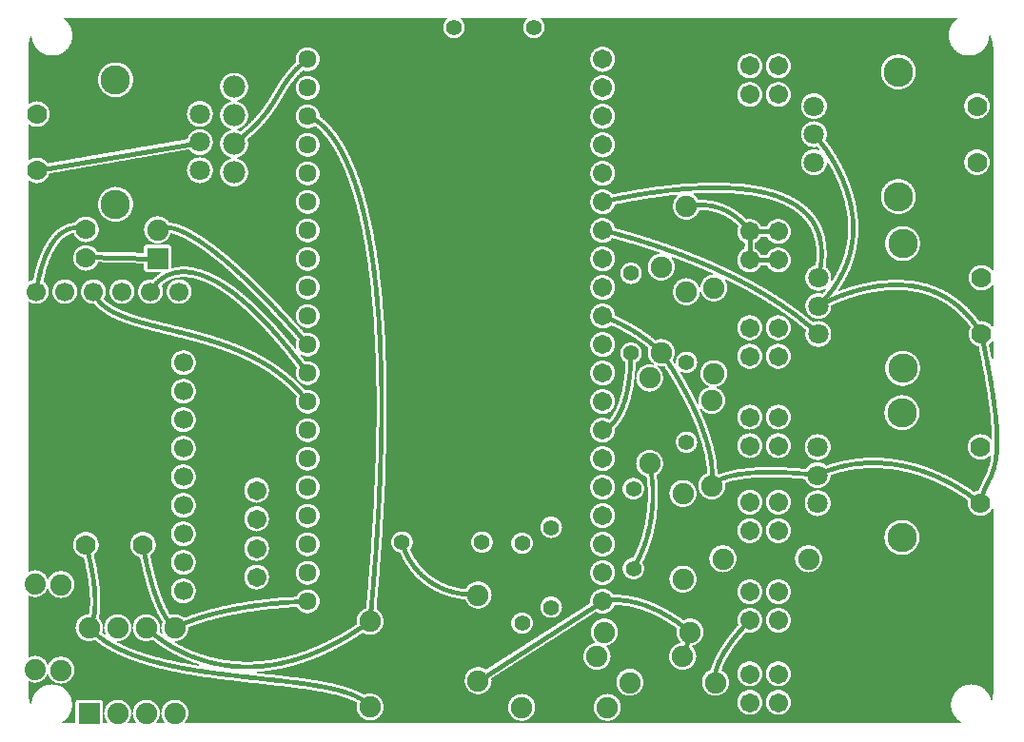
<source format=gbl>
G04 MADE WITH FRITZING*
G04 WWW.FRITZING.ORG*
G04 DOUBLE SIDED*
G04 HOLES PLATED*
G04 CONTOUR ON CENTER OF CONTOUR VECTOR*
%FSLAX26Y26*%
%MOIN*%
%ADD10C,0.075000*%
%ADD11C,0.074000*%
%ADD12C,0.070000*%
%ADD13C,0.055433*%
%ADD14C,0.066929*%
%ADD15C,0.067559*%
%ADD16C,0.078000*%
%ADD17C,0.063622*%
%ADD18C,0.070866*%
%ADD19C,0.102677*%
%ADD20R,0.075000X0.075000*%
%ADD21C,0.016000*%
%ADD22C,0.000100*%
%ADD23R,0.001000X0.001000*%
G04 COPPER0*
%FSLAX26Y26*%
%MOIN*%
D10*
X2878600Y863360D03*
X143721Y216780D03*
X143721Y516780D03*
X1226770Y87580D03*
X1226770Y387580D03*
D11*
X52966Y519990D03*
X52966Y219990D03*
D12*
X231332Y656090D03*
X431332Y656090D03*
D10*
X242788Y65140D03*
X242788Y365140D03*
X342788Y65140D03*
X342788Y365140D03*
X442788Y65140D03*
X442788Y365140D03*
X542788Y65140D03*
X542788Y365140D03*
D13*
X1520630Y2469871D03*
X1800630Y2469871D03*
X2140860Y1327540D03*
X2140860Y1607536D03*
X1759170Y661500D03*
X1759170Y381500D03*
X2335300Y1015700D03*
X2335300Y1295700D03*
X1618810Y665320D03*
X1338810Y665320D03*
X1861200Y717170D03*
X1861200Y437170D03*
X2149190Y852680D03*
X2149190Y572680D03*
D14*
X572910Y1294250D03*
X572910Y1194250D03*
X572910Y1094250D03*
X572910Y994250D03*
X572910Y894250D03*
X572910Y794250D03*
X572910Y694250D03*
X572910Y594250D03*
X572910Y494250D03*
D12*
X231454Y1661627D03*
X231454Y1761812D03*
D15*
X829332Y542820D03*
X829332Y642820D03*
X829332Y747250D03*
X829332Y847250D03*
X2556800Y2334249D03*
X2556800Y2234249D03*
X2556800Y2334249D03*
X2556800Y2234249D03*
X2656800Y2234249D03*
X2656800Y2334249D03*
X2556800Y491280D03*
X2556800Y391280D03*
X2556800Y491280D03*
X2556800Y391280D03*
X2656800Y391280D03*
X2656800Y491280D03*
X2556800Y203800D03*
X2556800Y103800D03*
X2556800Y203800D03*
X2556800Y103800D03*
X2656800Y103800D03*
X2656800Y203800D03*
X2556800Y805550D03*
X2556800Y705550D03*
X2556800Y805550D03*
X2556800Y705550D03*
X2656800Y705550D03*
X2656800Y805550D03*
X2556800Y1103470D03*
X2556800Y1003470D03*
X2556800Y1103470D03*
X2556800Y1003470D03*
X2656800Y1003470D03*
X2656800Y1103470D03*
X2556800Y1416770D03*
X2556800Y1316770D03*
X2556800Y1416770D03*
X2556800Y1316770D03*
X2656800Y1316770D03*
X2656800Y1416770D03*
X2556800Y1754249D03*
X2556800Y1654249D03*
X2556800Y1754249D03*
X2556800Y1654249D03*
X2656800Y1654249D03*
X2656800Y1754249D03*
D16*
X750458Y2261205D03*
X750458Y2161205D03*
X750458Y2061205D03*
X750458Y1961205D03*
D14*
X557728Y1543508D03*
X457728Y1543508D03*
X357728Y1543508D03*
X257728Y1543508D03*
X157728Y1543508D03*
X57728Y1543508D03*
D17*
X1008070Y2357804D03*
X1008070Y2257804D03*
X1008070Y2157804D03*
X1008070Y2057804D03*
X1008070Y1957804D03*
X1008070Y1857804D03*
X1008070Y1757804D03*
X1008070Y1657804D03*
X1008070Y1557804D03*
X1008070Y1457800D03*
X1008070Y1357800D03*
X1008070Y1257800D03*
X1008070Y1157800D03*
X1008070Y1057800D03*
X1008070Y957800D03*
X1008070Y857800D03*
X1008070Y757800D03*
X1008070Y657800D03*
X1008070Y557800D03*
X1008070Y457800D03*
D18*
X630711Y1969099D03*
X630711Y2067525D03*
X630711Y2165950D03*
D12*
X59845Y1968666D03*
X59845Y2165517D03*
D19*
X335435Y1849021D03*
X335435Y2286028D03*
D18*
X2797250Y1591572D03*
X2797250Y1493150D03*
X2797250Y1394720D03*
D12*
X3368120Y1592005D03*
X3368120Y1395150D03*
D19*
X3092530Y1711650D03*
X3092530Y1274640D03*
D18*
X2794380Y998730D03*
X2794380Y900310D03*
X2794380Y801880D03*
D12*
X3365250Y999170D03*
X3365250Y802310D03*
D19*
X3089660Y1118810D03*
X3089660Y681800D03*
D18*
X2781910Y2193566D03*
X2781910Y2095140D03*
X2781910Y1996715D03*
D12*
X3352780Y2193999D03*
X3352780Y1997148D03*
D19*
X3077190Y2313644D03*
X3077190Y1876637D03*
D10*
X2246750Y1629923D03*
X2246750Y1329920D03*
X2462490Y607140D03*
X2762490Y607140D03*
X2021480Y264860D03*
X2321480Y264860D03*
X2058010Y86060D03*
X1758010Y86060D03*
X1605500Y180070D03*
X1605500Y480070D03*
X2322680Y835770D03*
X2322680Y535770D03*
X2347680Y350220D03*
X2047680Y350220D03*
X2206010Y1240850D03*
X2206010Y940850D03*
X2436710Y174020D03*
X2136710Y174020D03*
X2423600Y862150D03*
X2423600Y1162150D03*
X2431010Y1556030D03*
X2431010Y1256030D03*
X2334710Y1842808D03*
X2334710Y1542808D03*
X482588Y1660216D03*
X482588Y1760216D03*
D15*
X2041400Y2357804D03*
X2041400Y2257804D03*
X2041400Y2157804D03*
X2041400Y2057804D03*
X2041400Y1957804D03*
X2041400Y1857804D03*
X2041400Y1757804D03*
X2041400Y1657804D03*
X2041400Y1557804D03*
X2041400Y1457800D03*
X2041400Y1357800D03*
X2041400Y1257800D03*
X2041400Y1157800D03*
X2041400Y1057800D03*
X2041400Y957800D03*
X2041400Y857800D03*
X2041400Y757800D03*
X2041400Y657800D03*
X2041400Y557800D03*
X2041400Y457800D03*
D20*
X242788Y65140D03*
X482588Y1660216D03*
D21*
X230510Y1666449D02*
X230510Y1666449D01*
D02*
X465093Y1660648D02*
X230510Y1666449D01*
D02*
X2041400Y457800D02*
X1620260Y189470D01*
D02*
X2342540Y333490D02*
X2326620Y281590D01*
D02*
X81182Y1972361D02*
X609375Y2063830D01*
D02*
X2556800Y1754249D02*
X2639080Y1754249D01*
D02*
X2556800Y1754249D02*
X2556800Y1671965D01*
D02*
X2556800Y1654249D02*
X2639080Y1654249D01*
D22*
G36*
X3407600Y1370200D02*
X3408300Y1369830D01*
X3408860Y1369230D01*
X3409200Y1368500D01*
X3409300Y1368100D01*
X3409260Y1309430D01*
X3408800Y1308300D01*
X3408200Y1307760D01*
X3407460Y1307430D01*
X3407060Y1307330D01*
X3406230Y1307400D01*
X3405500Y1307700D01*
X3404860Y1308230D01*
X3404460Y1308930D01*
X3404330Y1309330D01*
X3394530Y1357660D01*
X3394630Y1358460D01*
X3394960Y1359200D01*
X3395460Y1359700D01*
X3399800Y1363260D01*
X3400600Y1364130D01*
X3404960Y1369530D01*
X3405630Y1370030D01*
X3406400Y1370300D01*
X3406800Y1370330D01*
X3407600Y1370200D01*
D02*
G37*
D02*
G36*
X3093330Y712960D02*
X3096000Y712530D01*
X3101630Y710830D01*
X3107130Y707830D01*
X3112000Y703730D01*
X3115530Y699490D01*
X3118430Y694360D01*
X3118630Y693890D01*
X3120400Y687930D01*
X3120760Y685530D01*
X3120930Y681890D01*
X3120760Y678260D01*
X3120400Y675660D01*
X3118660Y669930D01*
X3115560Y664260D01*
X3111800Y659760D01*
X3107130Y655860D01*
X3102130Y653060D01*
X3101660Y652860D01*
X3095600Y651060D01*
X3092960Y650660D01*
X3089530Y650530D01*
X3086000Y650690D01*
X3083330Y651130D01*
X3077630Y652860D01*
X3072060Y655890D01*
X3067260Y659960D01*
X3063430Y664660D01*
X3060630Y669930D01*
X3058830Y676030D01*
X3058460Y678630D01*
X3058330Y681890D01*
X3058530Y685760D01*
X3058900Y688130D01*
X3060660Y693890D01*
X3063430Y698990D01*
X3067860Y704290D01*
X3072460Y708030D01*
X3077660Y710830D01*
X3083600Y712590D01*
X3086200Y712990D01*
X3089500Y713160D01*
X3093330Y712960D01*
D02*
G37*
D02*
G36*
X3093330Y1149960D02*
X3096000Y1149530D01*
X3101630Y1147830D01*
X3107130Y1144830D01*
X3111860Y1140830D01*
X3115630Y1136330D01*
X3118430Y1131290D01*
X3118630Y1130830D01*
X3120430Y1124760D01*
X3120760Y1122490D01*
X3120930Y1118830D01*
X3120760Y1115490D01*
X3120360Y1112560D01*
X3118630Y1106860D01*
X3115660Y1101390D01*
X3111630Y1096630D01*
X3107130Y1092860D01*
X3102130Y1090060D01*
X3101660Y1089860D01*
X3095600Y1088060D01*
X3092960Y1087660D01*
X3089530Y1087530D01*
X3086000Y1087690D01*
X3083330Y1088130D01*
X3077630Y1089860D01*
X3072060Y1092930D01*
X3067400Y1096860D01*
X3063360Y1101790D01*
X3060830Y1106430D01*
X3058860Y1112960D01*
X3058460Y1115730D01*
X3058330Y1118830D01*
X3058530Y1122730D01*
X3058900Y1125130D01*
X3060660Y1130860D01*
X3063660Y1136330D01*
X3067860Y1141290D01*
X3072460Y1145030D01*
X3077660Y1147830D01*
X3083600Y1149590D01*
X3086200Y1149990D01*
X3089500Y1150160D01*
X3093330Y1149960D01*
D02*
G37*
D02*
G36*
X3096130Y1305790D02*
X3098870Y1305360D01*
X3104500Y1303660D01*
X3110000Y1300660D01*
X3114870Y1296560D01*
X3118400Y1292330D01*
X3121300Y1287130D01*
X3121500Y1286660D01*
X3123270Y1280760D01*
X3123630Y1278360D01*
X3123800Y1274730D01*
X3123630Y1271130D01*
X3123230Y1268430D01*
X3121500Y1262690D01*
X3118500Y1257190D01*
X3114600Y1252530D01*
X3110000Y1248690D01*
X3105000Y1245890D01*
X3104530Y1245690D01*
X3098470Y1243890D01*
X3095830Y1243490D01*
X3092400Y1243360D01*
X3088870Y1243530D01*
X3086200Y1243960D01*
X3080500Y1245690D01*
X3074930Y1248730D01*
X3070200Y1252730D01*
X3066300Y1257490D01*
X3063530Y1262660D01*
X3061700Y1268860D01*
X3061330Y1271390D01*
X3061200Y1274730D01*
X3061400Y1278590D01*
X3061770Y1280930D01*
X3063530Y1286690D01*
X3066300Y1291830D01*
X3070730Y1297130D01*
X3075330Y1300860D01*
X3080530Y1303660D01*
X3086500Y1305430D01*
X3089130Y1305830D01*
X3092400Y1305960D01*
X3096130Y1305790D01*
D02*
G37*
D02*
G36*
X3096200Y1742797D02*
X3098870Y1742364D01*
X3104500Y1740664D01*
X3110000Y1737664D01*
X3114900Y1733530D01*
X3118430Y1729297D01*
X3121300Y1724130D01*
X3121500Y1723664D01*
X3123230Y1717997D01*
X3123630Y1715264D01*
X3123800Y1711697D01*
X3123630Y1708064D01*
X3123230Y1705397D01*
X3121570Y1699830D01*
X3118430Y1694097D01*
X3114600Y1689530D01*
X3110000Y1685697D01*
X3105000Y1682897D01*
X3104530Y1682697D01*
X3098470Y1680897D01*
X3095830Y1680497D01*
X3092400Y1680364D01*
X3088870Y1680530D01*
X3086200Y1680964D01*
X3080500Y1682697D01*
X3074900Y1685764D01*
X3070170Y1689764D01*
X3066270Y1694564D01*
X3063470Y1699830D01*
X3061670Y1705964D01*
X3061330Y1708330D01*
X3061200Y1711697D01*
X3061400Y1715497D01*
X3061770Y1717897D01*
X3063530Y1723697D01*
X3066270Y1728797D01*
X3070700Y1734097D01*
X3075330Y1737864D01*
X3080530Y1740664D01*
X3086470Y1742430D01*
X3089070Y1742830D01*
X3092370Y1742997D01*
X3096200Y1742797D01*
D02*
G37*
D02*
G36*
X339200Y1880163D02*
X341633Y1879796D01*
X347400Y1878030D01*
X352900Y1875030D01*
X357800Y1870896D01*
X361333Y1866663D01*
X364133Y1861696D01*
X364333Y1861230D01*
X366233Y1854963D01*
X366567Y1852696D01*
X366733Y1849130D01*
X366567Y1845596D01*
X366200Y1842963D01*
X364433Y1837130D01*
X361400Y1831563D01*
X357367Y1826763D01*
X352500Y1822796D01*
X347433Y1820063D01*
X341367Y1818263D01*
X338733Y1817863D01*
X335333Y1817730D01*
X331800Y1817896D01*
X329133Y1818330D01*
X323400Y1820063D01*
X317933Y1823063D01*
X313133Y1827096D01*
X309167Y1831963D01*
X306400Y1837130D01*
X304600Y1843263D01*
X304267Y1845530D01*
X304100Y1849130D01*
X304300Y1853063D01*
X304700Y1855330D01*
X306500Y1861230D01*
X309500Y1866663D01*
X313367Y1871230D01*
X318333Y1875296D01*
X323433Y1878030D01*
X329567Y1879863D01*
X331867Y1880196D01*
X335300Y1880363D01*
X339200Y1880163D01*
D02*
G37*
D02*
G36*
X3080800Y1907796D02*
X3083470Y1907363D01*
X3089170Y1905630D01*
X3094670Y1902630D01*
X3099540Y1898563D01*
X3103340Y1893863D01*
X3105970Y1889130D01*
X3106170Y1888663D01*
X3107970Y1882596D01*
X3108300Y1880363D01*
X3108470Y1876663D01*
X3108300Y1873130D01*
X3107870Y1870296D01*
X3106200Y1864730D01*
X3103170Y1859163D01*
X3099170Y1854430D01*
X3094670Y1850663D01*
X3089640Y1847863D01*
X3089170Y1847663D01*
X3083170Y1845896D01*
X3080540Y1845496D01*
X3077070Y1845363D01*
X3073540Y1845530D01*
X3070800Y1845963D01*
X3065200Y1847663D01*
X3059600Y1850730D01*
X3054870Y1854730D01*
X3051170Y1859163D01*
X3048340Y1864263D01*
X3048140Y1864730D01*
X3046400Y1870663D01*
X3046000Y1873396D01*
X3045870Y1876663D01*
X3046070Y1880596D01*
X3046440Y1882963D01*
X3048170Y1888663D01*
X3048370Y1889130D01*
X3051270Y1894263D01*
X3055170Y1898930D01*
X3060000Y1902863D01*
X3065170Y1905630D01*
X3071200Y1907430D01*
X3073840Y1907830D01*
X3077070Y1907963D01*
X3080800Y1907796D01*
D02*
G37*
D02*
G36*
X339033Y2317196D02*
X341700Y2316763D01*
X347433Y2315030D01*
X352900Y2312030D01*
X357633Y2308030D01*
X361400Y2303530D01*
X364133Y2298663D01*
X364333Y2298196D01*
X366233Y2291930D01*
X366567Y2289730D01*
X366733Y2286063D01*
X366567Y2282596D01*
X366200Y2279896D01*
X364400Y2274030D01*
X361400Y2268563D01*
X357400Y2263796D01*
X352500Y2259796D01*
X347400Y2257063D01*
X341267Y2255230D01*
X338967Y2254896D01*
X335300Y2254730D01*
X331633Y2254930D01*
X329200Y2255296D01*
X323433Y2257063D01*
X317933Y2260063D01*
X313100Y2264130D01*
X309167Y2268963D01*
X306400Y2274130D01*
X304600Y2280196D01*
X304267Y2282530D01*
X304100Y2286063D01*
X304300Y2289963D01*
X304633Y2292163D01*
X306500Y2298196D01*
X309433Y2303530D01*
X313533Y2308363D01*
X317933Y2312030D01*
X322933Y2314830D01*
X323400Y2315030D01*
X329467Y2316830D01*
X332100Y2317230D01*
X335333Y2317363D01*
X339033Y2317196D01*
D02*
G37*
D02*
G36*
X3080800Y2344796D02*
X3083540Y2344363D01*
X3089170Y2342663D01*
X3094670Y2339663D01*
X3099500Y2335563D01*
X3103370Y2330830D01*
X3106170Y2325630D01*
X3107970Y2319596D01*
X3108300Y2317363D01*
X3108470Y2313663D01*
X3108300Y2310030D01*
X3107900Y2307363D01*
X3106200Y2301763D01*
X3103100Y2296096D01*
X3099170Y2291430D01*
X3094670Y2287663D01*
X3089640Y2284863D01*
X3089170Y2284663D01*
X3083170Y2282896D01*
X3080540Y2282496D01*
X3077070Y2282363D01*
X3073540Y2282530D01*
X3070800Y2282963D01*
X3065200Y2284663D01*
X3059600Y2287730D01*
X3054870Y2291696D01*
X3050970Y2296496D01*
X3048140Y2301763D01*
X3046370Y2307730D01*
X3046000Y2310296D01*
X3045870Y2313663D01*
X3046070Y2317596D01*
X3046440Y2319963D01*
X3048170Y2325630D01*
X3051240Y2331230D01*
X3055300Y2336030D01*
X3060000Y2339863D01*
X3065200Y2342663D01*
X3071170Y2344430D01*
X3073800Y2344830D01*
X3077070Y2344963D01*
X3080800Y2344796D01*
D02*
G37*
D02*
D23*
X155500Y2502430D02*
X1495500Y2502430D01*
X1545500Y2502430D02*
X1775500Y2502430D01*
X1825500Y2502430D02*
X3281500Y2502430D01*
X155500Y2501430D02*
X1496500Y2501430D01*
X1544500Y2501430D02*
X1776500Y2501430D01*
X1824500Y2501430D02*
X3282500Y2501430D01*
X154500Y2500430D02*
X1496500Y2500430D01*
X1544500Y2500430D02*
X1776500Y2500430D01*
X1824500Y2500430D02*
X3282500Y2500430D01*
X155500Y2499430D02*
X1496500Y2499430D01*
X1544500Y2499430D02*
X1776500Y2499430D01*
X1824500Y2499430D02*
X3282500Y2499430D01*
X155500Y2498430D02*
X1495500Y2498430D01*
X1545500Y2498430D02*
X1775500Y2498430D01*
X1825500Y2498430D02*
X3281500Y2498430D01*
X157500Y2497430D02*
X1494500Y2497430D01*
X1546500Y2497430D02*
X1774500Y2497430D01*
X1826500Y2497430D02*
X3280500Y2497430D01*
X158500Y2496430D02*
X1493500Y2496430D01*
X1547500Y2496430D02*
X1773500Y2496430D01*
X1827500Y2496430D02*
X3278500Y2496430D01*
X159500Y2495430D02*
X1492500Y2495430D01*
X1548500Y2495430D02*
X1772500Y2495430D01*
X1828500Y2495430D02*
X3277500Y2495430D01*
X160500Y2494430D02*
X1491500Y2494430D01*
X1549500Y2494430D02*
X1771500Y2494430D01*
X1829500Y2494430D02*
X3276500Y2494430D01*
X161500Y2493430D02*
X1490500Y2493430D01*
X1550500Y2493430D02*
X1770500Y2493430D01*
X1830500Y2493430D02*
X3275500Y2493430D01*
X163500Y2492430D02*
X1489500Y2492430D01*
X1551500Y2492430D02*
X1769500Y2492430D01*
X1830500Y2492430D02*
X3274500Y2492430D01*
X164500Y2491430D02*
X1489500Y2491430D01*
X1551500Y2491430D02*
X1769500Y2491430D01*
X1831500Y2491430D02*
X3273500Y2491430D01*
X164500Y2490430D02*
X1488500Y2490430D01*
X1552500Y2490430D02*
X1768500Y2490430D01*
X1832500Y2490430D02*
X3272500Y2490430D01*
X165500Y2489430D02*
X1487500Y2489430D01*
X1553500Y2489430D02*
X1767500Y2489430D01*
X1832500Y2489430D02*
X3271500Y2489430D01*
X166500Y2488430D02*
X1487500Y2488430D01*
X1553500Y2488430D02*
X1767500Y2488430D01*
X1833500Y2488430D02*
X3270500Y2488430D01*
X167500Y2487430D02*
X1486500Y2487430D01*
X1554500Y2487430D02*
X1766500Y2487430D01*
X1834500Y2487430D02*
X3269500Y2487430D01*
X168500Y2486430D02*
X1486500Y2486430D01*
X1554500Y2486430D02*
X1766500Y2486430D01*
X1834500Y2486430D02*
X3268500Y2486430D01*
X169500Y2485430D02*
X1485500Y2485430D01*
X1555500Y2485430D02*
X1765500Y2485430D01*
X1835500Y2485430D02*
X3268500Y2485430D01*
X170500Y2484430D02*
X1485500Y2484430D01*
X1555500Y2484430D02*
X1765500Y2484430D01*
X1835500Y2484430D02*
X3267500Y2484430D01*
X170500Y2483430D02*
X1484500Y2483430D01*
X1555500Y2483430D02*
X1764500Y2483430D01*
X1835500Y2483430D02*
X3266500Y2483430D01*
X171500Y2482430D02*
X1484500Y2482430D01*
X1556500Y2482430D02*
X1764500Y2482430D01*
X1836500Y2482430D02*
X3265500Y2482430D01*
X172500Y2481430D02*
X1484500Y2481430D01*
X1556500Y2481430D02*
X1764500Y2481430D01*
X1836500Y2481430D02*
X3265500Y2481430D01*
X172500Y2480430D02*
X1483500Y2480430D01*
X1556500Y2480430D02*
X1763500Y2480430D01*
X1836500Y2480430D02*
X3264500Y2480430D01*
X173500Y2479430D02*
X1483500Y2479430D01*
X1557500Y2479430D02*
X1763500Y2479430D01*
X1837500Y2479430D02*
X3263500Y2479430D01*
X174500Y2478430D02*
X1483500Y2478430D01*
X1557500Y2478430D02*
X1763500Y2478430D01*
X1837500Y2478430D02*
X3263500Y2478430D01*
X174500Y2477430D02*
X1483500Y2477430D01*
X1557500Y2477430D02*
X1763500Y2477430D01*
X1837500Y2477430D02*
X3262500Y2477430D01*
X175500Y2476430D02*
X1482500Y2476430D01*
X1557500Y2476430D02*
X1762500Y2476430D01*
X1837500Y2476430D02*
X3262500Y2476430D01*
X175500Y2475430D02*
X1482500Y2475430D01*
X1558500Y2475430D02*
X1762500Y2475430D01*
X1838500Y2475430D02*
X3261500Y2475430D01*
X176500Y2474430D02*
X1482500Y2474430D01*
X1558500Y2474430D02*
X1762500Y2474430D01*
X1838500Y2474430D02*
X3261500Y2474430D01*
X176500Y2473430D02*
X1482500Y2473430D01*
X1558500Y2473430D02*
X1762500Y2473430D01*
X1838500Y2473430D02*
X3260500Y2473430D01*
X177500Y2472430D02*
X1482500Y2472430D01*
X1558500Y2472430D02*
X1762500Y2472430D01*
X1838500Y2472430D02*
X3260500Y2472430D01*
X177500Y2471430D02*
X1482500Y2471430D01*
X1558500Y2471430D02*
X1762500Y2471430D01*
X1838500Y2471430D02*
X3259500Y2471430D01*
X178500Y2470430D02*
X1482500Y2470430D01*
X1558500Y2470430D02*
X1762500Y2470430D01*
X1838500Y2470430D02*
X3259500Y2470430D01*
X178500Y2469430D02*
X1482500Y2469430D01*
X1558500Y2469430D02*
X1762500Y2469430D01*
X1838500Y2469430D02*
X3258500Y2469430D01*
X179500Y2468430D02*
X1482500Y2468430D01*
X1558500Y2468430D02*
X1762500Y2468430D01*
X1838500Y2468430D02*
X3258500Y2468430D01*
X179500Y2467430D02*
X1482500Y2467430D01*
X1558500Y2467430D02*
X1762500Y2467430D01*
X1838500Y2467430D02*
X3257500Y2467430D01*
X180500Y2466430D02*
X1482500Y2466430D01*
X1558500Y2466430D02*
X1762500Y2466430D01*
X1838500Y2466430D02*
X3257500Y2466430D01*
X180500Y2465430D02*
X1482500Y2465430D01*
X1558500Y2465430D02*
X1762500Y2465430D01*
X1838500Y2465430D02*
X3257500Y2465430D01*
X180500Y2464430D02*
X1482500Y2464430D01*
X1558500Y2464430D02*
X1762500Y2464430D01*
X1838500Y2464430D02*
X3256500Y2464430D01*
X181500Y2463430D02*
X1482500Y2463430D01*
X1558500Y2463430D02*
X1762500Y2463430D01*
X1837500Y2463430D02*
X3256500Y2463430D01*
X181500Y2462430D02*
X1483500Y2462430D01*
X1557500Y2462430D02*
X1763500Y2462430D01*
X1837500Y2462430D02*
X3256500Y2462430D01*
X181500Y2461430D02*
X1483500Y2461430D01*
X1557500Y2461430D02*
X1763500Y2461430D01*
X1837500Y2461430D02*
X3255500Y2461430D01*
X181500Y2460430D02*
X1483500Y2460430D01*
X1557500Y2460430D02*
X1763500Y2460430D01*
X1837500Y2460430D02*
X3255500Y2460430D01*
X182500Y2459430D02*
X1483500Y2459430D01*
X1556500Y2459430D02*
X1763500Y2459430D01*
X1836500Y2459430D02*
X3255500Y2459430D01*
X182500Y2458430D02*
X1484500Y2458430D01*
X1556500Y2458430D02*
X1764500Y2458430D01*
X1836500Y2458430D02*
X3255500Y2458430D01*
X182500Y2457430D02*
X1484500Y2457430D01*
X1556500Y2457430D02*
X1764500Y2457430D01*
X1836500Y2457430D02*
X3254500Y2457430D01*
X183500Y2456430D02*
X1484500Y2456430D01*
X1555500Y2456430D02*
X1764500Y2456430D01*
X1835500Y2456430D02*
X3254500Y2456430D01*
X183500Y2455430D02*
X1485500Y2455430D01*
X1555500Y2455430D02*
X1765500Y2455430D01*
X1835500Y2455430D02*
X3254500Y2455430D01*
X183500Y2454430D02*
X1485500Y2454430D01*
X1555500Y2454430D02*
X1765500Y2454430D01*
X1835500Y2454430D02*
X3254500Y2454430D01*
X183500Y2453430D02*
X1486500Y2453430D01*
X1554500Y2453430D02*
X1766500Y2453430D01*
X1834500Y2453430D02*
X3253500Y2453430D01*
X183500Y2452430D02*
X1486500Y2452430D01*
X1554500Y2452430D02*
X1766500Y2452430D01*
X1834500Y2452430D02*
X3253500Y2452430D01*
X183500Y2451430D02*
X1487500Y2451430D01*
X1553500Y2451430D02*
X1767500Y2451430D01*
X1833500Y2451430D02*
X3253500Y2451430D01*
X184500Y2450430D02*
X1487500Y2450430D01*
X1553500Y2450430D02*
X1767500Y2450430D01*
X1832500Y2450430D02*
X3253500Y2450430D01*
X184500Y2449430D02*
X1488500Y2449430D01*
X1552500Y2449430D02*
X1768500Y2449430D01*
X1832500Y2449430D02*
X3253500Y2449430D01*
X184500Y2448430D02*
X1489500Y2448430D01*
X1551500Y2448430D02*
X1769500Y2448430D01*
X1831500Y2448430D02*
X3253500Y2448430D01*
X184500Y2447430D02*
X1489500Y2447430D01*
X1551500Y2447430D02*
X1769500Y2447430D01*
X1831500Y2447430D02*
X3253500Y2447430D01*
X184500Y2446430D02*
X1490500Y2446430D01*
X1550500Y2446430D02*
X1770500Y2446430D01*
X1830500Y2446430D02*
X3253500Y2446430D01*
X184500Y2445430D02*
X1491500Y2445430D01*
X1549500Y2445430D02*
X1771500Y2445430D01*
X1829500Y2445430D02*
X3253500Y2445430D01*
X184500Y2444430D02*
X1492500Y2444430D01*
X1548500Y2444430D02*
X1772500Y2444430D01*
X1828500Y2444430D02*
X3253500Y2444430D01*
X184500Y2443430D02*
X1493500Y2443430D01*
X1547500Y2443430D02*
X1773500Y2443430D01*
X1827500Y2443430D02*
X3252500Y2443430D01*
X184500Y2442430D02*
X1494500Y2442430D01*
X1546500Y2442430D02*
X1774500Y2442430D01*
X1826500Y2442430D02*
X3252500Y2442430D01*
X184500Y2441430D02*
X1495500Y2441430D01*
X1545500Y2441430D02*
X1775500Y2441430D01*
X1825500Y2441430D02*
X3252500Y2441430D01*
X3397500Y2441430D02*
X3398500Y2441430D01*
X184500Y2440430D02*
X1496500Y2440430D01*
X1544500Y2440430D02*
X1776500Y2440430D01*
X1824500Y2440430D02*
X3252500Y2440430D01*
X3396500Y2440430D02*
X3399500Y2440430D01*
X184500Y2439430D02*
X1497500Y2439430D01*
X1542500Y2439430D02*
X1777500Y2439430D01*
X1822500Y2439430D02*
X3252500Y2439430D01*
X3395500Y2439430D02*
X3399500Y2439430D01*
X39500Y2438430D02*
X40500Y2438430D01*
X184500Y2438430D02*
X1499500Y2438430D01*
X1541500Y2438430D02*
X1779500Y2438430D01*
X1821500Y2438430D02*
X3253500Y2438430D01*
X3395500Y2438430D02*
X3400500Y2438430D01*
X38500Y2437430D02*
X41500Y2437430D01*
X184500Y2437430D02*
X1501500Y2437430D01*
X1539500Y2437430D02*
X1781500Y2437430D01*
X1819500Y2437430D02*
X3253500Y2437430D01*
X3395500Y2437430D02*
X3400500Y2437430D01*
X37500Y2436430D02*
X41500Y2436430D01*
X184500Y2436430D02*
X1503500Y2436430D01*
X1537500Y2436430D02*
X1783500Y2436430D01*
X1817500Y2436430D02*
X3253500Y2436430D01*
X3395500Y2436430D02*
X3401500Y2436430D01*
X37500Y2435430D02*
X41500Y2435430D01*
X184500Y2435430D02*
X1505500Y2435430D01*
X1535500Y2435430D02*
X1784500Y2435430D01*
X1815500Y2435430D02*
X3253500Y2435430D01*
X3395500Y2435430D02*
X3401500Y2435430D01*
X37500Y2434430D02*
X41500Y2434430D01*
X184500Y2434430D02*
X1507500Y2434430D01*
X1533500Y2434430D02*
X1787500Y2434430D01*
X1813500Y2434430D02*
X3253500Y2434430D01*
X3395500Y2434430D02*
X3401500Y2434430D01*
X36500Y2433430D02*
X42500Y2433430D01*
X184500Y2433430D02*
X1511500Y2433430D01*
X1529500Y2433430D02*
X1791500Y2433430D01*
X1809500Y2433430D02*
X3253500Y2433430D01*
X3395500Y2433430D02*
X3402500Y2433430D01*
X36500Y2432430D02*
X42500Y2432430D01*
X183500Y2432430D02*
X1517500Y2432430D01*
X1522500Y2432430D02*
X1797500Y2432430D01*
X1802500Y2432430D02*
X3253500Y2432430D01*
X3395500Y2432430D02*
X3402500Y2432430D01*
X36500Y2431430D02*
X42500Y2431430D01*
X183500Y2431430D02*
X3253500Y2431430D01*
X3395500Y2431430D02*
X3402500Y2431430D01*
X35500Y2430430D02*
X42500Y2430430D01*
X183500Y2430430D02*
X3253500Y2430430D01*
X3395500Y2430430D02*
X3403500Y2430430D01*
X35500Y2429430D02*
X42500Y2429430D01*
X183500Y2429430D02*
X3254500Y2429430D01*
X3394500Y2429430D02*
X3403500Y2429430D01*
X35500Y2428430D02*
X42500Y2428430D01*
X183500Y2428430D02*
X3254500Y2428430D01*
X3394500Y2428430D02*
X3403500Y2428430D01*
X34500Y2427430D02*
X43500Y2427430D01*
X183500Y2427430D02*
X3254500Y2427430D01*
X3394500Y2427430D02*
X3404500Y2427430D01*
X34500Y2426430D02*
X43500Y2426430D01*
X182500Y2426430D02*
X3254500Y2426430D01*
X3394500Y2426430D02*
X3404500Y2426430D01*
X34500Y2425430D02*
X43500Y2425430D01*
X182500Y2425430D02*
X3254500Y2425430D01*
X3394500Y2425430D02*
X3404500Y2425430D01*
X34500Y2424430D02*
X43500Y2424430D01*
X182500Y2424430D02*
X3255500Y2424430D01*
X3393500Y2424430D02*
X3404500Y2424430D01*
X34500Y2423430D02*
X44500Y2423430D01*
X182500Y2423430D02*
X3255500Y2423430D01*
X3393500Y2423430D02*
X3404500Y2423430D01*
X33500Y2422430D02*
X44500Y2422430D01*
X181500Y2422430D02*
X3255500Y2422430D01*
X3393500Y2422430D02*
X3405500Y2422430D01*
X33500Y2421430D02*
X44500Y2421430D01*
X181500Y2421430D02*
X3255500Y2421430D01*
X3393500Y2421430D02*
X3405500Y2421430D01*
X33500Y2420430D02*
X44500Y2420430D01*
X181500Y2420430D02*
X3256500Y2420430D01*
X3392500Y2420430D02*
X3405500Y2420430D01*
X33500Y2419430D02*
X45500Y2419430D01*
X181500Y2419430D02*
X3256500Y2419430D01*
X3392500Y2419430D02*
X3405500Y2419430D01*
X32500Y2418430D02*
X45500Y2418430D01*
X180500Y2418430D02*
X3256500Y2418430D01*
X3392500Y2418430D02*
X3406500Y2418430D01*
X32500Y2417430D02*
X45500Y2417430D01*
X180500Y2417430D02*
X3257500Y2417430D01*
X3391500Y2417430D02*
X3406500Y2417430D01*
X32500Y2416430D02*
X46500Y2416430D01*
X179500Y2416430D02*
X3257500Y2416430D01*
X3391500Y2416430D02*
X3406500Y2416430D01*
X32500Y2415430D02*
X46500Y2415430D01*
X179500Y2415430D02*
X3257500Y2415430D01*
X3390500Y2415430D02*
X3406500Y2415430D01*
X32500Y2414430D02*
X47500Y2414430D01*
X179500Y2414430D02*
X3258500Y2414430D01*
X3390500Y2414430D02*
X3406500Y2414430D01*
X32500Y2413430D02*
X47500Y2413430D01*
X178500Y2413430D02*
X3258500Y2413430D01*
X3390500Y2413430D02*
X3406500Y2413430D01*
X31500Y2412430D02*
X47500Y2412430D01*
X178500Y2412430D02*
X3259500Y2412430D01*
X3389500Y2412430D02*
X3407500Y2412430D01*
X31500Y2411430D02*
X48500Y2411430D01*
X177500Y2411430D02*
X3259500Y2411430D01*
X3389500Y2411430D02*
X3407500Y2411430D01*
X31500Y2410430D02*
X48500Y2410430D01*
X177500Y2410430D02*
X3260500Y2410430D01*
X3388500Y2410430D02*
X3407500Y2410430D01*
X31500Y2409430D02*
X49500Y2409430D01*
X176500Y2409430D02*
X3260500Y2409430D01*
X3388500Y2409430D02*
X3407500Y2409430D01*
X31500Y2408430D02*
X49500Y2408430D01*
X176500Y2408430D02*
X3261500Y2408430D01*
X3387500Y2408430D02*
X3407500Y2408430D01*
X31500Y2407430D02*
X50500Y2407430D01*
X175500Y2407430D02*
X3261500Y2407430D01*
X3387500Y2407430D02*
X3407500Y2407430D01*
X31500Y2406430D02*
X50500Y2406430D01*
X175500Y2406430D02*
X3262500Y2406430D01*
X3386500Y2406430D02*
X3407500Y2406430D01*
X31500Y2405430D02*
X51500Y2405430D01*
X174500Y2405430D02*
X3262500Y2405430D01*
X3386500Y2405430D02*
X3407500Y2405430D01*
X30500Y2404430D02*
X52500Y2404430D01*
X174500Y2404430D02*
X3263500Y2404430D01*
X3385500Y2404430D02*
X3407500Y2404430D01*
X30500Y2403430D02*
X52500Y2403430D01*
X173500Y2403430D02*
X3264500Y2403430D01*
X3384500Y2403430D02*
X3408500Y2403430D01*
X30500Y2402430D02*
X53500Y2402430D01*
X172500Y2402430D02*
X3264500Y2402430D01*
X3384500Y2402430D02*
X3408500Y2402430D01*
X30500Y2401430D02*
X54500Y2401430D01*
X172500Y2401430D02*
X2038500Y2401430D01*
X2043500Y2401430D02*
X3265500Y2401430D01*
X3383500Y2401430D02*
X3408500Y2401430D01*
X30500Y2400430D02*
X54500Y2400430D01*
X171500Y2400430D02*
X2031500Y2400430D01*
X2051500Y2400430D02*
X3266500Y2400430D01*
X3382500Y2400430D02*
X3408500Y2400430D01*
X30500Y2399430D02*
X55500Y2399430D01*
X170500Y2399430D02*
X1005500Y2399430D01*
X1011500Y2399430D02*
X2027500Y2399430D01*
X2054500Y2399430D02*
X3266500Y2399430D01*
X3382500Y2399430D02*
X3408500Y2399430D01*
X30500Y2398430D02*
X56500Y2398430D01*
X170500Y2398430D02*
X997500Y2398430D01*
X1017500Y2398430D02*
X2024500Y2398430D01*
X2057500Y2398430D02*
X3267500Y2398430D01*
X3381500Y2398430D02*
X3408500Y2398430D01*
X30500Y2397430D02*
X57500Y2397430D01*
X169500Y2397430D02*
X994500Y2397430D01*
X1021500Y2397430D02*
X2022500Y2397430D01*
X2059500Y2397430D02*
X3268500Y2397430D01*
X3380500Y2397430D02*
X3408500Y2397430D01*
X30500Y2396430D02*
X57500Y2396430D01*
X168500Y2396430D02*
X991500Y2396430D01*
X1024500Y2396430D02*
X2020500Y2396430D01*
X2061500Y2396430D02*
X3269500Y2396430D01*
X3379500Y2396430D02*
X3408500Y2396430D01*
X30500Y2395430D02*
X58500Y2395430D01*
X167500Y2395430D02*
X989500Y2395430D01*
X1026500Y2395430D02*
X2018500Y2395430D01*
X2063500Y2395430D02*
X3269500Y2395430D01*
X3378500Y2395430D02*
X3408500Y2395430D01*
X30500Y2394430D02*
X59500Y2394430D01*
X166500Y2394430D02*
X987500Y2394430D01*
X1028500Y2394430D02*
X2016500Y2394430D01*
X2065500Y2394430D02*
X3270500Y2394430D01*
X3377500Y2394430D02*
X3408500Y2394430D01*
X30500Y2393430D02*
X60500Y2393430D01*
X165500Y2393430D02*
X985500Y2393430D01*
X1030500Y2393430D02*
X2015500Y2393430D01*
X2066500Y2393430D02*
X3271500Y2393430D01*
X3377500Y2393430D02*
X3408500Y2393430D01*
X30500Y2392430D02*
X61500Y2392430D01*
X164500Y2392430D02*
X984500Y2392430D01*
X1031500Y2392430D02*
X2014500Y2392430D01*
X2068500Y2392430D02*
X3272500Y2392430D01*
X3376500Y2392430D02*
X3408500Y2392430D01*
X30500Y2391430D02*
X62500Y2391430D01*
X163500Y2391430D02*
X982500Y2391430D01*
X1033500Y2391430D02*
X2012500Y2391430D01*
X2069500Y2391430D02*
X3273500Y2391430D01*
X3375500Y2391430D02*
X3408500Y2391430D01*
X30500Y2390430D02*
X63500Y2390430D01*
X162500Y2390430D02*
X981500Y2390430D01*
X1034500Y2390430D02*
X2011500Y2390430D01*
X2070500Y2390430D02*
X3274500Y2390430D01*
X3374500Y2390430D02*
X3408500Y2390430D01*
X30500Y2389430D02*
X64500Y2389430D01*
X161500Y2389430D02*
X980500Y2389430D01*
X1035500Y2389430D02*
X2010500Y2389430D01*
X2071500Y2389430D02*
X3275500Y2389430D01*
X3373500Y2389430D02*
X3408500Y2389430D01*
X30500Y2388430D02*
X65500Y2388430D01*
X160500Y2388430D02*
X979500Y2388430D01*
X1036500Y2388430D02*
X2009500Y2388430D01*
X2072500Y2388430D02*
X3276500Y2388430D01*
X3371500Y2388430D02*
X3408500Y2388430D01*
X30500Y2387430D02*
X66500Y2387430D01*
X159500Y2387430D02*
X977500Y2387430D01*
X1037500Y2387430D02*
X2008500Y2387430D01*
X2073500Y2387430D02*
X3278500Y2387430D01*
X3370500Y2387430D02*
X3408500Y2387430D01*
X30500Y2386430D02*
X67500Y2386430D01*
X158500Y2386430D02*
X977500Y2386430D01*
X1038500Y2386430D02*
X2007500Y2386430D01*
X2074500Y2386430D02*
X3279500Y2386430D01*
X3369500Y2386430D02*
X3408500Y2386430D01*
X30500Y2385430D02*
X69500Y2385430D01*
X157500Y2385430D02*
X976500Y2385430D01*
X1039500Y2385430D02*
X2006500Y2385430D01*
X2075500Y2385430D02*
X3280500Y2385430D01*
X3368500Y2385430D02*
X3408500Y2385430D01*
X30500Y2384430D02*
X70500Y2384430D01*
X155500Y2384430D02*
X975500Y2384430D01*
X1040500Y2384430D02*
X2006500Y2384430D01*
X2076500Y2384430D02*
X3281500Y2384430D01*
X3367500Y2384430D02*
X3408500Y2384430D01*
X30500Y2383430D02*
X71500Y2383430D01*
X154500Y2383430D02*
X974500Y2383430D01*
X1041500Y2383430D02*
X2005500Y2383430D01*
X2077500Y2383430D02*
X3283500Y2383430D01*
X3365500Y2383430D02*
X3408500Y2383430D01*
X30500Y2382430D02*
X73500Y2382430D01*
X152500Y2382430D02*
X973500Y2382430D01*
X1042500Y2382430D02*
X2004500Y2382430D01*
X2077500Y2382430D02*
X3284500Y2382430D01*
X3364500Y2382430D02*
X3408500Y2382430D01*
X30500Y2381430D02*
X74500Y2381430D01*
X151500Y2381430D02*
X973500Y2381430D01*
X1042500Y2381430D02*
X2003500Y2381430D01*
X2078500Y2381430D02*
X3286500Y2381430D01*
X3362500Y2381430D02*
X3408500Y2381430D01*
X30500Y2380430D02*
X76500Y2380430D01*
X149500Y2380430D02*
X972500Y2380430D01*
X1043500Y2380430D02*
X2003500Y2380430D01*
X2078500Y2380430D02*
X3287500Y2380430D01*
X3361500Y2380430D02*
X3408500Y2380430D01*
X30500Y2379430D02*
X78500Y2379430D01*
X148500Y2379430D02*
X971500Y2379430D01*
X1043500Y2379430D02*
X2002500Y2379430D01*
X2079500Y2379430D02*
X3289500Y2379430D01*
X3359500Y2379430D02*
X3408500Y2379430D01*
X30500Y2378430D02*
X80500Y2378430D01*
X146500Y2378430D02*
X971500Y2378430D01*
X1044500Y2378430D02*
X2002500Y2378430D01*
X2079500Y2378430D02*
X3291500Y2378430D01*
X3357500Y2378430D02*
X3408500Y2378430D01*
X30500Y2377430D02*
X82500Y2377430D01*
X143500Y2377430D02*
X970500Y2377430D01*
X1045500Y2377430D02*
X2001500Y2377430D01*
X2080500Y2377430D02*
X2549500Y2377430D01*
X2563500Y2377430D02*
X2649500Y2377430D01*
X2663500Y2377430D02*
X3293500Y2377430D01*
X3355500Y2377430D02*
X3408500Y2377430D01*
X30500Y2376430D02*
X84500Y2376430D01*
X141500Y2376430D02*
X970500Y2376430D01*
X1045500Y2376430D02*
X2001500Y2376430D01*
X2081500Y2376430D02*
X2544500Y2376430D01*
X2567500Y2376430D02*
X2644500Y2376430D01*
X2667500Y2376430D02*
X3295500Y2376430D01*
X3353500Y2376430D02*
X3408500Y2376430D01*
X30500Y2375430D02*
X86500Y2375430D01*
X139500Y2375430D02*
X969500Y2375430D01*
X1046500Y2375430D02*
X2000500Y2375430D01*
X2081500Y2375430D02*
X2541500Y2375430D01*
X2571500Y2375430D02*
X2641500Y2375430D01*
X2671500Y2375430D02*
X3298500Y2375430D01*
X3350500Y2375430D02*
X3408500Y2375430D01*
X30500Y2374430D02*
X89500Y2374430D01*
X136500Y2374430D02*
X969500Y2374430D01*
X1046500Y2374430D02*
X2000500Y2374430D01*
X2082500Y2374430D02*
X2538500Y2374430D01*
X2574500Y2374430D02*
X2638500Y2374430D01*
X2674500Y2374430D02*
X3068500Y2374430D01*
X3085500Y2374430D02*
X3300500Y2374430D01*
X3347500Y2374430D02*
X3408500Y2374430D01*
X30500Y2373430D02*
X92500Y2373430D01*
X133500Y2373430D02*
X968500Y2373430D01*
X1047500Y2373430D02*
X2000500Y2373430D01*
X2082500Y2373430D02*
X2536500Y2373430D01*
X2576500Y2373430D02*
X2636500Y2373430D01*
X2676500Y2373430D02*
X3062500Y2373430D01*
X3090500Y2373430D02*
X3303500Y2373430D01*
X3345500Y2373430D02*
X3408500Y2373430D01*
X30500Y2372430D02*
X96500Y2372430D01*
X129500Y2372430D02*
X968500Y2372430D01*
X1047500Y2372430D02*
X1999500Y2372430D01*
X2082500Y2372430D02*
X2535500Y2372430D01*
X2577500Y2372430D02*
X2635500Y2372430D01*
X2677500Y2372430D02*
X3058500Y2372430D01*
X3094500Y2372430D02*
X3307500Y2372430D01*
X3341500Y2372430D02*
X3408500Y2372430D01*
X30500Y2371430D02*
X101500Y2371430D01*
X124500Y2371430D02*
X968500Y2371430D01*
X1047500Y2371430D02*
X1999500Y2371430D01*
X2082500Y2371430D02*
X2533500Y2371430D01*
X2579500Y2371430D02*
X2633500Y2371430D01*
X2679500Y2371430D02*
X3056500Y2371430D01*
X3097500Y2371430D02*
X3313500Y2371430D01*
X3335500Y2371430D02*
X3408500Y2371430D01*
X30500Y2370430D02*
X967500Y2370430D01*
X1048500Y2370430D02*
X1999500Y2370430D01*
X2083500Y2370430D02*
X2531500Y2370430D01*
X2581500Y2370430D02*
X2631500Y2370430D01*
X2681500Y2370430D02*
X3053500Y2370430D01*
X3100500Y2370430D02*
X3408500Y2370430D01*
X30500Y2369430D02*
X967500Y2369430D01*
X1048500Y2369430D02*
X1998500Y2369430D01*
X2083500Y2369430D02*
X2530500Y2369430D01*
X2582500Y2369430D02*
X2630500Y2369430D01*
X2682500Y2369430D02*
X3051500Y2369430D01*
X3102500Y2369430D02*
X3408500Y2369430D01*
X30500Y2368430D02*
X967500Y2368430D01*
X1048500Y2368430D02*
X1998500Y2368430D01*
X2083500Y2368430D02*
X2528500Y2368430D01*
X2584500Y2368430D02*
X2628500Y2368430D01*
X2684500Y2368430D02*
X3049500Y2368430D01*
X3104500Y2368430D02*
X3408500Y2368430D01*
X30500Y2367430D02*
X966500Y2367430D01*
X1049500Y2367430D02*
X1998500Y2367430D01*
X2084500Y2367430D02*
X2527500Y2367430D01*
X2585500Y2367430D02*
X2627500Y2367430D01*
X2685500Y2367430D02*
X3047500Y2367430D01*
X3106500Y2367430D02*
X3408500Y2367430D01*
X30500Y2366430D02*
X966500Y2366430D01*
X1049500Y2366430D02*
X1997500Y2366430D01*
X2084500Y2366430D02*
X2526500Y2366430D01*
X2586500Y2366430D02*
X2626500Y2366430D01*
X2686500Y2366430D02*
X3045500Y2366430D01*
X3108500Y2366430D02*
X3408500Y2366430D01*
X30500Y2365430D02*
X966500Y2365430D01*
X1005500Y2365430D02*
X1010500Y2365430D01*
X1049500Y2365430D02*
X1997500Y2365430D01*
X2084500Y2365430D02*
X2525500Y2365430D01*
X2587500Y2365430D02*
X2625500Y2365430D01*
X2687500Y2365430D02*
X3043500Y2365430D01*
X3110500Y2365430D02*
X3408500Y2365430D01*
X30500Y2364430D02*
X966500Y2364430D01*
X1003500Y2364430D02*
X1011500Y2364430D01*
X1049500Y2364430D02*
X1997500Y2364430D01*
X2084500Y2364430D02*
X2524500Y2364430D01*
X2588500Y2364430D02*
X2624500Y2364430D01*
X2688500Y2364430D02*
X3041500Y2364430D01*
X3111500Y2364430D02*
X3408500Y2364430D01*
X30500Y2363430D02*
X966500Y2363430D01*
X1002500Y2363430D02*
X1013500Y2363430D01*
X1049500Y2363430D02*
X1997500Y2363430D01*
X2084500Y2363430D02*
X2523500Y2363430D01*
X2589500Y2363430D02*
X2623500Y2363430D01*
X2689500Y2363430D02*
X3040500Y2363430D01*
X3113500Y2363430D02*
X3408500Y2363430D01*
X30500Y2362430D02*
X966500Y2362430D01*
X1001500Y2362430D02*
X1013500Y2362430D01*
X1049500Y2362430D02*
X1997500Y2362430D01*
X2084500Y2362430D02*
X2522500Y2362430D01*
X2590500Y2362430D02*
X2622500Y2362430D01*
X2690500Y2362430D02*
X3039500Y2362430D01*
X3114500Y2362430D02*
X3408500Y2362430D01*
X30500Y2361430D02*
X965500Y2361430D01*
X1000500Y2361430D02*
X1014500Y2361430D01*
X1049500Y2361430D02*
X1997500Y2361430D01*
X2085500Y2361430D02*
X2521500Y2361430D01*
X2591500Y2361430D02*
X2621500Y2361430D01*
X2691500Y2361430D02*
X3038500Y2361430D01*
X3115500Y2361430D02*
X3408500Y2361430D01*
X30500Y2360430D02*
X965500Y2360430D01*
X999500Y2360430D02*
X1015500Y2360430D01*
X1049500Y2360430D02*
X1997500Y2360430D01*
X2085500Y2360430D02*
X2521500Y2360430D01*
X2591500Y2360430D02*
X2621500Y2360430D01*
X2691500Y2360430D02*
X3037500Y2360430D01*
X3116500Y2360430D02*
X3408500Y2360430D01*
X30500Y2359430D02*
X965500Y2359430D01*
X997500Y2359430D02*
X1015500Y2359430D01*
X1050500Y2359430D02*
X1997500Y2359430D01*
X2085500Y2359430D02*
X2520500Y2359430D01*
X2592500Y2359430D02*
X2620500Y2359430D01*
X2692500Y2359430D02*
X3035500Y2359430D01*
X3117500Y2359430D02*
X3408500Y2359430D01*
X30500Y2358430D02*
X965500Y2358430D01*
X996500Y2358430D02*
X1015500Y2358430D01*
X1050500Y2358430D02*
X1996500Y2358430D01*
X2085500Y2358430D02*
X2519500Y2358430D01*
X2593500Y2358430D02*
X2619500Y2358430D01*
X2693500Y2358430D02*
X3034500Y2358430D01*
X3119500Y2358430D02*
X3408500Y2358430D01*
X30500Y2357430D02*
X965500Y2357430D01*
X995500Y2357430D02*
X1015500Y2357430D01*
X1050500Y2357430D02*
X1996500Y2357430D01*
X2085500Y2357430D02*
X2519500Y2357430D01*
X2593500Y2357430D02*
X2619500Y2357430D01*
X2693500Y2357430D02*
X3033500Y2357430D01*
X3120500Y2357430D02*
X3408500Y2357430D01*
X30500Y2356430D02*
X965500Y2356430D01*
X994500Y2356430D02*
X1015500Y2356430D01*
X1050500Y2356430D02*
X1997500Y2356430D01*
X2085500Y2356430D02*
X2518500Y2356430D01*
X2594500Y2356430D02*
X2618500Y2356430D01*
X2694500Y2356430D02*
X3032500Y2356430D01*
X3121500Y2356430D02*
X3408500Y2356430D01*
X30500Y2355430D02*
X965500Y2355430D01*
X992500Y2355430D02*
X1015500Y2355430D01*
X1050500Y2355430D02*
X1997500Y2355430D01*
X2085500Y2355430D02*
X2518500Y2355430D01*
X2595500Y2355430D02*
X2618500Y2355430D01*
X2695500Y2355430D02*
X3031500Y2355430D01*
X3122500Y2355430D02*
X3408500Y2355430D01*
X30500Y2354430D02*
X965500Y2354430D01*
X991500Y2354430D02*
X1014500Y2354430D01*
X1049500Y2354430D02*
X1997500Y2354430D01*
X2085500Y2354430D02*
X2517500Y2354430D01*
X2595500Y2354430D02*
X2617500Y2354430D01*
X2695500Y2354430D02*
X3030500Y2354430D01*
X3122500Y2354430D02*
X3408500Y2354430D01*
X30500Y2353430D02*
X966500Y2353430D01*
X990500Y2353430D02*
X1014500Y2353430D01*
X1049500Y2353430D02*
X1997500Y2353430D01*
X2084500Y2353430D02*
X2516500Y2353430D01*
X2596500Y2353430D02*
X2616500Y2353430D01*
X2696500Y2353430D02*
X3029500Y2353430D01*
X3123500Y2353430D02*
X3408500Y2353430D01*
X30500Y2352430D02*
X966500Y2352430D01*
X989500Y2352430D02*
X1013500Y2352430D01*
X1049500Y2352430D02*
X1997500Y2352430D01*
X2084500Y2352430D02*
X2516500Y2352430D01*
X2596500Y2352430D02*
X2616500Y2352430D01*
X2696500Y2352430D02*
X3029500Y2352430D01*
X3124500Y2352430D02*
X3408500Y2352430D01*
X30500Y2351430D02*
X966500Y2351430D01*
X988500Y2351430D02*
X1012500Y2351430D01*
X1049500Y2351430D02*
X1997500Y2351430D01*
X2084500Y2351430D02*
X2515500Y2351430D01*
X2597500Y2351430D02*
X2615500Y2351430D01*
X2697500Y2351430D02*
X3028500Y2351430D01*
X3125500Y2351430D02*
X3408500Y2351430D01*
X30500Y2350430D02*
X966500Y2350430D01*
X987500Y2350430D02*
X1011500Y2350430D01*
X1049500Y2350430D02*
X1997500Y2350430D01*
X2084500Y2350430D02*
X2515500Y2350430D01*
X2597500Y2350430D02*
X2615500Y2350430D01*
X2697500Y2350430D02*
X3027500Y2350430D01*
X3126500Y2350430D02*
X3408500Y2350430D01*
X30500Y2349430D02*
X966500Y2349430D01*
X986500Y2349430D02*
X1009500Y2349430D01*
X1049500Y2349430D02*
X1997500Y2349430D01*
X2084500Y2349430D02*
X2515500Y2349430D01*
X2597500Y2349430D02*
X2615500Y2349430D01*
X2697500Y2349430D02*
X3026500Y2349430D01*
X3127500Y2349430D02*
X3408500Y2349430D01*
X30500Y2348430D02*
X966500Y2348430D01*
X984500Y2348430D02*
X1008500Y2348430D01*
X1048500Y2348430D02*
X1998500Y2348430D01*
X2084500Y2348430D02*
X2514500Y2348430D01*
X2598500Y2348430D02*
X2614500Y2348430D01*
X2698500Y2348430D02*
X3025500Y2348430D01*
X3127500Y2348430D02*
X3408500Y2348430D01*
X30500Y2347430D02*
X333500Y2347430D01*
X335500Y2347430D02*
X966500Y2347430D01*
X983500Y2347430D02*
X1007500Y2347430D01*
X1048500Y2347430D02*
X1998500Y2347430D01*
X2083500Y2347430D02*
X2514500Y2347430D01*
X2598500Y2347430D02*
X2614500Y2347430D01*
X2698500Y2347430D02*
X3025500Y2347430D01*
X3128500Y2347430D02*
X3408500Y2347430D01*
X30500Y2346430D02*
X324500Y2346430D01*
X346500Y2346430D02*
X966500Y2346430D01*
X982500Y2346430D02*
X1006500Y2346430D01*
X1048500Y2346430D02*
X1998500Y2346430D01*
X2083500Y2346430D02*
X2514500Y2346430D01*
X2598500Y2346430D02*
X2614500Y2346430D01*
X2698500Y2346430D02*
X3024500Y2346430D01*
X3128500Y2346430D02*
X3408500Y2346430D01*
X30500Y2345430D02*
X319500Y2345430D01*
X350500Y2345430D02*
X965500Y2345430D01*
X981500Y2345430D02*
X1004500Y2345430D01*
X1048500Y2345430D02*
X1999500Y2345430D01*
X2083500Y2345430D02*
X2513500Y2345430D01*
X2599500Y2345430D02*
X2613500Y2345430D01*
X2699500Y2345430D02*
X3024500Y2345430D01*
X3129500Y2345430D02*
X3408500Y2345430D01*
X30500Y2344430D02*
X316500Y2344430D01*
X354500Y2344430D02*
X964500Y2344430D01*
X980500Y2344430D02*
X1003500Y2344430D01*
X1047500Y2344430D02*
X1999500Y2344430D01*
X2082500Y2344430D02*
X2513500Y2344430D01*
X2599500Y2344430D02*
X2613500Y2344430D01*
X2699500Y2344430D02*
X3023500Y2344430D01*
X3130500Y2344430D02*
X3408500Y2344430D01*
X30500Y2343430D02*
X313500Y2343430D01*
X357500Y2343430D02*
X963500Y2343430D01*
X979500Y2343430D02*
X1002500Y2343430D01*
X1047500Y2343430D02*
X1999500Y2343430D01*
X2082500Y2343430D02*
X2513500Y2343430D01*
X2599500Y2343430D02*
X2613500Y2343430D01*
X2699500Y2343430D02*
X3023500Y2343430D01*
X3130500Y2343430D02*
X3408500Y2343430D01*
X30500Y2342430D02*
X310500Y2342430D01*
X359500Y2342430D02*
X962500Y2342430D01*
X978500Y2342430D02*
X1001500Y2342430D01*
X1047500Y2342430D02*
X1999500Y2342430D01*
X2082500Y2342430D02*
X2513500Y2342430D01*
X2599500Y2342430D02*
X2613500Y2342430D01*
X2699500Y2342430D02*
X3022500Y2342430D01*
X3131500Y2342430D02*
X3408500Y2342430D01*
X30500Y2341430D02*
X308500Y2341430D01*
X361500Y2341430D02*
X961500Y2341430D01*
X977500Y2341430D02*
X1000500Y2341430D01*
X1046500Y2341430D02*
X2000500Y2341430D01*
X2082500Y2341430D02*
X2512500Y2341430D01*
X2600500Y2341430D02*
X2612500Y2341430D01*
X2700500Y2341430D02*
X3022500Y2341430D01*
X3131500Y2341430D02*
X3408500Y2341430D01*
X30500Y2340430D02*
X307500Y2340430D01*
X363500Y2340430D02*
X960500Y2340430D01*
X976500Y2340430D02*
X999500Y2340430D01*
X1046500Y2340430D02*
X2000500Y2340430D01*
X2081500Y2340430D02*
X2512500Y2340430D01*
X2600500Y2340430D02*
X2612500Y2340430D01*
X2700500Y2340430D02*
X3021500Y2340430D01*
X3132500Y2340430D02*
X3408500Y2340430D01*
X30500Y2339430D02*
X305500Y2339430D01*
X365500Y2339430D02*
X959500Y2339430D01*
X974500Y2339430D02*
X997500Y2339430D01*
X1045500Y2339430D02*
X2001500Y2339430D01*
X2081500Y2339430D02*
X2512500Y2339430D01*
X2600500Y2339430D02*
X2612500Y2339430D01*
X2700500Y2339430D02*
X3020500Y2339430D01*
X3132500Y2339430D02*
X3408500Y2339430D01*
X30500Y2338430D02*
X303500Y2338430D01*
X367500Y2338430D02*
X958500Y2338430D01*
X973500Y2338430D02*
X996500Y2338430D01*
X1045500Y2338430D02*
X2001500Y2338430D01*
X2080500Y2338430D02*
X2512500Y2338430D01*
X2600500Y2338430D02*
X2612500Y2338430D01*
X2700500Y2338430D02*
X3020500Y2338430D01*
X3133500Y2338430D02*
X3408500Y2338430D01*
X30500Y2337430D02*
X301500Y2337430D01*
X369500Y2337430D02*
X957500Y2337430D01*
X972500Y2337430D02*
X995500Y2337430D01*
X1044500Y2337430D02*
X2002500Y2337430D01*
X2080500Y2337430D02*
X2512500Y2337430D01*
X2600500Y2337430D02*
X2612500Y2337430D01*
X2700500Y2337430D02*
X3019500Y2337430D01*
X3133500Y2337430D02*
X3408500Y2337430D01*
X30500Y2336430D02*
X299500Y2336430D01*
X370500Y2336430D02*
X956500Y2336430D01*
X971500Y2336430D02*
X994500Y2336430D01*
X1044500Y2336430D02*
X2002500Y2336430D01*
X2079500Y2336430D02*
X2512500Y2336430D01*
X2600500Y2336430D02*
X2612500Y2336430D01*
X2700500Y2336430D02*
X3019500Y2336430D01*
X3134500Y2336430D02*
X3408500Y2336430D01*
X30500Y2335430D02*
X298500Y2335430D01*
X371500Y2335430D02*
X955500Y2335430D01*
X970500Y2335430D02*
X993500Y2335430D01*
X1043500Y2335430D02*
X2003500Y2335430D01*
X2078500Y2335430D02*
X2512500Y2335430D01*
X2600500Y2335430D02*
X2612500Y2335430D01*
X2700500Y2335430D02*
X3019500Y2335430D01*
X3134500Y2335430D02*
X3408500Y2335430D01*
X30500Y2334430D02*
X297500Y2334430D01*
X373500Y2334430D02*
X954500Y2334430D01*
X969500Y2334430D02*
X992500Y2334430D01*
X1042500Y2334430D02*
X2003500Y2334430D01*
X2078500Y2334430D02*
X2512500Y2334430D01*
X2600500Y2334430D02*
X2612500Y2334430D01*
X2700500Y2334430D02*
X3018500Y2334430D01*
X3134500Y2334430D02*
X3408500Y2334430D01*
X30500Y2333430D02*
X296500Y2333430D01*
X374500Y2333430D02*
X953500Y2333430D01*
X968500Y2333430D02*
X991500Y2333430D01*
X1042500Y2333430D02*
X2004500Y2333430D01*
X2077500Y2333430D02*
X2512500Y2333430D01*
X2600500Y2333430D02*
X2612500Y2333430D01*
X2700500Y2333430D02*
X3018500Y2333430D01*
X3135500Y2333430D02*
X3408500Y2333430D01*
X30500Y2332430D02*
X295500Y2332430D01*
X375500Y2332430D02*
X952500Y2332430D01*
X967500Y2332430D02*
X989500Y2332430D01*
X1041500Y2332430D02*
X2005500Y2332430D01*
X2077500Y2332430D02*
X2512500Y2332430D01*
X2600500Y2332430D02*
X2612500Y2332430D01*
X2700500Y2332430D02*
X3018500Y2332430D01*
X3135500Y2332430D02*
X3408500Y2332430D01*
X30500Y2331430D02*
X293500Y2331430D01*
X376500Y2331430D02*
X951500Y2331430D01*
X966500Y2331430D02*
X988500Y2331430D01*
X1040500Y2331430D02*
X2006500Y2331430D01*
X2076500Y2331430D02*
X2512500Y2331430D01*
X2600500Y2331430D02*
X2612500Y2331430D01*
X2700500Y2331430D02*
X3017500Y2331430D01*
X3135500Y2331430D02*
X3408500Y2331430D01*
X30500Y2330430D02*
X292500Y2330430D01*
X378500Y2330430D02*
X950500Y2330430D01*
X965500Y2330430D02*
X987500Y2330430D01*
X1039500Y2330430D02*
X2006500Y2330430D01*
X2075500Y2330430D02*
X2512500Y2330430D01*
X2600500Y2330430D02*
X2612500Y2330430D01*
X2700500Y2330430D02*
X3017500Y2330430D01*
X3136500Y2330430D02*
X3408500Y2330430D01*
X30500Y2329430D02*
X291500Y2329430D01*
X379500Y2329430D02*
X949500Y2329430D01*
X964500Y2329430D02*
X986500Y2329430D01*
X1038500Y2329430D02*
X2007500Y2329430D01*
X2074500Y2329430D02*
X2512500Y2329430D01*
X2600500Y2329430D02*
X2612500Y2329430D01*
X2700500Y2329430D02*
X3017500Y2329430D01*
X3136500Y2329430D02*
X3408500Y2329430D01*
X30500Y2328430D02*
X290500Y2328430D01*
X380500Y2328430D02*
X948500Y2328430D01*
X963500Y2328430D02*
X985500Y2328430D01*
X1038500Y2328430D02*
X2008500Y2328430D01*
X2073500Y2328430D02*
X2512500Y2328430D01*
X2600500Y2328430D02*
X2612500Y2328430D01*
X2700500Y2328430D02*
X3016500Y2328430D01*
X3136500Y2328430D02*
X3408500Y2328430D01*
X30500Y2327430D02*
X289500Y2327430D01*
X380500Y2327430D02*
X947500Y2327430D01*
X962500Y2327430D02*
X984500Y2327430D01*
X1036500Y2327430D02*
X2009500Y2327430D01*
X2073500Y2327430D02*
X2512500Y2327430D01*
X2600500Y2327430D02*
X2612500Y2327430D01*
X2700500Y2327430D02*
X3016500Y2327430D01*
X3137500Y2327430D02*
X3408500Y2327430D01*
X30500Y2326430D02*
X288500Y2326430D01*
X381500Y2326430D02*
X947500Y2326430D01*
X961500Y2326430D02*
X983500Y2326430D01*
X1035500Y2326430D02*
X2010500Y2326430D01*
X2072500Y2326430D02*
X2513500Y2326430D01*
X2599500Y2326430D02*
X2613500Y2326430D01*
X2699500Y2326430D02*
X3016500Y2326430D01*
X3137500Y2326430D02*
X3408500Y2326430D01*
X30500Y2325430D02*
X288500Y2325430D01*
X382500Y2325430D02*
X946500Y2325430D01*
X960500Y2325430D02*
X982500Y2325430D01*
X1034500Y2325430D02*
X2011500Y2325430D01*
X2070500Y2325430D02*
X2513500Y2325430D01*
X2599500Y2325430D02*
X2613500Y2325430D01*
X2699500Y2325430D02*
X3016500Y2325430D01*
X3137500Y2325430D02*
X3408500Y2325430D01*
X30500Y2324430D02*
X287500Y2324430D01*
X383500Y2324430D02*
X945500Y2324430D01*
X959500Y2324430D02*
X981500Y2324430D01*
X1033500Y2324430D02*
X2012500Y2324430D01*
X2069500Y2324430D02*
X2513500Y2324430D01*
X2599500Y2324430D02*
X2613500Y2324430D01*
X2699500Y2324430D02*
X3016500Y2324430D01*
X3137500Y2324430D02*
X3408500Y2324430D01*
X30500Y2323430D02*
X286500Y2323430D01*
X384500Y2323430D02*
X944500Y2323430D01*
X958500Y2323430D02*
X980500Y2323430D01*
X1031500Y2323430D02*
X2014500Y2323430D01*
X2068500Y2323430D02*
X2513500Y2323430D01*
X2599500Y2323430D02*
X2613500Y2323430D01*
X2699500Y2323430D02*
X3015500Y2323430D01*
X3137500Y2323430D02*
X3408500Y2323430D01*
X30500Y2322430D02*
X285500Y2322430D01*
X385500Y2322430D02*
X943500Y2322430D01*
X957500Y2322430D02*
X979500Y2322430D01*
X1030500Y2322430D02*
X2015500Y2322430D01*
X2067500Y2322430D02*
X2514500Y2322430D01*
X2598500Y2322430D02*
X2614500Y2322430D01*
X2698500Y2322430D02*
X3015500Y2322430D01*
X3137500Y2322430D02*
X3408500Y2322430D01*
X30500Y2321430D02*
X284500Y2321430D01*
X385500Y2321430D02*
X942500Y2321430D01*
X956500Y2321430D02*
X978500Y2321430D01*
X1028500Y2321430D02*
X2016500Y2321430D01*
X2065500Y2321430D02*
X2514500Y2321430D01*
X2598500Y2321430D02*
X2614500Y2321430D01*
X2698500Y2321430D02*
X3015500Y2321430D01*
X3138500Y2321430D02*
X3408500Y2321430D01*
X30500Y2320430D02*
X284500Y2320430D01*
X386500Y2320430D02*
X941500Y2320430D01*
X955500Y2320430D02*
X977500Y2320430D01*
X1026500Y2320430D02*
X2018500Y2320430D01*
X2063500Y2320430D02*
X2514500Y2320430D01*
X2598500Y2320430D02*
X2614500Y2320430D01*
X2698500Y2320430D02*
X3015500Y2320430D01*
X3138500Y2320430D02*
X3408500Y2320430D01*
X30500Y2319430D02*
X283500Y2319430D01*
X387500Y2319430D02*
X940500Y2319430D01*
X954500Y2319430D02*
X976500Y2319430D01*
X1024500Y2319430D02*
X2020500Y2319430D01*
X2061500Y2319430D02*
X2515500Y2319430D01*
X2597500Y2319430D02*
X2615500Y2319430D01*
X2697500Y2319430D02*
X3015500Y2319430D01*
X3138500Y2319430D02*
X3408500Y2319430D01*
X30500Y2318430D02*
X283500Y2318430D01*
X387500Y2318430D02*
X939500Y2318430D01*
X954500Y2318430D02*
X975500Y2318430D01*
X990500Y2318430D02*
X994500Y2318430D01*
X1021500Y2318430D02*
X2022500Y2318430D01*
X2060500Y2318430D02*
X2515500Y2318430D01*
X2597500Y2318430D02*
X2615500Y2318430D01*
X2697500Y2318430D02*
X3015500Y2318430D01*
X3138500Y2318430D02*
X3408500Y2318430D01*
X30500Y2317430D02*
X282500Y2317430D01*
X388500Y2317430D02*
X938500Y2317430D01*
X953500Y2317430D02*
X974500Y2317430D01*
X989500Y2317430D02*
X997500Y2317430D01*
X1018500Y2317430D02*
X2024500Y2317430D01*
X2057500Y2317430D02*
X2515500Y2317430D01*
X2597500Y2317430D02*
X2615500Y2317430D01*
X2697500Y2317430D02*
X3015500Y2317430D01*
X3138500Y2317430D02*
X3408500Y2317430D01*
X30500Y2316430D02*
X281500Y2316430D01*
X388500Y2316430D02*
X937500Y2316430D01*
X952500Y2316430D02*
X973500Y2316430D01*
X988500Y2316430D02*
X1003500Y2316430D01*
X1011500Y2316430D02*
X2027500Y2316430D01*
X2054500Y2316430D02*
X2516500Y2316430D01*
X2596500Y2316430D02*
X2616500Y2316430D01*
X2696500Y2316430D02*
X3015500Y2316430D01*
X3138500Y2316430D02*
X3408500Y2316430D01*
X30500Y2315430D02*
X281500Y2315430D01*
X389500Y2315430D02*
X937500Y2315430D01*
X951500Y2315430D02*
X972500Y2315430D01*
X987500Y2315430D02*
X2030500Y2315430D01*
X2051500Y2315430D02*
X2516500Y2315430D01*
X2596500Y2315430D02*
X2616500Y2315430D01*
X2696500Y2315430D02*
X3015500Y2315430D01*
X3138500Y2315430D02*
X3408500Y2315430D01*
X30500Y2314430D02*
X280500Y2314430D01*
X389500Y2314430D02*
X936500Y2314430D01*
X950500Y2314430D02*
X971500Y2314430D01*
X986500Y2314430D02*
X2037500Y2314430D01*
X2044500Y2314430D02*
X2517500Y2314430D01*
X2595500Y2314430D02*
X2617500Y2314430D01*
X2695500Y2314430D02*
X3015500Y2314430D01*
X3138500Y2314430D02*
X3408500Y2314430D01*
X30500Y2313430D02*
X280500Y2313430D01*
X390500Y2313430D02*
X935500Y2313430D01*
X949500Y2313430D02*
X970500Y2313430D01*
X985500Y2313430D02*
X2517500Y2313430D01*
X2595500Y2313430D02*
X2617500Y2313430D01*
X2695500Y2313430D02*
X3015500Y2313430D01*
X3138500Y2313430D02*
X3408500Y2313430D01*
X30500Y2312430D02*
X279500Y2312430D01*
X391500Y2312430D02*
X934500Y2312430D01*
X948500Y2312430D02*
X969500Y2312430D01*
X984500Y2312430D02*
X2518500Y2312430D01*
X2594500Y2312430D02*
X2618500Y2312430D01*
X2694500Y2312430D02*
X3015500Y2312430D01*
X3138500Y2312430D02*
X3408500Y2312430D01*
X30500Y2311430D02*
X279500Y2311430D01*
X391500Y2311430D02*
X933500Y2311430D01*
X947500Y2311430D02*
X968500Y2311430D01*
X983500Y2311430D02*
X2518500Y2311430D01*
X2594500Y2311430D02*
X2618500Y2311430D01*
X2694500Y2311430D02*
X3015500Y2311430D01*
X3138500Y2311430D02*
X3408500Y2311430D01*
X30500Y2310430D02*
X278500Y2310430D01*
X392500Y2310430D02*
X932500Y2310430D01*
X946500Y2310430D02*
X967500Y2310430D01*
X982500Y2310430D02*
X2519500Y2310430D01*
X2593500Y2310430D02*
X2619500Y2310430D01*
X2693500Y2310430D02*
X3015500Y2310430D01*
X3138500Y2310430D02*
X3408500Y2310430D01*
X30500Y2309430D02*
X278500Y2309430D01*
X392500Y2309430D02*
X741500Y2309430D01*
X759500Y2309430D02*
X932500Y2309430D01*
X946500Y2309430D02*
X966500Y2309430D01*
X981500Y2309430D02*
X2520500Y2309430D01*
X2592500Y2309430D02*
X2620500Y2309430D01*
X2692500Y2309430D02*
X3015500Y2309430D01*
X3138500Y2309430D02*
X3408500Y2309430D01*
X30500Y2308430D02*
X277500Y2308430D01*
X392500Y2308430D02*
X737500Y2308430D01*
X763500Y2308430D02*
X931500Y2308430D01*
X945500Y2308430D02*
X965500Y2308430D01*
X980500Y2308430D02*
X2520500Y2308430D01*
X2592500Y2308430D02*
X2620500Y2308430D01*
X2692500Y2308430D02*
X3015500Y2308430D01*
X3138500Y2308430D02*
X3408500Y2308430D01*
X30500Y2307430D02*
X277500Y2307430D01*
X393500Y2307430D02*
X734500Y2307430D01*
X766500Y2307430D02*
X930500Y2307430D01*
X944500Y2307430D02*
X964500Y2307430D01*
X979500Y2307430D02*
X2521500Y2307430D01*
X2591500Y2307430D02*
X2621500Y2307430D01*
X2691500Y2307430D02*
X3015500Y2307430D01*
X3138500Y2307430D02*
X3408500Y2307430D01*
X30500Y2306430D02*
X277500Y2306430D01*
X393500Y2306430D02*
X731500Y2306430D01*
X769500Y2306430D02*
X929500Y2306430D01*
X943500Y2306430D02*
X963500Y2306430D01*
X978500Y2306430D02*
X2522500Y2306430D01*
X2590500Y2306430D02*
X2622500Y2306430D01*
X2690500Y2306430D02*
X3015500Y2306430D01*
X3138500Y2306430D02*
X3408500Y2306430D01*
X30500Y2305430D02*
X276500Y2305430D01*
X393500Y2305430D02*
X729500Y2305430D01*
X771500Y2305430D02*
X928500Y2305430D01*
X942500Y2305430D02*
X962500Y2305430D01*
X977500Y2305430D02*
X2523500Y2305430D01*
X2589500Y2305430D02*
X2623500Y2305430D01*
X2689500Y2305430D02*
X3015500Y2305430D01*
X3138500Y2305430D02*
X3408500Y2305430D01*
X30500Y2304430D02*
X276500Y2304430D01*
X394500Y2304430D02*
X727500Y2304430D01*
X773500Y2304430D02*
X928500Y2304430D01*
X941500Y2304430D02*
X961500Y2304430D01*
X976500Y2304430D02*
X2524500Y2304430D01*
X2588500Y2304430D02*
X2624500Y2304430D01*
X2688500Y2304430D02*
X3015500Y2304430D01*
X3137500Y2304430D02*
X3408500Y2304430D01*
X30500Y2303430D02*
X276500Y2303430D01*
X394500Y2303430D02*
X725500Y2303430D01*
X775500Y2303430D02*
X927500Y2303430D01*
X941500Y2303430D02*
X961500Y2303430D01*
X975500Y2303430D02*
X2525500Y2303430D01*
X2587500Y2303430D02*
X2625500Y2303430D01*
X2687500Y2303430D02*
X3016500Y2303430D01*
X3137500Y2303430D02*
X3408500Y2303430D01*
X30500Y2302430D02*
X275500Y2302430D01*
X394500Y2302430D02*
X723500Y2302430D01*
X777500Y2302430D02*
X926500Y2302430D01*
X940500Y2302430D02*
X960500Y2302430D01*
X974500Y2302430D02*
X2526500Y2302430D01*
X2586500Y2302430D02*
X2626500Y2302430D01*
X2686500Y2302430D02*
X3016500Y2302430D01*
X3137500Y2302430D02*
X3408500Y2302430D01*
X30500Y2301430D02*
X275500Y2301430D01*
X395500Y2301430D02*
X721500Y2301430D01*
X778500Y2301430D02*
X925500Y2301430D01*
X939500Y2301430D02*
X959500Y2301430D01*
X973500Y2301430D02*
X2038500Y2301430D01*
X2044500Y2301430D02*
X2527500Y2301430D01*
X2585500Y2301430D02*
X2627500Y2301430D01*
X2685500Y2301430D02*
X3016500Y2301430D01*
X3137500Y2301430D02*
X3408500Y2301430D01*
X30500Y2300430D02*
X275500Y2300430D01*
X395500Y2300430D02*
X720500Y2300430D01*
X779500Y2300430D02*
X925500Y2300430D01*
X938500Y2300430D02*
X958500Y2300430D01*
X972500Y2300430D02*
X2030500Y2300430D01*
X2051500Y2300430D02*
X2528500Y2300430D01*
X2584500Y2300430D02*
X2628500Y2300430D01*
X2684500Y2300430D02*
X3016500Y2300430D01*
X3137500Y2300430D02*
X3408500Y2300430D01*
X30500Y2299430D02*
X275500Y2299430D01*
X395500Y2299430D02*
X719500Y2299430D01*
X781500Y2299430D02*
X924500Y2299430D01*
X937500Y2299430D02*
X957500Y2299430D01*
X972500Y2299430D02*
X1005500Y2299430D01*
X1011500Y2299430D02*
X2027500Y2299430D01*
X2054500Y2299430D02*
X2529500Y2299430D01*
X2583500Y2299430D02*
X2629500Y2299430D01*
X2683500Y2299430D02*
X3016500Y2299430D01*
X3136500Y2299430D02*
X3408500Y2299430D01*
X30500Y2298430D02*
X274500Y2298430D01*
X395500Y2298430D02*
X718500Y2298430D01*
X782500Y2298430D02*
X923500Y2298430D01*
X937500Y2298430D02*
X956500Y2298430D01*
X971500Y2298430D02*
X997500Y2298430D01*
X1017500Y2298430D02*
X2024500Y2298430D01*
X2057500Y2298430D02*
X2531500Y2298430D01*
X2581500Y2298430D02*
X2631500Y2298430D01*
X2681500Y2298430D02*
X3017500Y2298430D01*
X3136500Y2298430D02*
X3408500Y2298430D01*
X30500Y2297430D02*
X274500Y2297430D01*
X396500Y2297430D02*
X717500Y2297430D01*
X783500Y2297430D02*
X922500Y2297430D01*
X936500Y2297430D02*
X955500Y2297430D01*
X970500Y2297430D02*
X994500Y2297430D01*
X1021500Y2297430D02*
X2022500Y2297430D01*
X2059500Y2297430D02*
X2532500Y2297430D01*
X2580500Y2297430D02*
X2632500Y2297430D01*
X2680500Y2297430D02*
X3017500Y2297430D01*
X3136500Y2297430D02*
X3408500Y2297430D01*
X30500Y2296430D02*
X274500Y2296430D01*
X396500Y2296430D02*
X715500Y2296430D01*
X784500Y2296430D02*
X921500Y2296430D01*
X935500Y2296430D02*
X955500Y2296430D01*
X969500Y2296430D02*
X991500Y2296430D01*
X1024500Y2296430D02*
X2020500Y2296430D01*
X2061500Y2296430D02*
X2534500Y2296430D01*
X2578500Y2296430D02*
X2634500Y2296430D01*
X2678500Y2296430D02*
X3017500Y2296430D01*
X3136500Y2296430D02*
X3408500Y2296430D01*
X30500Y2295430D02*
X274500Y2295430D01*
X396500Y2295430D02*
X714500Y2295430D01*
X785500Y2295430D02*
X921500Y2295430D01*
X934500Y2295430D02*
X954500Y2295430D01*
X968500Y2295430D02*
X989500Y2295430D01*
X1026500Y2295430D02*
X2018500Y2295430D01*
X2063500Y2295430D02*
X2536500Y2295430D01*
X2576500Y2295430D02*
X2636500Y2295430D01*
X2676500Y2295430D02*
X3017500Y2295430D01*
X3135500Y2295430D02*
X3408500Y2295430D01*
X30500Y2294430D02*
X274500Y2294430D01*
X396500Y2294430D02*
X713500Y2294430D01*
X786500Y2294430D02*
X920500Y2294430D01*
X933500Y2294430D02*
X953500Y2294430D01*
X967500Y2294430D02*
X987500Y2294430D01*
X1028500Y2294430D02*
X2016500Y2294430D01*
X2065500Y2294430D02*
X2538500Y2294430D01*
X2574500Y2294430D02*
X2638500Y2294430D01*
X2674500Y2294430D02*
X3018500Y2294430D01*
X3135500Y2294430D02*
X3408500Y2294430D01*
X30500Y2293430D02*
X274500Y2293430D01*
X396500Y2293430D02*
X713500Y2293430D01*
X787500Y2293430D02*
X919500Y2293430D01*
X933500Y2293430D02*
X952500Y2293430D01*
X966500Y2293430D02*
X985500Y2293430D01*
X1030500Y2293430D02*
X2015500Y2293430D01*
X2067500Y2293430D02*
X2541500Y2293430D01*
X2571500Y2293430D02*
X2641500Y2293430D01*
X2671500Y2293430D02*
X3018500Y2293430D01*
X3135500Y2293430D02*
X3408500Y2293430D01*
X30500Y2292430D02*
X273500Y2292430D01*
X396500Y2292430D02*
X712500Y2292430D01*
X788500Y2292430D02*
X919500Y2292430D01*
X932500Y2292430D02*
X951500Y2292430D01*
X965500Y2292430D02*
X984500Y2292430D01*
X1031500Y2292430D02*
X2014500Y2292430D01*
X2068500Y2292430D02*
X2544500Y2292430D01*
X2568500Y2292430D02*
X2644500Y2292430D01*
X2668500Y2292430D02*
X3019500Y2292430D01*
X3134500Y2292430D02*
X3408500Y2292430D01*
X30500Y2291430D02*
X273500Y2291430D01*
X396500Y2291430D02*
X711500Y2291430D01*
X789500Y2291430D02*
X918500Y2291430D01*
X931500Y2291430D02*
X950500Y2291430D01*
X964500Y2291430D02*
X982500Y2291430D01*
X1033500Y2291430D02*
X2012500Y2291430D01*
X2069500Y2291430D02*
X2548500Y2291430D01*
X2564500Y2291430D02*
X2648500Y2291430D01*
X2664500Y2291430D02*
X3019500Y2291430D01*
X3134500Y2291430D02*
X3408500Y2291430D01*
X30500Y2290430D02*
X273500Y2290430D01*
X396500Y2290430D02*
X710500Y2290430D01*
X789500Y2290430D02*
X917500Y2290430D01*
X930500Y2290430D02*
X950500Y2290430D01*
X964500Y2290430D02*
X981500Y2290430D01*
X1034500Y2290430D02*
X2011500Y2290430D01*
X2070500Y2290430D02*
X3019500Y2290430D01*
X3133500Y2290430D02*
X3408500Y2290430D01*
X30500Y2289430D02*
X273500Y2289430D01*
X397500Y2289430D02*
X709500Y2289430D01*
X790500Y2289430D02*
X917500Y2289430D01*
X930500Y2289430D02*
X949500Y2289430D01*
X963500Y2289430D02*
X980500Y2289430D01*
X1035500Y2289430D02*
X2010500Y2289430D01*
X2071500Y2289430D02*
X3020500Y2289430D01*
X3133500Y2289430D02*
X3408500Y2289430D01*
X30500Y2288430D02*
X273500Y2288430D01*
X397500Y2288430D02*
X709500Y2288430D01*
X791500Y2288430D02*
X916500Y2288430D01*
X929500Y2288430D02*
X948500Y2288430D01*
X962500Y2288430D02*
X979500Y2288430D01*
X1036500Y2288430D02*
X2009500Y2288430D01*
X2072500Y2288430D02*
X3020500Y2288430D01*
X3132500Y2288430D02*
X3408500Y2288430D01*
X30500Y2287430D02*
X273500Y2287430D01*
X397500Y2287430D02*
X708500Y2287430D01*
X792500Y2287430D02*
X915500Y2287430D01*
X928500Y2287430D02*
X947500Y2287430D01*
X961500Y2287430D02*
X977500Y2287430D01*
X1038500Y2287430D02*
X2008500Y2287430D01*
X2073500Y2287430D02*
X3021500Y2287430D01*
X3132500Y2287430D02*
X3408500Y2287430D01*
X30500Y2286430D02*
X273500Y2286430D01*
X397500Y2286430D02*
X708500Y2286430D01*
X792500Y2286430D02*
X914500Y2286430D01*
X928500Y2286430D02*
X946500Y2286430D01*
X960500Y2286430D02*
X976500Y2286430D01*
X1038500Y2286430D02*
X2007500Y2286430D01*
X2074500Y2286430D02*
X3021500Y2286430D01*
X3131500Y2286430D02*
X3408500Y2286430D01*
X30500Y2285430D02*
X273500Y2285430D01*
X397500Y2285430D02*
X707500Y2285430D01*
X793500Y2285430D02*
X914500Y2285430D01*
X927500Y2285430D02*
X946500Y2285430D01*
X960500Y2285430D02*
X976500Y2285430D01*
X1039500Y2285430D02*
X2006500Y2285430D01*
X2075500Y2285430D02*
X3022500Y2285430D01*
X3131500Y2285430D02*
X3408500Y2285430D01*
X30500Y2284430D02*
X273500Y2284430D01*
X397500Y2284430D02*
X707500Y2284430D01*
X793500Y2284430D02*
X913500Y2284430D01*
X926500Y2284430D02*
X945500Y2284430D01*
X959500Y2284430D02*
X975500Y2284430D01*
X1040500Y2284430D02*
X2006500Y2284430D01*
X2076500Y2284430D02*
X3022500Y2284430D01*
X3130500Y2284430D02*
X3408500Y2284430D01*
X30500Y2283430D02*
X273500Y2283430D01*
X397500Y2283430D02*
X706500Y2283430D01*
X794500Y2283430D02*
X912500Y2283430D01*
X925500Y2283430D02*
X944500Y2283430D01*
X958500Y2283430D02*
X974500Y2283430D01*
X1041500Y2283430D02*
X2005500Y2283430D01*
X2077500Y2283430D02*
X3023500Y2283430D01*
X3130500Y2283430D02*
X3408500Y2283430D01*
X30500Y2282430D02*
X273500Y2282430D01*
X397500Y2282430D02*
X706500Y2282430D01*
X794500Y2282430D02*
X912500Y2282430D01*
X925500Y2282430D02*
X943500Y2282430D01*
X957500Y2282430D02*
X973500Y2282430D01*
X1042500Y2282430D02*
X2004500Y2282430D01*
X2077500Y2282430D02*
X3023500Y2282430D01*
X3129500Y2282430D02*
X3408500Y2282430D01*
X30500Y2281430D02*
X273500Y2281430D01*
X396500Y2281430D02*
X705500Y2281430D01*
X795500Y2281430D02*
X911500Y2281430D01*
X924500Y2281430D02*
X943500Y2281430D01*
X956500Y2281430D02*
X973500Y2281430D01*
X1042500Y2281430D02*
X2003500Y2281430D01*
X2078500Y2281430D02*
X3024500Y2281430D01*
X3129500Y2281430D02*
X3408500Y2281430D01*
X30500Y2280430D02*
X273500Y2280430D01*
X396500Y2280430D02*
X704500Y2280430D01*
X795500Y2280430D02*
X910500Y2280430D01*
X923500Y2280430D02*
X942500Y2280430D01*
X956500Y2280430D02*
X972500Y2280430D01*
X1043500Y2280430D02*
X2003500Y2280430D01*
X2078500Y2280430D02*
X3025500Y2280430D01*
X3128500Y2280430D02*
X3408500Y2280430D01*
X30500Y2279430D02*
X273500Y2279430D01*
X396500Y2279430D02*
X704500Y2279430D01*
X796500Y2279430D02*
X910500Y2279430D01*
X923500Y2279430D02*
X941500Y2279430D01*
X955500Y2279430D02*
X971500Y2279430D01*
X1044500Y2279430D02*
X2002500Y2279430D01*
X2079500Y2279430D02*
X3025500Y2279430D01*
X3128500Y2279430D02*
X3408500Y2279430D01*
X30500Y2278430D02*
X274500Y2278430D01*
X396500Y2278430D02*
X704500Y2278430D01*
X796500Y2278430D02*
X909500Y2278430D01*
X922500Y2278430D02*
X941500Y2278430D01*
X954500Y2278430D02*
X971500Y2278430D01*
X1044500Y2278430D02*
X2002500Y2278430D01*
X2080500Y2278430D02*
X3026500Y2278430D01*
X3127500Y2278430D02*
X3408500Y2278430D01*
X30500Y2277430D02*
X274500Y2277430D01*
X396500Y2277430D02*
X703500Y2277430D01*
X796500Y2277430D02*
X908500Y2277430D01*
X921500Y2277430D02*
X940500Y2277430D01*
X953500Y2277430D02*
X970500Y2277430D01*
X1045500Y2277430D02*
X2001500Y2277430D01*
X2080500Y2277430D02*
X2549500Y2277430D01*
X2563500Y2277430D02*
X2649500Y2277430D01*
X2663500Y2277430D02*
X3027500Y2277430D01*
X3126500Y2277430D02*
X3408500Y2277430D01*
X30500Y2276430D02*
X274500Y2276430D01*
X396500Y2276430D02*
X703500Y2276430D01*
X797500Y2276430D02*
X908500Y2276430D01*
X921500Y2276430D02*
X939500Y2276430D01*
X952500Y2276430D02*
X970500Y2276430D01*
X1045500Y2276430D02*
X2001500Y2276430D01*
X2081500Y2276430D02*
X2544500Y2276430D01*
X2568500Y2276430D02*
X2644500Y2276430D01*
X2668500Y2276430D02*
X3028500Y2276430D01*
X3125500Y2276430D02*
X3408500Y2276430D01*
X30500Y2275430D02*
X274500Y2275430D01*
X396500Y2275430D02*
X703500Y2275430D01*
X797500Y2275430D02*
X907500Y2275430D01*
X920500Y2275430D02*
X938500Y2275430D01*
X952500Y2275430D02*
X969500Y2275430D01*
X1046500Y2275430D02*
X2000500Y2275430D01*
X2081500Y2275430D02*
X2541500Y2275430D01*
X2571500Y2275430D02*
X2641500Y2275430D01*
X2671500Y2275430D02*
X3028500Y2275430D01*
X3124500Y2275430D02*
X3408500Y2275430D01*
X30500Y2274430D02*
X274500Y2274430D01*
X395500Y2274430D02*
X702500Y2274430D01*
X797500Y2274430D02*
X906500Y2274430D01*
X919500Y2274430D02*
X938500Y2274430D01*
X951500Y2274430D02*
X969500Y2274430D01*
X1046500Y2274430D02*
X2000500Y2274430D01*
X2082500Y2274430D02*
X2538500Y2274430D01*
X2574500Y2274430D02*
X2638500Y2274430D01*
X2674500Y2274430D02*
X3029500Y2274430D01*
X3124500Y2274430D02*
X3408500Y2274430D01*
X30500Y2273430D02*
X274500Y2273430D01*
X395500Y2273430D02*
X702500Y2273430D01*
X798500Y2273430D02*
X906500Y2273430D01*
X919500Y2273430D02*
X937500Y2273430D01*
X950500Y2273430D02*
X968500Y2273430D01*
X1047500Y2273430D02*
X2000500Y2273430D01*
X2082500Y2273430D02*
X2536500Y2273430D01*
X2576500Y2273430D02*
X2636500Y2273430D01*
X2676500Y2273430D02*
X3030500Y2273430D01*
X3123500Y2273430D02*
X3408500Y2273430D01*
X30500Y2272430D02*
X275500Y2272430D01*
X395500Y2272430D02*
X702500Y2272430D01*
X798500Y2272430D02*
X905500Y2272430D01*
X918500Y2272430D02*
X936500Y2272430D01*
X950500Y2272430D02*
X968500Y2272430D01*
X1047500Y2272430D02*
X1999500Y2272430D01*
X2082500Y2272430D02*
X2535500Y2272430D01*
X2578500Y2272430D02*
X2635500Y2272430D01*
X2677500Y2272430D02*
X3031500Y2272430D01*
X3122500Y2272430D02*
X3408500Y2272430D01*
X30500Y2271430D02*
X275500Y2271430D01*
X395500Y2271430D02*
X702500Y2271430D01*
X798500Y2271430D02*
X905500Y2271430D01*
X917500Y2271430D02*
X936500Y2271430D01*
X949500Y2271430D02*
X968500Y2271430D01*
X1047500Y2271430D02*
X1999500Y2271430D01*
X2082500Y2271430D02*
X2533500Y2271430D01*
X2579500Y2271430D02*
X2633500Y2271430D01*
X2679500Y2271430D02*
X3032500Y2271430D01*
X3121500Y2271430D02*
X3408500Y2271430D01*
X30500Y2270430D02*
X275500Y2270430D01*
X394500Y2270430D02*
X701500Y2270430D01*
X798500Y2270430D02*
X904500Y2270430D01*
X917500Y2270430D02*
X935500Y2270430D01*
X948500Y2270430D02*
X967500Y2270430D01*
X1048500Y2270430D02*
X1999500Y2270430D01*
X2083500Y2270430D02*
X2531500Y2270430D01*
X2581500Y2270430D02*
X2631500Y2270430D01*
X2681500Y2270430D02*
X3032500Y2270430D01*
X3120500Y2270430D02*
X3408500Y2270430D01*
X30500Y2269430D02*
X276500Y2269430D01*
X394500Y2269430D02*
X701500Y2269430D01*
X799500Y2269430D02*
X903500Y2269430D01*
X916500Y2269430D02*
X934500Y2269430D01*
X947500Y2269430D02*
X967500Y2269430D01*
X1048500Y2269430D02*
X1998500Y2269430D01*
X2083500Y2269430D02*
X2530500Y2269430D01*
X2582500Y2269430D02*
X2630500Y2269430D01*
X2682500Y2269430D02*
X3034500Y2269430D01*
X3119500Y2269430D02*
X3408500Y2269430D01*
X30500Y2268430D02*
X276500Y2268430D01*
X394500Y2268430D02*
X701500Y2268430D01*
X799500Y2268430D02*
X903500Y2268430D01*
X916500Y2268430D02*
X934500Y2268430D01*
X947500Y2268430D02*
X967500Y2268430D01*
X1048500Y2268430D02*
X1998500Y2268430D01*
X2083500Y2268430D02*
X2528500Y2268430D01*
X2584500Y2268430D02*
X2628500Y2268430D01*
X2684500Y2268430D02*
X3035500Y2268430D01*
X3118500Y2268430D02*
X3408500Y2268430D01*
X30500Y2267430D02*
X276500Y2267430D01*
X394500Y2267430D02*
X701500Y2267430D01*
X799500Y2267430D02*
X902500Y2267430D01*
X915500Y2267430D02*
X933500Y2267430D01*
X946500Y2267430D02*
X966500Y2267430D01*
X1049500Y2267430D02*
X1998500Y2267430D01*
X2084500Y2267430D02*
X2527500Y2267430D01*
X2585500Y2267430D02*
X2627500Y2267430D01*
X2685500Y2267430D02*
X3036500Y2267430D01*
X3117500Y2267430D02*
X3408500Y2267430D01*
X30500Y2266430D02*
X276500Y2266430D01*
X393500Y2266430D02*
X701500Y2266430D01*
X799500Y2266430D02*
X901500Y2266430D01*
X914500Y2266430D02*
X932500Y2266430D01*
X945500Y2266430D02*
X966500Y2266430D01*
X1049500Y2266430D02*
X1997500Y2266430D01*
X2084500Y2266430D02*
X2526500Y2266430D01*
X2586500Y2266430D02*
X2626500Y2266430D01*
X2686500Y2266430D02*
X3037500Y2266430D01*
X3115500Y2266430D02*
X3408500Y2266430D01*
X30500Y2265430D02*
X277500Y2265430D01*
X393500Y2265430D02*
X701500Y2265430D01*
X799500Y2265430D02*
X901500Y2265430D01*
X914500Y2265430D02*
X932500Y2265430D01*
X945500Y2265430D02*
X966500Y2265430D01*
X1049500Y2265430D02*
X1997500Y2265430D01*
X2084500Y2265430D02*
X2525500Y2265430D01*
X2587500Y2265430D02*
X2625500Y2265430D01*
X2687500Y2265430D02*
X3039500Y2265430D01*
X3114500Y2265430D02*
X3408500Y2265430D01*
X30500Y2264430D02*
X277500Y2264430D01*
X393500Y2264430D02*
X701500Y2264430D01*
X799500Y2264430D02*
X900500Y2264430D01*
X913500Y2264430D02*
X931500Y2264430D01*
X944500Y2264430D02*
X966500Y2264430D01*
X1049500Y2264430D02*
X1997500Y2264430D01*
X2084500Y2264430D02*
X2524500Y2264430D01*
X2588500Y2264430D02*
X2624500Y2264430D01*
X2688500Y2264430D02*
X3040500Y2264430D01*
X3113500Y2264430D02*
X3408500Y2264430D01*
X30500Y2263430D02*
X278500Y2263430D01*
X392500Y2263430D02*
X700500Y2263430D01*
X799500Y2263430D02*
X900500Y2263430D01*
X912500Y2263430D02*
X930500Y2263430D01*
X943500Y2263430D02*
X966500Y2263430D01*
X1049500Y2263430D02*
X1997500Y2263430D01*
X2084500Y2263430D02*
X2523500Y2263430D01*
X2589500Y2263430D02*
X2623500Y2263430D01*
X2689500Y2263430D02*
X3041500Y2263430D01*
X3112500Y2263430D02*
X3408500Y2263430D01*
X30500Y2262430D02*
X278500Y2262430D01*
X392500Y2262430D02*
X700500Y2262430D01*
X799500Y2262430D02*
X899500Y2262430D01*
X912500Y2262430D02*
X930500Y2262430D01*
X943500Y2262430D02*
X966500Y2262430D01*
X1049500Y2262430D02*
X1997500Y2262430D01*
X2084500Y2262430D02*
X2522500Y2262430D01*
X2590500Y2262430D02*
X2622500Y2262430D01*
X2690500Y2262430D02*
X3043500Y2262430D01*
X3110500Y2262430D02*
X3408500Y2262430D01*
X30500Y2261430D02*
X278500Y2261430D01*
X391500Y2261430D02*
X700500Y2261430D01*
X799500Y2261430D02*
X898500Y2261430D01*
X911500Y2261430D02*
X929500Y2261430D01*
X942500Y2261430D02*
X966500Y2261430D01*
X1049500Y2261430D02*
X1997500Y2261430D01*
X2085500Y2261430D02*
X2521500Y2261430D01*
X2591500Y2261430D02*
X2621500Y2261430D01*
X2691500Y2261430D02*
X3044500Y2261430D01*
X3108500Y2261430D02*
X3408500Y2261430D01*
X30500Y2260430D02*
X279500Y2260430D01*
X391500Y2260430D02*
X700500Y2260430D01*
X799500Y2260430D02*
X898500Y2260430D01*
X911500Y2260430D02*
X928500Y2260430D01*
X941500Y2260430D02*
X965500Y2260430D01*
X1049500Y2260430D02*
X1997500Y2260430D01*
X2085500Y2260430D02*
X2521500Y2260430D01*
X2591500Y2260430D02*
X2621500Y2260430D01*
X2691500Y2260430D02*
X3046500Y2260430D01*
X3106500Y2260430D02*
X3408500Y2260430D01*
X30500Y2259430D02*
X279500Y2259430D01*
X390500Y2259430D02*
X700500Y2259430D01*
X799500Y2259430D02*
X897500Y2259430D01*
X910500Y2259430D02*
X928500Y2259430D01*
X941500Y2259430D02*
X965500Y2259430D01*
X1050500Y2259430D02*
X1997500Y2259430D01*
X2085500Y2259430D02*
X2520500Y2259430D01*
X2592500Y2259430D02*
X2620500Y2259430D01*
X2692500Y2259430D02*
X3048500Y2259430D01*
X3105500Y2259430D02*
X3408500Y2259430D01*
X30500Y2258430D02*
X280500Y2258430D01*
X390500Y2258430D02*
X701500Y2258430D01*
X799500Y2258430D02*
X897500Y2258430D01*
X909500Y2258430D02*
X927500Y2258430D01*
X940500Y2258430D02*
X965500Y2258430D01*
X1050500Y2258430D02*
X1996500Y2258430D01*
X2085500Y2258430D02*
X2519500Y2258430D01*
X2593500Y2258430D02*
X2619500Y2258430D01*
X2693500Y2258430D02*
X3050500Y2258430D01*
X3103500Y2258430D02*
X3408500Y2258430D01*
X30500Y2257430D02*
X281500Y2257430D01*
X389500Y2257430D02*
X701500Y2257430D01*
X799500Y2257430D02*
X896500Y2257430D01*
X909500Y2257430D02*
X927500Y2257430D01*
X939500Y2257430D02*
X965500Y2257430D01*
X1050500Y2257430D02*
X1996500Y2257430D01*
X2085500Y2257430D02*
X2519500Y2257430D01*
X2593500Y2257430D02*
X2619500Y2257430D01*
X2693500Y2257430D02*
X3052500Y2257430D01*
X3101500Y2257430D02*
X3408500Y2257430D01*
X30500Y2256430D02*
X281500Y2256430D01*
X389500Y2256430D02*
X701500Y2256430D01*
X799500Y2256430D02*
X896500Y2256430D01*
X908500Y2256430D02*
X926500Y2256430D01*
X939500Y2256430D02*
X965500Y2256430D01*
X1050500Y2256430D02*
X1997500Y2256430D01*
X2085500Y2256430D02*
X2518500Y2256430D01*
X2594500Y2256430D02*
X2618500Y2256430D01*
X2694500Y2256430D02*
X3055500Y2256430D01*
X3098500Y2256430D02*
X3408500Y2256430D01*
X30500Y2255430D02*
X282500Y2255430D01*
X388500Y2255430D02*
X701500Y2255430D01*
X799500Y2255430D02*
X895500Y2255430D01*
X908500Y2255430D02*
X925500Y2255430D01*
X938500Y2255430D02*
X965500Y2255430D01*
X1050500Y2255430D02*
X1997500Y2255430D01*
X2085500Y2255430D02*
X2518500Y2255430D01*
X2595500Y2255430D02*
X2618500Y2255430D01*
X2695500Y2255430D02*
X3057500Y2255430D01*
X3095500Y2255430D02*
X3408500Y2255430D01*
X30500Y2254430D02*
X282500Y2254430D01*
X388500Y2254430D02*
X701500Y2254430D01*
X799500Y2254430D02*
X894500Y2254430D01*
X907500Y2254430D02*
X925500Y2254430D01*
X937500Y2254430D02*
X966500Y2254430D01*
X1049500Y2254430D02*
X1997500Y2254430D01*
X2085500Y2254430D02*
X2517500Y2254430D01*
X2595500Y2254430D02*
X2617500Y2254430D01*
X2695500Y2254430D02*
X3061500Y2254430D01*
X3092500Y2254430D02*
X3408500Y2254430D01*
X30500Y2253430D02*
X283500Y2253430D01*
X387500Y2253430D02*
X701500Y2253430D01*
X799500Y2253430D02*
X894500Y2253430D01*
X906500Y2253430D02*
X924500Y2253430D01*
X937500Y2253430D02*
X966500Y2253430D01*
X1049500Y2253430D02*
X1997500Y2253430D01*
X2084500Y2253430D02*
X2516500Y2253430D01*
X2596500Y2253430D02*
X2616500Y2253430D01*
X2696500Y2253430D02*
X3065500Y2253430D01*
X3087500Y2253430D02*
X3408500Y2253430D01*
X30500Y2252430D02*
X283500Y2252430D01*
X386500Y2252430D02*
X701500Y2252430D01*
X798500Y2252430D02*
X893500Y2252430D01*
X906500Y2252430D02*
X923500Y2252430D01*
X936500Y2252430D02*
X966500Y2252430D01*
X1049500Y2252430D02*
X1997500Y2252430D01*
X2084500Y2252430D02*
X2516500Y2252430D01*
X2596500Y2252430D02*
X2616500Y2252430D01*
X2696500Y2252430D02*
X3408500Y2252430D01*
X30500Y2251430D02*
X284500Y2251430D01*
X386500Y2251430D02*
X702500Y2251430D01*
X798500Y2251430D02*
X893500Y2251430D01*
X905500Y2251430D02*
X923500Y2251430D01*
X936500Y2251430D02*
X966500Y2251430D01*
X1049500Y2251430D02*
X1997500Y2251430D01*
X2084500Y2251430D02*
X2515500Y2251430D01*
X2597500Y2251430D02*
X2615500Y2251430D01*
X2697500Y2251430D02*
X3408500Y2251430D01*
X30500Y2250430D02*
X285500Y2250430D01*
X385500Y2250430D02*
X702500Y2250430D01*
X798500Y2250430D02*
X892500Y2250430D01*
X905500Y2250430D02*
X922500Y2250430D01*
X935500Y2250430D02*
X966500Y2250430D01*
X1049500Y2250430D02*
X1997500Y2250430D01*
X2084500Y2250430D02*
X2515500Y2250430D01*
X2597500Y2250430D02*
X2615500Y2250430D01*
X2697500Y2250430D02*
X3408500Y2250430D01*
X30500Y2249430D02*
X286500Y2249430D01*
X384500Y2249430D02*
X702500Y2249430D01*
X798500Y2249430D02*
X891500Y2249430D01*
X904500Y2249430D02*
X922500Y2249430D01*
X934500Y2249430D02*
X966500Y2249430D01*
X1049500Y2249430D02*
X1997500Y2249430D01*
X2084500Y2249430D02*
X2515500Y2249430D01*
X2597500Y2249430D02*
X2615500Y2249430D01*
X2697500Y2249430D02*
X3408500Y2249430D01*
X30500Y2248430D02*
X286500Y2248430D01*
X383500Y2248430D02*
X702500Y2248430D01*
X797500Y2248430D02*
X891500Y2248430D01*
X903500Y2248430D02*
X921500Y2248430D01*
X934500Y2248430D02*
X966500Y2248430D01*
X1049500Y2248430D02*
X1998500Y2248430D01*
X2084500Y2248430D02*
X2514500Y2248430D01*
X2598500Y2248430D02*
X2614500Y2248430D01*
X2698500Y2248430D02*
X3408500Y2248430D01*
X30500Y2247430D02*
X287500Y2247430D01*
X383500Y2247430D02*
X703500Y2247430D01*
X797500Y2247430D02*
X890500Y2247430D01*
X903500Y2247430D02*
X920500Y2247430D01*
X933500Y2247430D02*
X967500Y2247430D01*
X1048500Y2247430D02*
X1998500Y2247430D01*
X2083500Y2247430D02*
X2514500Y2247430D01*
X2598500Y2247430D02*
X2614500Y2247430D01*
X2698500Y2247430D02*
X3408500Y2247430D01*
X30500Y2246430D02*
X288500Y2246430D01*
X382500Y2246430D02*
X703500Y2246430D01*
X797500Y2246430D02*
X890500Y2246430D01*
X902500Y2246430D02*
X920500Y2246430D01*
X932500Y2246430D02*
X967500Y2246430D01*
X1048500Y2246430D02*
X1998500Y2246430D01*
X2083500Y2246430D02*
X2514500Y2246430D01*
X2598500Y2246430D02*
X2614500Y2246430D01*
X2698500Y2246430D02*
X3408500Y2246430D01*
X30500Y2245430D02*
X289500Y2245430D01*
X381500Y2245430D02*
X703500Y2245430D01*
X796500Y2245430D02*
X889500Y2245430D01*
X902500Y2245430D02*
X919500Y2245430D01*
X932500Y2245430D02*
X967500Y2245430D01*
X1048500Y2245430D02*
X1999500Y2245430D01*
X2083500Y2245430D02*
X2513500Y2245430D01*
X2599500Y2245430D02*
X2613500Y2245430D01*
X2699500Y2245430D02*
X3408500Y2245430D01*
X30500Y2244430D02*
X290500Y2244430D01*
X380500Y2244430D02*
X704500Y2244430D01*
X796500Y2244430D02*
X888500Y2244430D01*
X901500Y2244430D02*
X919500Y2244430D01*
X931500Y2244430D02*
X968500Y2244430D01*
X1047500Y2244430D02*
X1999500Y2244430D01*
X2082500Y2244430D02*
X2513500Y2244430D01*
X2599500Y2244430D02*
X2613500Y2244430D01*
X2699500Y2244430D02*
X3408500Y2244430D01*
X30500Y2243430D02*
X290500Y2243430D01*
X379500Y2243430D02*
X704500Y2243430D01*
X796500Y2243430D02*
X888500Y2243430D01*
X901500Y2243430D02*
X918500Y2243430D01*
X931500Y2243430D02*
X968500Y2243430D01*
X1047500Y2243430D02*
X1999500Y2243430D01*
X2082500Y2243430D02*
X2513500Y2243430D01*
X2599500Y2243430D02*
X2613500Y2243430D01*
X2699500Y2243430D02*
X3408500Y2243430D01*
X30500Y2242430D02*
X291500Y2242430D01*
X378500Y2242430D02*
X704500Y2242430D01*
X795500Y2242430D02*
X887500Y2242430D01*
X900500Y2242430D02*
X917500Y2242430D01*
X930500Y2242430D02*
X968500Y2242430D01*
X1047500Y2242430D02*
X2000500Y2242430D01*
X2082500Y2242430D02*
X2513500Y2242430D01*
X2599500Y2242430D02*
X2613500Y2242430D01*
X2699500Y2242430D02*
X3408500Y2242430D01*
X30500Y2241430D02*
X293500Y2241430D01*
X377500Y2241430D02*
X705500Y2241430D01*
X795500Y2241430D02*
X887500Y2241430D01*
X899500Y2241430D02*
X917500Y2241430D01*
X929500Y2241430D02*
X969500Y2241430D01*
X1046500Y2241430D02*
X2000500Y2241430D01*
X2082500Y2241430D02*
X2512500Y2241430D01*
X2600500Y2241430D02*
X2612500Y2241430D01*
X2700500Y2241430D02*
X3408500Y2241430D01*
X30500Y2240430D02*
X294500Y2240430D01*
X376500Y2240430D02*
X705500Y2240430D01*
X794500Y2240430D02*
X886500Y2240430D01*
X899500Y2240430D02*
X916500Y2240430D01*
X929500Y2240430D02*
X969500Y2240430D01*
X1046500Y2240430D02*
X2000500Y2240430D01*
X2081500Y2240430D02*
X2512500Y2240430D01*
X2600500Y2240430D02*
X2612500Y2240430D01*
X2700500Y2240430D02*
X3408500Y2240430D01*
X30500Y2239430D02*
X295500Y2239430D01*
X375500Y2239430D02*
X706500Y2239430D01*
X794500Y2239430D02*
X886500Y2239430D01*
X898500Y2239430D02*
X916500Y2239430D01*
X928500Y2239430D02*
X970500Y2239430D01*
X1045500Y2239430D02*
X2001500Y2239430D01*
X2081500Y2239430D02*
X2512500Y2239430D01*
X2600500Y2239430D02*
X2612500Y2239430D01*
X2700500Y2239430D02*
X3408500Y2239430D01*
X30500Y2238430D02*
X296500Y2238430D01*
X373500Y2238430D02*
X706500Y2238430D01*
X793500Y2238430D02*
X885500Y2238430D01*
X898500Y2238430D02*
X915500Y2238430D01*
X928500Y2238430D02*
X970500Y2238430D01*
X1045500Y2238430D02*
X2001500Y2238430D01*
X2080500Y2238430D02*
X2512500Y2238430D01*
X2600500Y2238430D02*
X2612500Y2238430D01*
X2700500Y2238430D02*
X2774500Y2238430D01*
X2788500Y2238430D02*
X3345500Y2238430D01*
X3359500Y2238430D02*
X3408500Y2238430D01*
X30500Y2237430D02*
X298500Y2237430D01*
X372500Y2237430D02*
X707500Y2237430D01*
X793500Y2237430D02*
X884500Y2237430D01*
X897500Y2237430D02*
X915500Y2237430D01*
X927500Y2237430D02*
X971500Y2237430D01*
X1044500Y2237430D02*
X2002500Y2237430D01*
X2079500Y2237430D02*
X2512500Y2237430D01*
X2600500Y2237430D02*
X2612500Y2237430D01*
X2700500Y2237430D02*
X2769500Y2237430D01*
X2793500Y2237430D02*
X3340500Y2237430D01*
X3364500Y2237430D02*
X3408500Y2237430D01*
X30500Y2236430D02*
X299500Y2236430D01*
X371500Y2236430D02*
X708500Y2236430D01*
X792500Y2236430D02*
X884500Y2236430D01*
X896500Y2236430D02*
X914500Y2236430D01*
X927500Y2236430D02*
X971500Y2236430D01*
X1044500Y2236430D02*
X2002500Y2236430D01*
X2079500Y2236430D02*
X2512500Y2236430D01*
X2600500Y2236430D02*
X2612500Y2236430D01*
X2700500Y2236430D02*
X2766500Y2236430D01*
X2796500Y2236430D02*
X3337500Y2236430D01*
X3367500Y2236430D02*
X3408500Y2236430D01*
X30500Y2235430D02*
X300500Y2235430D01*
X370500Y2235430D02*
X708500Y2235430D01*
X792500Y2235430D02*
X883500Y2235430D01*
X896500Y2235430D02*
X913500Y2235430D01*
X926500Y2235430D02*
X972500Y2235430D01*
X1043500Y2235430D02*
X2003500Y2235430D01*
X2078500Y2235430D02*
X2512500Y2235430D01*
X2600500Y2235430D02*
X2612500Y2235430D01*
X2700500Y2235430D02*
X2763500Y2235430D01*
X2799500Y2235430D02*
X3334500Y2235430D01*
X3370500Y2235430D02*
X3408500Y2235430D01*
X30500Y2234430D02*
X302500Y2234430D01*
X368500Y2234430D02*
X709500Y2234430D01*
X791500Y2234430D02*
X883500Y2234430D01*
X895500Y2234430D02*
X913500Y2234430D01*
X925500Y2234430D02*
X972500Y2234430D01*
X1042500Y2234430D02*
X2003500Y2234430D01*
X2078500Y2234430D02*
X2512500Y2234430D01*
X2600500Y2234430D02*
X2612500Y2234430D01*
X2700500Y2234430D02*
X2761500Y2234430D01*
X2801500Y2234430D02*
X3332500Y2234430D01*
X3372500Y2234430D02*
X3408500Y2234430D01*
X30500Y2233430D02*
X304500Y2233430D01*
X366500Y2233430D02*
X709500Y2233430D01*
X790500Y2233430D02*
X882500Y2233430D01*
X895500Y2233430D02*
X912500Y2233430D01*
X925500Y2233430D02*
X973500Y2233430D01*
X1042500Y2233430D02*
X2004500Y2233430D01*
X2077500Y2233430D02*
X2512500Y2233430D01*
X2600500Y2233430D02*
X2612500Y2233430D01*
X2700500Y2233430D02*
X2759500Y2233430D01*
X2803500Y2233430D02*
X3330500Y2233430D01*
X3374500Y2233430D02*
X3408500Y2233430D01*
X30500Y2232430D02*
X305500Y2232430D01*
X364500Y2232430D02*
X710500Y2232430D01*
X790500Y2232430D02*
X881500Y2232430D01*
X894500Y2232430D02*
X912500Y2232430D01*
X924500Y2232430D02*
X974500Y2232430D01*
X1041500Y2232430D02*
X2005500Y2232430D01*
X2077500Y2232430D02*
X2512500Y2232430D01*
X2600500Y2232430D02*
X2612500Y2232430D01*
X2700500Y2232430D02*
X2757500Y2232430D01*
X2805500Y2232430D02*
X3328500Y2232430D01*
X3376500Y2232430D02*
X3408500Y2232430D01*
X30500Y2231430D02*
X307500Y2231430D01*
X362500Y2231430D02*
X711500Y2231430D01*
X789500Y2231430D02*
X881500Y2231430D01*
X893500Y2231430D02*
X911500Y2231430D01*
X924500Y2231430D02*
X975500Y2231430D01*
X1040500Y2231430D02*
X2006500Y2231430D01*
X2076500Y2231430D02*
X2512500Y2231430D01*
X2600500Y2231430D02*
X2612500Y2231430D01*
X2700500Y2231430D02*
X2756500Y2231430D01*
X2807500Y2231430D02*
X3326500Y2231430D01*
X3377500Y2231430D02*
X3408500Y2231430D01*
X30500Y2230430D02*
X309500Y2230430D01*
X361500Y2230430D02*
X712500Y2230430D01*
X788500Y2230430D02*
X880500Y2230430D01*
X893500Y2230430D02*
X910500Y2230430D01*
X923500Y2230430D02*
X976500Y2230430D01*
X1039500Y2230430D02*
X2006500Y2230430D01*
X2075500Y2230430D02*
X2512500Y2230430D01*
X2600500Y2230430D02*
X2612500Y2230430D01*
X2700500Y2230430D02*
X2754500Y2230430D01*
X2808500Y2230430D02*
X3325500Y2230430D01*
X3379500Y2230430D02*
X3408500Y2230430D01*
X30500Y2229430D02*
X311500Y2229430D01*
X358500Y2229430D02*
X712500Y2229430D01*
X787500Y2229430D02*
X880500Y2229430D01*
X892500Y2229430D02*
X910500Y2229430D01*
X922500Y2229430D02*
X977500Y2229430D01*
X1038500Y2229430D02*
X2007500Y2229430D01*
X2074500Y2229430D02*
X2512500Y2229430D01*
X2600500Y2229430D02*
X2612500Y2229430D01*
X2700500Y2229430D02*
X2753500Y2229430D01*
X2809500Y2229430D02*
X3324500Y2229430D01*
X3380500Y2229430D02*
X3408500Y2229430D01*
X30500Y2228430D02*
X314500Y2228430D01*
X356500Y2228430D02*
X713500Y2228430D01*
X786500Y2228430D02*
X879500Y2228430D01*
X892500Y2228430D02*
X909500Y2228430D01*
X922500Y2228430D02*
X977500Y2228430D01*
X1038500Y2228430D02*
X2008500Y2228430D01*
X2073500Y2228430D02*
X2512500Y2228430D01*
X2600500Y2228430D02*
X2612500Y2228430D01*
X2700500Y2228430D02*
X2752500Y2228430D01*
X2811500Y2228430D02*
X3323500Y2228430D01*
X3381500Y2228430D02*
X3408500Y2228430D01*
X30500Y2227430D02*
X317500Y2227430D01*
X353500Y2227430D02*
X714500Y2227430D01*
X786500Y2227430D02*
X878500Y2227430D01*
X891500Y2227430D02*
X909500Y2227430D01*
X921500Y2227430D02*
X978500Y2227430D01*
X1036500Y2227430D02*
X2009500Y2227430D01*
X2073500Y2227430D02*
X2512500Y2227430D01*
X2600500Y2227430D02*
X2612500Y2227430D01*
X2700500Y2227430D02*
X2750500Y2227430D01*
X2812500Y2227430D02*
X3321500Y2227430D01*
X3382500Y2227430D02*
X3408500Y2227430D01*
X30500Y2226430D02*
X321500Y2226430D01*
X349500Y2226430D02*
X715500Y2226430D01*
X785500Y2226430D02*
X878500Y2226430D01*
X891500Y2226430D02*
X908500Y2226430D01*
X921500Y2226430D02*
X980500Y2226430D01*
X1035500Y2226430D02*
X2010500Y2226430D01*
X2071500Y2226430D02*
X2513500Y2226430D01*
X2599500Y2226430D02*
X2613500Y2226430D01*
X2699500Y2226430D02*
X2749500Y2226430D01*
X2813500Y2226430D02*
X3320500Y2226430D01*
X3384500Y2226430D02*
X3408500Y2226430D01*
X30500Y2225430D02*
X327500Y2225430D01*
X343500Y2225430D02*
X716500Y2225430D01*
X783500Y2225430D02*
X877500Y2225430D01*
X890500Y2225430D02*
X908500Y2225430D01*
X920500Y2225430D02*
X981500Y2225430D01*
X1034500Y2225430D02*
X2011500Y2225430D01*
X2070500Y2225430D02*
X2513500Y2225430D01*
X2599500Y2225430D02*
X2613500Y2225430D01*
X2699500Y2225430D02*
X2748500Y2225430D01*
X2814500Y2225430D02*
X3319500Y2225430D01*
X3385500Y2225430D02*
X3408500Y2225430D01*
X30500Y2224430D02*
X717500Y2224430D01*
X782500Y2224430D02*
X877500Y2224430D01*
X889500Y2224430D02*
X907500Y2224430D01*
X920500Y2224430D02*
X982500Y2224430D01*
X1033500Y2224430D02*
X2012500Y2224430D01*
X2069500Y2224430D02*
X2513500Y2224430D01*
X2599500Y2224430D02*
X2613500Y2224430D01*
X2699500Y2224430D02*
X2747500Y2224430D01*
X2815500Y2224430D02*
X3318500Y2224430D01*
X3385500Y2224430D02*
X3408500Y2224430D01*
X30500Y2223430D02*
X719500Y2223430D01*
X781500Y2223430D02*
X876500Y2223430D01*
X889500Y2223430D02*
X906500Y2223430D01*
X919500Y2223430D02*
X984500Y2223430D01*
X1031500Y2223430D02*
X2014500Y2223430D01*
X2068500Y2223430D02*
X2513500Y2223430D01*
X2599500Y2223430D02*
X2613500Y2223430D01*
X2699500Y2223430D02*
X2747500Y2223430D01*
X2816500Y2223430D02*
X3318500Y2223430D01*
X3386500Y2223430D02*
X3408500Y2223430D01*
X30500Y2222430D02*
X720500Y2222430D01*
X780500Y2222430D02*
X875500Y2222430D01*
X888500Y2222430D02*
X906500Y2222430D01*
X918500Y2222430D02*
X985500Y2222430D01*
X1030500Y2222430D02*
X2015500Y2222430D01*
X2067500Y2222430D02*
X2514500Y2222430D01*
X2598500Y2222430D02*
X2614500Y2222430D01*
X2698500Y2222430D02*
X2746500Y2222430D01*
X2817500Y2222430D02*
X3317500Y2222430D01*
X3387500Y2222430D02*
X3408500Y2222430D01*
X30500Y2221430D02*
X721500Y2221430D01*
X779500Y2221430D02*
X875500Y2221430D01*
X888500Y2221430D02*
X905500Y2221430D01*
X918500Y2221430D02*
X987500Y2221430D01*
X1028500Y2221430D02*
X2016500Y2221430D01*
X2065500Y2221430D02*
X2514500Y2221430D01*
X2598500Y2221430D02*
X2614500Y2221430D01*
X2698500Y2221430D02*
X2745500Y2221430D01*
X2817500Y2221430D02*
X3316500Y2221430D01*
X3388500Y2221430D02*
X3408500Y2221430D01*
X30500Y2220430D02*
X723500Y2220430D01*
X777500Y2220430D02*
X874500Y2220430D01*
X887500Y2220430D02*
X905500Y2220430D01*
X917500Y2220430D02*
X989500Y2220430D01*
X1026500Y2220430D02*
X2018500Y2220430D01*
X2063500Y2220430D02*
X2514500Y2220430D01*
X2598500Y2220430D02*
X2614500Y2220430D01*
X2698500Y2220430D02*
X2744500Y2220430D01*
X2818500Y2220430D02*
X3315500Y2220430D01*
X3389500Y2220430D02*
X3408500Y2220430D01*
X30500Y2219430D02*
X725500Y2219430D01*
X775500Y2219430D02*
X874500Y2219430D01*
X886500Y2219430D02*
X904500Y2219430D01*
X917500Y2219430D02*
X991500Y2219430D01*
X1024500Y2219430D02*
X2020500Y2219430D01*
X2061500Y2219430D02*
X2515500Y2219430D01*
X2597500Y2219430D02*
X2615500Y2219430D01*
X2697500Y2219430D02*
X2743500Y2219430D01*
X2819500Y2219430D02*
X3314500Y2219430D01*
X3389500Y2219430D02*
X3408500Y2219430D01*
X30500Y2218430D02*
X727500Y2218430D01*
X773500Y2218430D02*
X873500Y2218430D01*
X886500Y2218430D02*
X903500Y2218430D01*
X916500Y2218430D02*
X994500Y2218430D01*
X1021500Y2218430D02*
X2022500Y2218430D01*
X2060500Y2218430D02*
X2515500Y2218430D01*
X2597500Y2218430D02*
X2615500Y2218430D01*
X2697500Y2218430D02*
X2743500Y2218430D01*
X2820500Y2218430D02*
X3314500Y2218430D01*
X3390500Y2218430D02*
X3408500Y2218430D01*
X30500Y2217430D02*
X728500Y2217430D01*
X771500Y2217430D02*
X872500Y2217430D01*
X885500Y2217430D02*
X903500Y2217430D01*
X915500Y2217430D02*
X997500Y2217430D01*
X1018500Y2217430D02*
X2024500Y2217430D01*
X2057500Y2217430D02*
X2515500Y2217430D01*
X2597500Y2217430D02*
X2615500Y2217430D01*
X2697500Y2217430D02*
X2742500Y2217430D01*
X2820500Y2217430D02*
X3313500Y2217430D01*
X3391500Y2217430D02*
X3408500Y2217430D01*
X30500Y2216430D02*
X730500Y2216430D01*
X769500Y2216430D02*
X872500Y2216430D01*
X885500Y2216430D02*
X902500Y2216430D01*
X915500Y2216430D02*
X1004500Y2216430D01*
X1011500Y2216430D02*
X2027500Y2216430D01*
X2054500Y2216430D02*
X2516500Y2216430D01*
X2596500Y2216430D02*
X2616500Y2216430D01*
X2696500Y2216430D02*
X2742500Y2216430D01*
X2821500Y2216430D02*
X3313500Y2216430D01*
X3391500Y2216430D02*
X3408500Y2216430D01*
X30500Y2215430D02*
X733500Y2215430D01*
X766500Y2215430D02*
X871500Y2215430D01*
X884500Y2215430D02*
X902500Y2215430D01*
X914500Y2215430D02*
X2030500Y2215430D01*
X2051500Y2215430D02*
X2516500Y2215430D01*
X2596500Y2215430D02*
X2616500Y2215430D01*
X2696500Y2215430D02*
X2741500Y2215430D01*
X2821500Y2215430D02*
X3312500Y2215430D01*
X3392500Y2215430D02*
X3408500Y2215430D01*
X30500Y2214430D02*
X736500Y2214430D01*
X763500Y2214430D02*
X870500Y2214430D01*
X883500Y2214430D02*
X901500Y2214430D01*
X914500Y2214430D02*
X2037500Y2214430D01*
X2044500Y2214430D02*
X2517500Y2214430D01*
X2595500Y2214430D02*
X2617500Y2214430D01*
X2695500Y2214430D02*
X2741500Y2214430D01*
X2822500Y2214430D02*
X3312500Y2214430D01*
X3392500Y2214430D02*
X3408500Y2214430D01*
X30500Y2213430D02*
X739500Y2213430D01*
X761500Y2213430D02*
X870500Y2213430D01*
X883500Y2213430D02*
X900500Y2213430D01*
X913500Y2213430D02*
X2517500Y2213430D01*
X2595500Y2213430D02*
X2617500Y2213430D01*
X2695500Y2213430D02*
X2740500Y2213430D01*
X2822500Y2213430D02*
X3311500Y2213430D01*
X3393500Y2213430D02*
X3408500Y2213430D01*
X30500Y2212430D02*
X740500Y2212430D01*
X760500Y2212430D02*
X869500Y2212430D01*
X882500Y2212430D02*
X900500Y2212430D01*
X912500Y2212430D02*
X2518500Y2212430D01*
X2594500Y2212430D02*
X2618500Y2212430D01*
X2694500Y2212430D02*
X2739500Y2212430D01*
X2823500Y2212430D02*
X3311500Y2212430D01*
X3393500Y2212430D02*
X3408500Y2212430D01*
X30500Y2211430D02*
X629500Y2211430D01*
X632500Y2211430D02*
X740500Y2211430D01*
X759500Y2211430D02*
X869500Y2211430D01*
X881500Y2211430D02*
X899500Y2211430D01*
X912500Y2211430D02*
X2518500Y2211430D01*
X2594500Y2211430D02*
X2618500Y2211430D01*
X2694500Y2211430D02*
X2739500Y2211430D01*
X2823500Y2211430D02*
X3310500Y2211430D01*
X3394500Y2211430D02*
X3408500Y2211430D01*
X30500Y2210430D02*
X57500Y2210430D01*
X62500Y2210430D02*
X620500Y2210430D01*
X640500Y2210430D02*
X740500Y2210430D01*
X760500Y2210430D02*
X868500Y2210430D01*
X881500Y2210430D02*
X899500Y2210430D01*
X911500Y2210430D02*
X2519500Y2210430D01*
X2593500Y2210430D02*
X2619500Y2210430D01*
X2693500Y2210430D02*
X2739500Y2210430D01*
X2824500Y2210430D02*
X3310500Y2210430D01*
X3394500Y2210430D02*
X3408500Y2210430D01*
X30500Y2209430D02*
X49500Y2209430D01*
X70500Y2209430D02*
X617500Y2209430D01*
X643500Y2209430D02*
X739500Y2209430D01*
X760500Y2209430D02*
X867500Y2209430D01*
X880500Y2209430D02*
X898500Y2209430D01*
X911500Y2209430D02*
X2520500Y2209430D01*
X2592500Y2209430D02*
X2620500Y2209430D01*
X2692500Y2209430D02*
X2738500Y2209430D01*
X2824500Y2209430D02*
X3309500Y2209430D01*
X3394500Y2209430D02*
X3408500Y2209430D01*
X30500Y2208430D02*
X46500Y2208430D01*
X73500Y2208430D02*
X614500Y2208430D01*
X646500Y2208430D02*
X737500Y2208430D01*
X763500Y2208430D02*
X867500Y2208430D01*
X880500Y2208430D02*
X897500Y2208430D01*
X910500Y2208430D02*
X2520500Y2208430D01*
X2592500Y2208430D02*
X2620500Y2208430D01*
X2692500Y2208430D02*
X2738500Y2208430D01*
X2824500Y2208430D02*
X3309500Y2208430D01*
X3395500Y2208430D02*
X3408500Y2208430D01*
X30500Y2207430D02*
X43500Y2207430D01*
X76500Y2207430D02*
X611500Y2207430D01*
X649500Y2207430D02*
X734500Y2207430D01*
X766500Y2207430D02*
X866500Y2207430D01*
X879500Y2207430D02*
X897500Y2207430D01*
X909500Y2207430D02*
X2521500Y2207430D01*
X2591500Y2207430D02*
X2621500Y2207430D01*
X2691500Y2207430D02*
X2738500Y2207430D01*
X2825500Y2207430D02*
X3309500Y2207430D01*
X3395500Y2207430D02*
X3408500Y2207430D01*
X30500Y2206430D02*
X40500Y2206430D01*
X78500Y2206430D02*
X609500Y2206430D01*
X651500Y2206430D02*
X731500Y2206430D01*
X769500Y2206430D02*
X865500Y2206430D01*
X878500Y2206430D02*
X896500Y2206430D01*
X909500Y2206430D02*
X2522500Y2206430D01*
X2590500Y2206430D02*
X2622500Y2206430D01*
X2690500Y2206430D02*
X2737500Y2206430D01*
X2825500Y2206430D02*
X3308500Y2206430D01*
X3395500Y2206430D02*
X3408500Y2206430D01*
X30500Y2205430D02*
X38500Y2205430D01*
X80500Y2205430D02*
X608500Y2205430D01*
X653500Y2205430D02*
X729500Y2205430D01*
X771500Y2205430D02*
X865500Y2205430D01*
X878500Y2205430D02*
X896500Y2205430D01*
X908500Y2205430D02*
X2523500Y2205430D01*
X2589500Y2205430D02*
X2623500Y2205430D01*
X2689500Y2205430D02*
X2737500Y2205430D01*
X2825500Y2205430D02*
X3308500Y2205430D01*
X3396500Y2205430D02*
X3408500Y2205430D01*
X30500Y2204430D02*
X37500Y2204430D01*
X82500Y2204430D02*
X606500Y2204430D01*
X655500Y2204430D02*
X727500Y2204430D01*
X773500Y2204430D02*
X864500Y2204430D01*
X877500Y2204430D02*
X895500Y2204430D01*
X908500Y2204430D02*
X2524500Y2204430D01*
X2588500Y2204430D02*
X2624500Y2204430D01*
X2688500Y2204430D02*
X2737500Y2204430D01*
X2826500Y2204430D02*
X3308500Y2204430D01*
X3396500Y2204430D02*
X3408500Y2204430D01*
X30500Y2203430D02*
X35500Y2203430D01*
X84500Y2203430D02*
X604500Y2203430D01*
X656500Y2203430D02*
X725500Y2203430D01*
X775500Y2203430D02*
X863500Y2203430D01*
X876500Y2203430D02*
X894500Y2203430D01*
X907500Y2203430D02*
X2525500Y2203430D01*
X2587500Y2203430D02*
X2625500Y2203430D01*
X2687500Y2203430D02*
X2736500Y2203430D01*
X2826500Y2203430D02*
X3308500Y2203430D01*
X3396500Y2203430D02*
X3408500Y2203430D01*
X31500Y2202430D02*
X33500Y2202430D01*
X86500Y2202430D02*
X603500Y2202430D01*
X658500Y2202430D02*
X723500Y2202430D01*
X777500Y2202430D02*
X863500Y2202430D01*
X876500Y2202430D02*
X894500Y2202430D01*
X906500Y2202430D02*
X2526500Y2202430D01*
X2586500Y2202430D02*
X2626500Y2202430D01*
X2686500Y2202430D02*
X2736500Y2202430D01*
X2826500Y2202430D02*
X3307500Y2202430D01*
X3397500Y2202430D02*
X3408500Y2202430D01*
X87500Y2201430D02*
X601500Y2201430D01*
X659500Y2201430D02*
X721500Y2201430D01*
X778500Y2201430D02*
X862500Y2201430D01*
X875500Y2201430D02*
X893500Y2201430D01*
X906500Y2201430D02*
X2038500Y2201430D01*
X2044500Y2201430D02*
X2527500Y2201430D01*
X2585500Y2201430D02*
X2627500Y2201430D01*
X2685500Y2201430D02*
X2736500Y2201430D01*
X2826500Y2201430D02*
X3307500Y2201430D01*
X3397500Y2201430D02*
X3408500Y2201430D01*
X88500Y2200430D02*
X600500Y2200430D01*
X660500Y2200430D02*
X720500Y2200430D01*
X780500Y2200430D02*
X861500Y2200430D01*
X874500Y2200430D02*
X892500Y2200430D01*
X905500Y2200430D02*
X2030500Y2200430D01*
X2051500Y2200430D02*
X2528500Y2200430D01*
X2584500Y2200430D02*
X2628500Y2200430D01*
X2684500Y2200430D02*
X2736500Y2200430D01*
X2826500Y2200430D02*
X3307500Y2200430D01*
X3397500Y2200430D02*
X3408500Y2200430D01*
X89500Y2199430D02*
X599500Y2199430D01*
X661500Y2199430D02*
X719500Y2199430D01*
X781500Y2199430D02*
X861500Y2199430D01*
X874500Y2199430D02*
X892500Y2199430D01*
X905500Y2199430D02*
X1004500Y2199430D01*
X1011500Y2199430D02*
X2027500Y2199430D01*
X2054500Y2199430D02*
X2530500Y2199430D01*
X2583500Y2199430D02*
X2629500Y2199430D01*
X2683500Y2199430D02*
X2736500Y2199430D01*
X2826500Y2199430D02*
X3307500Y2199430D01*
X3397500Y2199430D02*
X3408500Y2199430D01*
X91500Y2198430D02*
X598500Y2198430D01*
X663500Y2198430D02*
X718500Y2198430D01*
X782500Y2198430D02*
X860500Y2198430D01*
X873500Y2198430D02*
X891500Y2198430D01*
X904500Y2198430D02*
X997500Y2198430D01*
X1018500Y2198430D02*
X2024500Y2198430D01*
X2057500Y2198430D02*
X2531500Y2198430D01*
X2581500Y2198430D02*
X2631500Y2198430D01*
X2681500Y2198430D02*
X2736500Y2198430D01*
X2827500Y2198430D02*
X3307500Y2198430D01*
X3397500Y2198430D02*
X3408500Y2198430D01*
X92500Y2197430D02*
X597500Y2197430D01*
X663500Y2197430D02*
X716500Y2197430D01*
X783500Y2197430D02*
X859500Y2197430D01*
X872500Y2197430D02*
X890500Y2197430D01*
X903500Y2197430D02*
X994500Y2197430D01*
X1021500Y2197430D02*
X2022500Y2197430D01*
X2059500Y2197430D02*
X2532500Y2197430D01*
X2580500Y2197430D02*
X2632500Y2197430D01*
X2680500Y2197430D02*
X2736500Y2197430D01*
X2827500Y2197430D02*
X3307500Y2197430D01*
X3397500Y2197430D02*
X3408500Y2197430D01*
X93500Y2196430D02*
X596500Y2196430D01*
X664500Y2196430D02*
X715500Y2196430D01*
X785500Y2196430D02*
X858500Y2196430D01*
X872500Y2196430D02*
X890500Y2196430D01*
X903500Y2196430D02*
X991500Y2196430D01*
X1024500Y2196430D02*
X2020500Y2196430D01*
X2061500Y2196430D02*
X2534500Y2196430D01*
X2578500Y2196430D02*
X2634500Y2196430D01*
X2678500Y2196430D02*
X2735500Y2196430D01*
X2827500Y2196430D02*
X3307500Y2196430D01*
X3397500Y2196430D02*
X3408500Y2196430D01*
X93500Y2195430D02*
X595500Y2195430D01*
X665500Y2195430D02*
X714500Y2195430D01*
X786500Y2195430D02*
X858500Y2195430D01*
X871500Y2195430D02*
X889500Y2195430D01*
X902500Y2195430D02*
X989500Y2195430D01*
X1026500Y2195430D02*
X2018500Y2195430D01*
X2063500Y2195430D02*
X2536500Y2195430D01*
X2576500Y2195430D02*
X2636500Y2195430D01*
X2676500Y2195430D02*
X2735500Y2195430D01*
X2827500Y2195430D02*
X3307500Y2195430D01*
X3397500Y2195430D02*
X3408500Y2195430D01*
X94500Y2194430D02*
X594500Y2194430D01*
X666500Y2194430D02*
X713500Y2194430D01*
X786500Y2194430D02*
X857500Y2194430D01*
X870500Y2194430D02*
X888500Y2194430D01*
X901500Y2194430D02*
X987500Y2194430D01*
X1028500Y2194430D02*
X2016500Y2194430D01*
X2065500Y2194430D02*
X2538500Y2194430D01*
X2574500Y2194430D02*
X2638500Y2194430D01*
X2674500Y2194430D02*
X2735500Y2194430D01*
X2827500Y2194430D02*
X3306500Y2194430D01*
X3397500Y2194430D02*
X3408500Y2194430D01*
X95500Y2193430D02*
X594500Y2193430D01*
X667500Y2193430D02*
X713500Y2193430D01*
X787500Y2193430D02*
X856500Y2193430D01*
X870500Y2193430D02*
X888500Y2193430D01*
X901500Y2193430D02*
X985500Y2193430D01*
X1030500Y2193430D02*
X2015500Y2193430D01*
X2067500Y2193430D02*
X2541500Y2193430D01*
X2571500Y2193430D02*
X2641500Y2193430D01*
X2671500Y2193430D02*
X2735500Y2193430D01*
X2827500Y2193430D02*
X3307500Y2193430D01*
X3397500Y2193430D02*
X3408500Y2193430D01*
X96500Y2192430D02*
X593500Y2192430D01*
X667500Y2192430D02*
X712500Y2192430D01*
X788500Y2192430D02*
X856500Y2192430D01*
X869500Y2192430D02*
X887500Y2192430D01*
X900500Y2192430D02*
X984500Y2192430D01*
X1031500Y2192430D02*
X2014500Y2192430D01*
X2068500Y2192430D02*
X2544500Y2192430D01*
X2568500Y2192430D02*
X2644500Y2192430D01*
X2668500Y2192430D02*
X2735500Y2192430D01*
X2827500Y2192430D02*
X3307500Y2192430D01*
X3397500Y2192430D02*
X3408500Y2192430D01*
X97500Y2191430D02*
X592500Y2191430D01*
X668500Y2191430D02*
X711500Y2191430D01*
X789500Y2191430D02*
X855500Y2191430D01*
X868500Y2191430D02*
X887500Y2191430D01*
X899500Y2191430D02*
X982500Y2191430D01*
X1033500Y2191430D02*
X2012500Y2191430D01*
X2069500Y2191430D02*
X2548500Y2191430D01*
X2564500Y2191430D02*
X2648500Y2191430D01*
X2664500Y2191430D02*
X2735500Y2191430D01*
X2827500Y2191430D02*
X3307500Y2191430D01*
X3397500Y2191430D02*
X3408500Y2191430D01*
X97500Y2190430D02*
X591500Y2190430D01*
X669500Y2190430D02*
X710500Y2190430D01*
X790500Y2190430D02*
X854500Y2190430D01*
X868500Y2190430D02*
X886500Y2190430D01*
X899500Y2190430D02*
X981500Y2190430D01*
X1034500Y2190430D02*
X2011500Y2190430D01*
X2070500Y2190430D02*
X2736500Y2190430D01*
X2827500Y2190430D02*
X3307500Y2190430D01*
X3397500Y2190430D02*
X3408500Y2190430D01*
X98500Y2189430D02*
X591500Y2189430D01*
X669500Y2189430D02*
X709500Y2189430D01*
X790500Y2189430D02*
X853500Y2189430D01*
X867500Y2189430D02*
X885500Y2189430D01*
X898500Y2189430D02*
X980500Y2189430D01*
X1035500Y2189430D02*
X2010500Y2189430D01*
X2072500Y2189430D02*
X2736500Y2189430D01*
X2827500Y2189430D02*
X3307500Y2189430D01*
X3397500Y2189430D02*
X3408500Y2189430D01*
X98500Y2188430D02*
X590500Y2188430D01*
X670500Y2188430D02*
X709500Y2188430D01*
X791500Y2188430D02*
X853500Y2188430D01*
X866500Y2188430D02*
X885500Y2188430D01*
X897500Y2188430D02*
X978500Y2188430D01*
X1036500Y2188430D02*
X2009500Y2188430D01*
X2073500Y2188430D02*
X2736500Y2188430D01*
X2827500Y2188430D02*
X3307500Y2188430D01*
X3397500Y2188430D02*
X3408500Y2188430D01*
X99500Y2187430D02*
X590500Y2187430D01*
X670500Y2187430D02*
X708500Y2187430D01*
X792500Y2187430D02*
X852500Y2187430D01*
X865500Y2187430D02*
X884500Y2187430D01*
X897500Y2187430D02*
X977500Y2187430D01*
X1038500Y2187430D02*
X2008500Y2187430D01*
X2073500Y2187430D02*
X2736500Y2187430D01*
X2826500Y2187430D02*
X3307500Y2187430D01*
X3397500Y2187430D02*
X3408500Y2187430D01*
X99500Y2186430D02*
X589500Y2186430D01*
X671500Y2186430D02*
X708500Y2186430D01*
X792500Y2186430D02*
X851500Y2186430D01*
X865500Y2186430D02*
X883500Y2186430D01*
X896500Y2186430D02*
X976500Y2186430D01*
X1038500Y2186430D02*
X2007500Y2186430D01*
X2074500Y2186430D02*
X2736500Y2186430D01*
X2826500Y2186430D02*
X3307500Y2186430D01*
X3397500Y2186430D02*
X3408500Y2186430D01*
X100500Y2185430D02*
X589500Y2185430D01*
X671500Y2185430D02*
X707500Y2185430D01*
X793500Y2185430D02*
X850500Y2185430D01*
X864500Y2185430D02*
X883500Y2185430D01*
X896500Y2185430D02*
X976500Y2185430D01*
X1039500Y2185430D02*
X2006500Y2185430D01*
X2075500Y2185430D02*
X2736500Y2185430D01*
X2826500Y2185430D02*
X3307500Y2185430D01*
X3396500Y2185430D02*
X3408500Y2185430D01*
X100500Y2184430D02*
X588500Y2184430D01*
X672500Y2184430D02*
X707500Y2184430D01*
X793500Y2184430D02*
X850500Y2184430D01*
X863500Y2184430D02*
X882500Y2184430D01*
X895500Y2184430D02*
X975500Y2184430D01*
X1040500Y2184430D02*
X2006500Y2184430D01*
X2076500Y2184430D02*
X2736500Y2184430D01*
X2826500Y2184430D02*
X3308500Y2184430D01*
X3396500Y2184430D02*
X3408500Y2184430D01*
X101500Y2183430D02*
X588500Y2183430D01*
X672500Y2183430D02*
X706500Y2183430D01*
X794500Y2183430D02*
X849500Y2183430D01*
X863500Y2183430D02*
X881500Y2183430D01*
X894500Y2183430D02*
X974500Y2183430D01*
X1041500Y2183430D02*
X2005500Y2183430D01*
X2077500Y2183430D02*
X2737500Y2183430D01*
X2826500Y2183430D02*
X3308500Y2183430D01*
X3396500Y2183430D02*
X3408500Y2183430D01*
X101500Y2182430D02*
X587500Y2182430D01*
X673500Y2182430D02*
X706500Y2182430D01*
X794500Y2182430D02*
X848500Y2182430D01*
X862500Y2182430D02*
X880500Y2182430D01*
X894500Y2182430D02*
X973500Y2182430D01*
X1042500Y2182430D02*
X2004500Y2182430D01*
X2077500Y2182430D02*
X2737500Y2182430D01*
X2825500Y2182430D02*
X3308500Y2182430D01*
X3396500Y2182430D02*
X3408500Y2182430D01*
X102500Y2181430D02*
X587500Y2181430D01*
X673500Y2181430D02*
X705500Y2181430D01*
X795500Y2181430D02*
X847500Y2181430D01*
X861500Y2181430D02*
X880500Y2181430D01*
X893500Y2181430D02*
X972500Y2181430D01*
X1042500Y2181430D02*
X2003500Y2181430D01*
X2078500Y2181430D02*
X2737500Y2181430D01*
X2825500Y2181430D02*
X3309500Y2181430D01*
X3395500Y2181430D02*
X3408500Y2181430D01*
X102500Y2180430D02*
X587500Y2180430D01*
X673500Y2180430D02*
X704500Y2180430D01*
X795500Y2180430D02*
X847500Y2180430D01*
X860500Y2180430D02*
X879500Y2180430D01*
X892500Y2180430D02*
X972500Y2180430D01*
X1043500Y2180430D02*
X2003500Y2180430D01*
X2078500Y2180430D02*
X2737500Y2180430D01*
X2825500Y2180430D02*
X3309500Y2180430D01*
X3395500Y2180430D02*
X3408500Y2180430D01*
X102500Y2179430D02*
X587500Y2179430D01*
X674500Y2179430D02*
X704500Y2179430D01*
X796500Y2179430D02*
X846500Y2179430D01*
X860500Y2179430D02*
X878500Y2179430D01*
X891500Y2179430D02*
X971500Y2179430D01*
X1044500Y2179430D02*
X2002500Y2179430D01*
X2079500Y2179430D02*
X2738500Y2179430D01*
X2824500Y2179430D02*
X3309500Y2179430D01*
X3395500Y2179430D02*
X3408500Y2179430D01*
X103500Y2178430D02*
X586500Y2178430D01*
X674500Y2178430D02*
X704500Y2178430D01*
X796500Y2178430D02*
X845500Y2178430D01*
X859500Y2178430D02*
X878500Y2178430D01*
X891500Y2178430D02*
X971500Y2178430D01*
X1044500Y2178430D02*
X2002500Y2178430D01*
X2080500Y2178430D02*
X2738500Y2178430D01*
X2824500Y2178430D02*
X3310500Y2178430D01*
X3394500Y2178430D02*
X3408500Y2178430D01*
X103500Y2177430D02*
X586500Y2177430D01*
X674500Y2177430D02*
X703500Y2177430D01*
X796500Y2177430D02*
X844500Y2177430D01*
X858500Y2177430D02*
X877500Y2177430D01*
X890500Y2177430D02*
X970500Y2177430D01*
X1045500Y2177430D02*
X2001500Y2177430D01*
X2080500Y2177430D02*
X2738500Y2177430D01*
X2824500Y2177430D02*
X3310500Y2177430D01*
X3394500Y2177430D02*
X3408500Y2177430D01*
X103500Y2176430D02*
X586500Y2176430D01*
X675500Y2176430D02*
X703500Y2176430D01*
X797500Y2176430D02*
X843500Y2176430D01*
X857500Y2176430D02*
X876500Y2176430D01*
X889500Y2176430D02*
X970500Y2176430D01*
X1045500Y2176430D02*
X2001500Y2176430D01*
X2081500Y2176430D02*
X2739500Y2176430D01*
X2823500Y2176430D02*
X3310500Y2176430D01*
X3394500Y2176430D02*
X3408500Y2176430D01*
X104500Y2175430D02*
X585500Y2175430D01*
X675500Y2175430D02*
X703500Y2175430D01*
X797500Y2175430D02*
X843500Y2175430D01*
X856500Y2175430D02*
X875500Y2175430D01*
X889500Y2175430D02*
X969500Y2175430D01*
X1046500Y2175430D02*
X2000500Y2175430D01*
X2081500Y2175430D02*
X2739500Y2175430D01*
X2823500Y2175430D02*
X3311500Y2175430D01*
X3393500Y2175430D02*
X3408500Y2175430D01*
X104500Y2174430D02*
X585500Y2174430D01*
X675500Y2174430D02*
X702500Y2174430D01*
X797500Y2174430D02*
X842500Y2174430D01*
X856500Y2174430D02*
X875500Y2174430D01*
X888500Y2174430D02*
X969500Y2174430D01*
X1046500Y2174430D02*
X2000500Y2174430D01*
X2082500Y2174430D02*
X2740500Y2174430D01*
X2822500Y2174430D02*
X3311500Y2174430D01*
X3393500Y2174430D02*
X3408500Y2174430D01*
X104500Y2173430D02*
X585500Y2173430D01*
X675500Y2173430D02*
X702500Y2173430D01*
X798500Y2173430D02*
X841500Y2173430D01*
X855500Y2173430D02*
X874500Y2173430D01*
X887500Y2173430D02*
X968500Y2173430D01*
X1047500Y2173430D02*
X2000500Y2173430D01*
X2082500Y2173430D02*
X2740500Y2173430D01*
X2822500Y2173430D02*
X3312500Y2173430D01*
X3392500Y2173430D02*
X3408500Y2173430D01*
X104500Y2172430D02*
X585500Y2172430D01*
X675500Y2172430D02*
X702500Y2172430D01*
X798500Y2172430D02*
X840500Y2172430D01*
X854500Y2172430D02*
X873500Y2172430D01*
X886500Y2172430D02*
X968500Y2172430D01*
X1047500Y2172430D02*
X1999500Y2172430D01*
X2082500Y2172430D02*
X2741500Y2172430D01*
X2821500Y2172430D02*
X3312500Y2172430D01*
X3391500Y2172430D02*
X3408500Y2172430D01*
X104500Y2171430D02*
X585500Y2171430D01*
X675500Y2171430D02*
X702500Y2171430D01*
X798500Y2171430D02*
X839500Y2171430D01*
X853500Y2171430D02*
X872500Y2171430D01*
X886500Y2171430D02*
X968500Y2171430D01*
X1047500Y2171430D02*
X1999500Y2171430D01*
X2082500Y2171430D02*
X2741500Y2171430D01*
X2821500Y2171430D02*
X3313500Y2171430D01*
X3391500Y2171430D02*
X3408500Y2171430D01*
X104500Y2170430D02*
X585500Y2170430D01*
X676500Y2170430D02*
X701500Y2170430D01*
X798500Y2170430D02*
X839500Y2170430D01*
X853500Y2170430D02*
X872500Y2170430D01*
X885500Y2170430D02*
X967500Y2170430D01*
X1048500Y2170430D02*
X1999500Y2170430D01*
X2083500Y2170430D02*
X2742500Y2170430D01*
X2820500Y2170430D02*
X3313500Y2170430D01*
X3390500Y2170430D02*
X3408500Y2170430D01*
X104500Y2169430D02*
X585500Y2169430D01*
X676500Y2169430D02*
X701500Y2169430D01*
X799500Y2169430D02*
X838500Y2169430D01*
X852500Y2169430D02*
X871500Y2169430D01*
X884500Y2169430D02*
X967500Y2169430D01*
X1048500Y2169430D02*
X1998500Y2169430D01*
X2083500Y2169430D02*
X2742500Y2169430D01*
X2820500Y2169430D02*
X3314500Y2169430D01*
X3390500Y2169430D02*
X3408500Y2169430D01*
X105500Y2168430D02*
X584500Y2168430D01*
X676500Y2168430D02*
X701500Y2168430D01*
X799500Y2168430D02*
X837500Y2168430D01*
X851500Y2168430D02*
X870500Y2168430D01*
X884500Y2168430D02*
X967500Y2168430D01*
X1048500Y2168430D02*
X1998500Y2168430D01*
X2083500Y2168430D02*
X2743500Y2168430D01*
X2819500Y2168430D02*
X3315500Y2168430D01*
X3389500Y2168430D02*
X3408500Y2168430D01*
X105500Y2167430D02*
X584500Y2167430D01*
X676500Y2167430D02*
X701500Y2167430D01*
X799500Y2167430D02*
X836500Y2167430D01*
X850500Y2167430D02*
X869500Y2167430D01*
X883500Y2167430D02*
X966500Y2167430D01*
X1049500Y2167430D02*
X1998500Y2167430D01*
X2084500Y2167430D02*
X2744500Y2167430D01*
X2819500Y2167430D02*
X3315500Y2167430D01*
X3388500Y2167430D02*
X3408500Y2167430D01*
X105500Y2166430D02*
X584500Y2166430D01*
X676500Y2166430D02*
X701500Y2166430D01*
X799500Y2166430D02*
X835500Y2166430D01*
X849500Y2166430D02*
X869500Y2166430D01*
X882500Y2166430D02*
X966500Y2166430D01*
X1049500Y2166430D02*
X1997500Y2166430D01*
X2084500Y2166430D02*
X2745500Y2166430D01*
X2818500Y2166430D02*
X3316500Y2166430D01*
X3388500Y2166430D02*
X3408500Y2166430D01*
X105500Y2165430D02*
X584500Y2165430D01*
X676500Y2165430D02*
X701500Y2165430D01*
X799500Y2165430D02*
X834500Y2165430D01*
X848500Y2165430D02*
X868500Y2165430D01*
X881500Y2165430D02*
X966500Y2165430D01*
X1005500Y2165430D02*
X1010500Y2165430D01*
X1049500Y2165430D02*
X1997500Y2165430D01*
X2084500Y2165430D02*
X2745500Y2165430D01*
X2817500Y2165430D02*
X3317500Y2165430D01*
X3387500Y2165430D02*
X3408500Y2165430D01*
X105500Y2164430D02*
X584500Y2164430D01*
X676500Y2164430D02*
X701500Y2164430D01*
X799500Y2164430D02*
X834500Y2164430D01*
X848500Y2164430D02*
X867500Y2164430D01*
X881500Y2164430D02*
X966500Y2164430D01*
X1003500Y2164430D02*
X1014500Y2164430D01*
X1049500Y2164430D02*
X1997500Y2164430D01*
X2084500Y2164430D02*
X2746500Y2164430D01*
X2816500Y2164430D02*
X3318500Y2164430D01*
X3386500Y2164430D02*
X3408500Y2164430D01*
X105500Y2163430D02*
X585500Y2163430D01*
X676500Y2163430D02*
X700500Y2163430D01*
X799500Y2163430D02*
X833500Y2163430D01*
X847500Y2163430D02*
X866500Y2163430D01*
X880500Y2163430D02*
X966500Y2163430D01*
X1002500Y2163430D02*
X1016500Y2163430D01*
X1049500Y2163430D02*
X1997500Y2163430D01*
X2084500Y2163430D02*
X2747500Y2163430D01*
X2815500Y2163430D02*
X3319500Y2163430D01*
X3385500Y2163430D02*
X3408500Y2163430D01*
X104500Y2162430D02*
X585500Y2162430D01*
X676500Y2162430D02*
X700500Y2162430D01*
X799500Y2162430D02*
X832500Y2162430D01*
X846500Y2162430D02*
X866500Y2162430D01*
X879500Y2162430D02*
X966500Y2162430D01*
X1001500Y2162430D02*
X1019500Y2162430D01*
X1049500Y2162430D02*
X1997500Y2162430D01*
X2084500Y2162430D02*
X2748500Y2162430D01*
X2814500Y2162430D02*
X3320500Y2162430D01*
X3384500Y2162430D02*
X3408500Y2162430D01*
X104500Y2161430D02*
X585500Y2161430D01*
X676500Y2161430D02*
X700500Y2161430D01*
X799500Y2161430D02*
X831500Y2161430D01*
X845500Y2161430D02*
X865500Y2161430D01*
X878500Y2161430D02*
X966500Y2161430D01*
X1001500Y2161430D02*
X1021500Y2161430D01*
X1049500Y2161430D02*
X1997500Y2161430D01*
X2085500Y2161430D02*
X2749500Y2161430D01*
X2814500Y2161430D02*
X3321500Y2161430D01*
X3383500Y2161430D02*
X3408500Y2161430D01*
X104500Y2160430D02*
X585500Y2160430D01*
X675500Y2160430D02*
X700500Y2160430D01*
X799500Y2160430D02*
X830500Y2160430D01*
X844500Y2160430D02*
X864500Y2160430D01*
X878500Y2160430D02*
X965500Y2160430D01*
X1000500Y2160430D02*
X1023500Y2160430D01*
X1050500Y2160430D02*
X1997500Y2160430D01*
X2085500Y2160430D02*
X2750500Y2160430D01*
X2812500Y2160430D02*
X3322500Y2160430D01*
X3382500Y2160430D02*
X3408500Y2160430D01*
X104500Y2159430D02*
X585500Y2159430D01*
X675500Y2159430D02*
X700500Y2159430D01*
X799500Y2159430D02*
X829500Y2159430D01*
X844500Y2159430D02*
X863500Y2159430D01*
X877500Y2159430D02*
X965500Y2159430D01*
X1000500Y2159430D02*
X1025500Y2159430D01*
X1050500Y2159430D02*
X1997500Y2159430D01*
X2085500Y2159430D02*
X2751500Y2159430D01*
X2811500Y2159430D02*
X3323500Y2159430D01*
X3381500Y2159430D02*
X3408500Y2159430D01*
X104500Y2158430D02*
X585500Y2158430D01*
X675500Y2158430D02*
X701500Y2158430D01*
X799500Y2158430D02*
X828500Y2158430D01*
X843500Y2158430D02*
X862500Y2158430D01*
X876500Y2158430D02*
X965500Y2158430D01*
X1000500Y2158430D02*
X1027500Y2158430D01*
X1050500Y2158430D02*
X1996500Y2158430D01*
X2085500Y2158430D02*
X2752500Y2158430D01*
X2810500Y2158430D02*
X3324500Y2158430D01*
X3379500Y2158430D02*
X3408500Y2158430D01*
X104500Y2157430D02*
X585500Y2157430D01*
X675500Y2157430D02*
X701500Y2157430D01*
X799500Y2157430D02*
X827500Y2157430D01*
X842500Y2157430D02*
X862500Y2157430D01*
X875500Y2157430D02*
X965500Y2157430D01*
X1000500Y2157430D02*
X1029500Y2157430D01*
X1050500Y2157430D02*
X1996500Y2157430D01*
X2085500Y2157430D02*
X2754500Y2157430D01*
X2809500Y2157430D02*
X3326500Y2157430D01*
X3378500Y2157430D02*
X3408500Y2157430D01*
X104500Y2156430D02*
X585500Y2156430D01*
X675500Y2156430D02*
X701500Y2156430D01*
X799500Y2156430D02*
X826500Y2156430D01*
X841500Y2156430D02*
X861500Y2156430D01*
X874500Y2156430D02*
X965500Y2156430D01*
X1000500Y2156430D02*
X1031500Y2156430D01*
X1051500Y2156430D02*
X1997500Y2156430D01*
X2085500Y2156430D02*
X2755500Y2156430D01*
X2807500Y2156430D02*
X3327500Y2156430D01*
X3377500Y2156430D02*
X3408500Y2156430D01*
X103500Y2155430D02*
X586500Y2155430D01*
X675500Y2155430D02*
X701500Y2155430D01*
X799500Y2155430D02*
X825500Y2155430D01*
X840500Y2155430D02*
X860500Y2155430D01*
X874500Y2155430D02*
X965500Y2155430D01*
X1000500Y2155430D02*
X1033500Y2155430D01*
X1052500Y2155430D02*
X1997500Y2155430D01*
X2085500Y2155430D02*
X2757500Y2155430D01*
X2806500Y2155430D02*
X3329500Y2155430D01*
X3375500Y2155430D02*
X3408500Y2155430D01*
X103500Y2154430D02*
X586500Y2154430D01*
X674500Y2154430D02*
X701500Y2154430D01*
X799500Y2154430D02*
X825500Y2154430D01*
X839500Y2154430D02*
X859500Y2154430D01*
X873500Y2154430D02*
X966500Y2154430D01*
X1001500Y2154430D02*
X1035500Y2154430D01*
X1053500Y2154430D02*
X1997500Y2154430D01*
X2085500Y2154430D02*
X2758500Y2154430D01*
X2804500Y2154430D02*
X3331500Y2154430D01*
X3373500Y2154430D02*
X3408500Y2154430D01*
X103500Y2153430D02*
X586500Y2153430D01*
X674500Y2153430D02*
X701500Y2153430D01*
X799500Y2153430D02*
X824500Y2153430D01*
X838500Y2153430D02*
X858500Y2153430D01*
X872500Y2153430D02*
X966500Y2153430D01*
X1001500Y2153430D02*
X1036500Y2153430D01*
X1055500Y2153430D02*
X1997500Y2153430D01*
X2084500Y2153430D02*
X2760500Y2153430D01*
X2802500Y2153430D02*
X3333500Y2153430D01*
X3371500Y2153430D02*
X3408500Y2153430D01*
X103500Y2152430D02*
X587500Y2152430D01*
X674500Y2152430D02*
X701500Y2152430D01*
X798500Y2152430D02*
X823500Y2152430D01*
X837500Y2152430D02*
X857500Y2152430D01*
X871500Y2152430D02*
X966500Y2152430D01*
X1002500Y2152430D02*
X1038500Y2152430D01*
X1056500Y2152430D02*
X1997500Y2152430D01*
X2084500Y2152430D02*
X2762500Y2152430D01*
X2800500Y2152430D02*
X3335500Y2152430D01*
X3369500Y2152430D02*
X3408500Y2152430D01*
X102500Y2151430D02*
X587500Y2151430D01*
X673500Y2151430D02*
X702500Y2151430D01*
X798500Y2151430D02*
X822500Y2151430D01*
X837500Y2151430D02*
X857500Y2151430D01*
X870500Y2151430D02*
X966500Y2151430D01*
X1003500Y2151430D02*
X1039500Y2151430D01*
X1057500Y2151430D02*
X1997500Y2151430D01*
X2084500Y2151430D02*
X2765500Y2151430D01*
X2798500Y2151430D02*
X3338500Y2151430D01*
X3366500Y2151430D02*
X3408500Y2151430D01*
X102500Y2150430D02*
X587500Y2150430D01*
X673500Y2150430D02*
X702500Y2150430D01*
X798500Y2150430D02*
X821500Y2150430D01*
X836500Y2150430D02*
X856500Y2150430D01*
X870500Y2150430D02*
X966500Y2150430D01*
X1005500Y2150430D02*
X1041500Y2150430D01*
X1059500Y2150430D02*
X1997500Y2150430D01*
X2084500Y2150430D02*
X2768500Y2150430D01*
X2794500Y2150430D02*
X3341500Y2150430D01*
X3362500Y2150430D02*
X3408500Y2150430D01*
X102500Y2149430D02*
X588500Y2149430D01*
X673500Y2149430D02*
X702500Y2149430D01*
X798500Y2149430D02*
X820500Y2149430D01*
X835500Y2149430D02*
X855500Y2149430D01*
X869500Y2149430D02*
X966500Y2149430D01*
X1009500Y2149430D02*
X1042500Y2149430D01*
X1060500Y2149430D02*
X1997500Y2149430D01*
X2084500Y2149430D02*
X2771500Y2149430D01*
X2791500Y2149430D02*
X3349500Y2149430D01*
X3355500Y2149430D02*
X3408500Y2149430D01*
X101500Y2148430D02*
X588500Y2148430D01*
X672500Y2148430D02*
X702500Y2148430D01*
X797500Y2148430D02*
X819500Y2148430D01*
X834500Y2148430D02*
X854500Y2148430D01*
X868500Y2148430D02*
X966500Y2148430D01*
X1012500Y2148430D02*
X1044500Y2148430D01*
X1061500Y2148430D02*
X1998500Y2148430D01*
X2084500Y2148430D02*
X2779500Y2148430D01*
X2782500Y2148430D02*
X3408500Y2148430D01*
X101500Y2147430D02*
X588500Y2147430D01*
X672500Y2147430D02*
X703500Y2147430D01*
X797500Y2147430D02*
X818500Y2147430D01*
X833500Y2147430D02*
X853500Y2147430D01*
X867500Y2147430D02*
X967500Y2147430D01*
X1014500Y2147430D02*
X1045500Y2147430D01*
X1062500Y2147430D02*
X1998500Y2147430D01*
X2083500Y2147430D02*
X3408500Y2147430D01*
X100500Y2146430D02*
X589500Y2146430D01*
X671500Y2146430D02*
X703500Y2146430D01*
X797500Y2146430D02*
X817500Y2146430D01*
X832500Y2146430D02*
X852500Y2146430D01*
X866500Y2146430D02*
X967500Y2146430D01*
X1017500Y2146430D02*
X1047500Y2146430D01*
X1064500Y2146430D02*
X1998500Y2146430D01*
X2083500Y2146430D02*
X3408500Y2146430D01*
X100500Y2145430D02*
X590500Y2145430D01*
X671500Y2145430D02*
X703500Y2145430D01*
X796500Y2145430D02*
X816500Y2145430D01*
X831500Y2145430D02*
X851500Y2145430D01*
X866500Y2145430D02*
X967500Y2145430D01*
X1019500Y2145430D02*
X1048500Y2145430D01*
X1065500Y2145430D02*
X1999500Y2145430D01*
X2083500Y2145430D02*
X3408500Y2145430D01*
X99500Y2144430D02*
X590500Y2144430D01*
X670500Y2144430D02*
X704500Y2144430D01*
X796500Y2144430D02*
X815500Y2144430D01*
X830500Y2144430D02*
X851500Y2144430D01*
X865500Y2144430D02*
X968500Y2144430D01*
X1021500Y2144430D02*
X1049500Y2144430D01*
X1066500Y2144430D02*
X1999500Y2144430D01*
X2082500Y2144430D02*
X3408500Y2144430D01*
X99500Y2143430D02*
X591500Y2143430D01*
X670500Y2143430D02*
X704500Y2143430D01*
X796500Y2143430D02*
X814500Y2143430D01*
X829500Y2143430D02*
X850500Y2143430D01*
X864500Y2143430D02*
X968500Y2143430D01*
X1023500Y2143430D02*
X1051500Y2143430D01*
X1067500Y2143430D02*
X1999500Y2143430D01*
X2082500Y2143430D02*
X3408500Y2143430D01*
X98500Y2142430D02*
X591500Y2142430D01*
X669500Y2142430D02*
X704500Y2142430D01*
X795500Y2142430D02*
X813500Y2142430D01*
X828500Y2142430D02*
X849500Y2142430D01*
X863500Y2142430D02*
X968500Y2142430D01*
X1024500Y2142430D02*
X1052500Y2142430D01*
X1068500Y2142430D02*
X2000500Y2142430D01*
X2082500Y2142430D02*
X3408500Y2142430D01*
X98500Y2141430D02*
X592500Y2141430D01*
X669500Y2141430D02*
X705500Y2141430D01*
X795500Y2141430D02*
X812500Y2141430D01*
X827500Y2141430D02*
X848500Y2141430D01*
X862500Y2141430D02*
X969500Y2141430D01*
X1026500Y2141430D02*
X1053500Y2141430D01*
X1069500Y2141430D02*
X2000500Y2141430D01*
X2082500Y2141430D02*
X3408500Y2141430D01*
X97500Y2140430D02*
X592500Y2140430D01*
X668500Y2140430D02*
X705500Y2140430D01*
X794500Y2140430D02*
X811500Y2140430D01*
X826500Y2140430D02*
X847500Y2140430D01*
X861500Y2140430D02*
X969500Y2140430D01*
X1028500Y2140430D02*
X1054500Y2140430D01*
X1070500Y2140430D02*
X2000500Y2140430D01*
X2081500Y2140430D02*
X2778500Y2140430D01*
X2785500Y2140430D02*
X3408500Y2140430D01*
X96500Y2139430D02*
X593500Y2139430D01*
X667500Y2139430D02*
X706500Y2139430D01*
X794500Y2139430D02*
X810500Y2139430D01*
X825500Y2139430D02*
X846500Y2139430D01*
X860500Y2139430D02*
X970500Y2139430D01*
X1029500Y2139430D02*
X1056500Y2139430D01*
X1071500Y2139430D02*
X2001500Y2139430D01*
X2081500Y2139430D02*
X2770500Y2139430D01*
X2792500Y2139430D02*
X3408500Y2139430D01*
X95500Y2138430D02*
X594500Y2138430D01*
X666500Y2138430D02*
X706500Y2138430D01*
X793500Y2138430D02*
X809500Y2138430D01*
X825500Y2138430D02*
X845500Y2138430D01*
X859500Y2138430D02*
X970500Y2138430D01*
X1031500Y2138430D02*
X1057500Y2138430D01*
X1073500Y2138430D02*
X2001500Y2138430D01*
X2080500Y2138430D02*
X2767500Y2138430D01*
X2795500Y2138430D02*
X3408500Y2138430D01*
X95500Y2137430D02*
X595500Y2137430D01*
X666500Y2137430D02*
X707500Y2137430D01*
X793500Y2137430D02*
X808500Y2137430D01*
X824500Y2137430D02*
X844500Y2137430D01*
X859500Y2137430D02*
X971500Y2137430D01*
X1032500Y2137430D02*
X1058500Y2137430D01*
X1074500Y2137430D02*
X2002500Y2137430D01*
X2079500Y2137430D02*
X2764500Y2137430D01*
X2798500Y2137430D02*
X3408500Y2137430D01*
X94500Y2136430D02*
X596500Y2136430D01*
X665500Y2136430D02*
X708500Y2136430D01*
X792500Y2136430D02*
X807500Y2136430D01*
X823500Y2136430D02*
X843500Y2136430D01*
X858500Y2136430D02*
X971500Y2136430D01*
X1034500Y2136430D02*
X1059500Y2136430D01*
X1075500Y2136430D02*
X2002500Y2136430D01*
X2079500Y2136430D02*
X2762500Y2136430D01*
X2800500Y2136430D02*
X3408500Y2136430D01*
X93500Y2135430D02*
X596500Y2135430D01*
X664500Y2135430D02*
X708500Y2135430D01*
X792500Y2135430D02*
X806500Y2135430D01*
X822500Y2135430D02*
X842500Y2135430D01*
X857500Y2135430D02*
X972500Y2135430D01*
X1035500Y2135430D02*
X1060500Y2135430D01*
X1076500Y2135430D02*
X2003500Y2135430D01*
X2078500Y2135430D02*
X2760500Y2135430D01*
X2802500Y2135430D02*
X3408500Y2135430D01*
X92500Y2134430D02*
X597500Y2134430D01*
X663500Y2134430D02*
X709500Y2134430D01*
X791500Y2134430D02*
X805500Y2134430D01*
X821500Y2134430D02*
X842500Y2134430D01*
X856500Y2134430D02*
X973500Y2134430D01*
X1037500Y2134430D02*
X1061500Y2134430D01*
X1077500Y2134430D02*
X2003500Y2134430D01*
X2078500Y2134430D02*
X2758500Y2134430D01*
X2804500Y2134430D02*
X3408500Y2134430D01*
X91500Y2133430D02*
X598500Y2133430D01*
X662500Y2133430D02*
X709500Y2133430D01*
X790500Y2133430D02*
X804500Y2133430D01*
X820500Y2133430D02*
X841500Y2133430D01*
X855500Y2133430D02*
X973500Y2133430D01*
X1038500Y2133430D02*
X1062500Y2133430D01*
X1078500Y2133430D02*
X2004500Y2133430D01*
X2077500Y2133430D02*
X2756500Y2133430D01*
X2806500Y2133430D02*
X3408500Y2133430D01*
X90500Y2132430D02*
X599500Y2132430D01*
X661500Y2132430D02*
X710500Y2132430D01*
X790500Y2132430D02*
X803500Y2132430D01*
X819500Y2132430D02*
X840500Y2132430D01*
X854500Y2132430D02*
X974500Y2132430D01*
X1040500Y2132430D02*
X1064500Y2132430D01*
X1079500Y2132430D02*
X2005500Y2132430D01*
X2077500Y2132430D02*
X2755500Y2132430D01*
X2808500Y2132430D02*
X3408500Y2132430D01*
X89500Y2131430D02*
X601500Y2131430D01*
X660500Y2131430D02*
X711500Y2131430D01*
X789500Y2131430D02*
X802500Y2131430D01*
X818500Y2131430D02*
X839500Y2131430D01*
X853500Y2131430D02*
X975500Y2131430D01*
X1041500Y2131430D02*
X1065500Y2131430D01*
X1080500Y2131430D02*
X2006500Y2131430D01*
X2076500Y2131430D02*
X2753500Y2131430D01*
X2809500Y2131430D02*
X3408500Y2131430D01*
X87500Y2130430D02*
X602500Y2130430D01*
X658500Y2130430D02*
X712500Y2130430D01*
X788500Y2130430D02*
X801500Y2130430D01*
X817500Y2130430D02*
X838500Y2130430D01*
X852500Y2130430D02*
X976500Y2130430D01*
X1042500Y2130430D02*
X1066500Y2130430D01*
X1081500Y2130430D02*
X2006500Y2130430D01*
X2075500Y2130430D02*
X2752500Y2130430D01*
X2810500Y2130430D02*
X3408500Y2130430D01*
X86500Y2129430D02*
X603500Y2129430D01*
X657500Y2129430D02*
X713500Y2129430D01*
X787500Y2129430D02*
X800500Y2129430D01*
X816500Y2129430D02*
X837500Y2129430D01*
X851500Y2129430D02*
X977500Y2129430D01*
X1043500Y2129430D02*
X1067500Y2129430D01*
X1082500Y2129430D02*
X2007500Y2129430D01*
X2074500Y2129430D02*
X2751500Y2129430D01*
X2811500Y2129430D02*
X3408500Y2129430D01*
X31500Y2128430D02*
X34500Y2128430D01*
X85500Y2128430D02*
X604500Y2128430D01*
X656500Y2128430D02*
X713500Y2128430D01*
X786500Y2128430D02*
X799500Y2128430D01*
X815500Y2128430D02*
X836500Y2128430D01*
X850500Y2128430D02*
X977500Y2128430D01*
X1045500Y2128430D02*
X1068500Y2128430D01*
X1083500Y2128430D02*
X2008500Y2128430D01*
X2073500Y2128430D02*
X2750500Y2128430D01*
X2813500Y2128430D02*
X3408500Y2128430D01*
X30500Y2127430D02*
X36500Y2127430D01*
X83500Y2127430D02*
X606500Y2127430D01*
X654500Y2127430D02*
X714500Y2127430D01*
X786500Y2127430D02*
X798500Y2127430D01*
X814500Y2127430D02*
X835500Y2127430D01*
X850500Y2127430D02*
X979500Y2127430D01*
X1046500Y2127430D02*
X1069500Y2127430D01*
X1084500Y2127430D02*
X2009500Y2127430D01*
X2072500Y2127430D02*
X2749500Y2127430D01*
X2814500Y2127430D02*
X3408500Y2127430D01*
X30500Y2126430D02*
X37500Y2126430D01*
X81500Y2126430D02*
X608500Y2126430D01*
X652500Y2126430D02*
X715500Y2126430D01*
X785500Y2126430D02*
X797500Y2126430D01*
X813500Y2126430D02*
X834500Y2126430D01*
X849500Y2126430D02*
X980500Y2126430D01*
X1047500Y2126430D02*
X1070500Y2126430D01*
X1084500Y2126430D02*
X2010500Y2126430D01*
X2071500Y2126430D02*
X2748500Y2126430D01*
X2815500Y2126430D02*
X3408500Y2126430D01*
X30500Y2125430D02*
X39500Y2125430D01*
X79500Y2125430D02*
X610500Y2125430D01*
X650500Y2125430D02*
X716500Y2125430D01*
X783500Y2125430D02*
X796500Y2125430D01*
X812500Y2125430D02*
X833500Y2125430D01*
X848500Y2125430D02*
X981500Y2125430D01*
X1048500Y2125430D02*
X1071500Y2125430D01*
X1085500Y2125430D02*
X2011500Y2125430D01*
X2070500Y2125430D02*
X2747500Y2125430D01*
X2815500Y2125430D02*
X3408500Y2125430D01*
X30500Y2124430D02*
X41500Y2124430D01*
X77500Y2124430D02*
X612500Y2124430D01*
X648500Y2124430D02*
X718500Y2124430D01*
X782500Y2124430D02*
X795500Y2124430D01*
X811500Y2124430D02*
X832500Y2124430D01*
X847500Y2124430D02*
X982500Y2124430D01*
X1049500Y2124430D02*
X1072500Y2124430D01*
X1086500Y2124430D02*
X2012500Y2124430D01*
X2069500Y2124430D02*
X2746500Y2124430D01*
X2816500Y2124430D02*
X3408500Y2124430D01*
X30500Y2123430D02*
X44500Y2123430D01*
X74500Y2123430D02*
X615500Y2123430D01*
X645500Y2123430D02*
X719500Y2123430D01*
X781500Y2123430D02*
X794500Y2123430D01*
X810500Y2123430D02*
X831500Y2123430D01*
X846500Y2123430D02*
X984500Y2123430D01*
X1031500Y2123430D02*
X1034500Y2123430D01*
X1051500Y2123430D02*
X1073500Y2123430D01*
X1087500Y2123430D02*
X2014500Y2123430D01*
X2068500Y2123430D02*
X2745500Y2123430D01*
X2817500Y2123430D02*
X3408500Y2123430D01*
X30500Y2122430D02*
X47500Y2122430D01*
X71500Y2122430D02*
X618500Y2122430D01*
X642500Y2122430D02*
X720500Y2122430D01*
X780500Y2122430D02*
X793500Y2122430D01*
X809500Y2122430D02*
X830500Y2122430D01*
X845500Y2122430D02*
X985500Y2122430D01*
X1029500Y2122430D02*
X1035500Y2122430D01*
X1052500Y2122430D02*
X1074500Y2122430D01*
X1088500Y2122430D02*
X2015500Y2122430D01*
X2067500Y2122430D02*
X2744500Y2122430D01*
X2818500Y2122430D02*
X3408500Y2122430D01*
X30500Y2121430D02*
X52500Y2121430D01*
X67500Y2121430D02*
X623500Y2121430D01*
X638500Y2121430D02*
X721500Y2121430D01*
X778500Y2121430D02*
X792500Y2121430D01*
X807500Y2121430D02*
X829500Y2121430D01*
X844500Y2121430D02*
X987500Y2121430D01*
X1028500Y2121430D02*
X1036500Y2121430D01*
X1053500Y2121430D02*
X1075500Y2121430D01*
X1089500Y2121430D02*
X2016500Y2121430D01*
X2065500Y2121430D02*
X2744500Y2121430D01*
X2819500Y2121430D02*
X3408500Y2121430D01*
X30500Y2120430D02*
X723500Y2120430D01*
X777500Y2120430D02*
X791500Y2120430D01*
X806500Y2120430D02*
X828500Y2120430D01*
X843500Y2120430D02*
X989500Y2120430D01*
X1026500Y2120430D02*
X1038500Y2120430D01*
X1054500Y2120430D02*
X1076500Y2120430D01*
X1090500Y2120430D02*
X2018500Y2120430D01*
X2063500Y2120430D02*
X2743500Y2120430D01*
X2819500Y2120430D02*
X3408500Y2120430D01*
X30500Y2119430D02*
X725500Y2119430D01*
X775500Y2119430D02*
X790500Y2119430D01*
X805500Y2119430D02*
X827500Y2119430D01*
X842500Y2119430D02*
X991500Y2119430D01*
X1024500Y2119430D02*
X1039500Y2119430D01*
X1055500Y2119430D02*
X1077500Y2119430D01*
X1091500Y2119430D02*
X2020500Y2119430D01*
X2061500Y2119430D02*
X2742500Y2119430D01*
X2820500Y2119430D02*
X3408500Y2119430D01*
X30500Y2118430D02*
X727500Y2118430D01*
X773500Y2118430D02*
X788500Y2118430D01*
X804500Y2118430D02*
X826500Y2118430D01*
X841500Y2118430D02*
X994500Y2118430D01*
X1021500Y2118430D02*
X1040500Y2118430D01*
X1056500Y2118430D02*
X1078500Y2118430D01*
X1092500Y2118430D02*
X2022500Y2118430D01*
X2059500Y2118430D02*
X2742500Y2118430D01*
X2820500Y2118430D02*
X3408500Y2118430D01*
X30500Y2117430D02*
X728500Y2117430D01*
X771500Y2117430D02*
X787500Y2117430D01*
X803500Y2117430D02*
X825500Y2117430D01*
X840500Y2117430D02*
X998500Y2117430D01*
X1017500Y2117430D02*
X1041500Y2117430D01*
X1057500Y2117430D02*
X1078500Y2117430D01*
X1093500Y2117430D02*
X2024500Y2117430D01*
X2057500Y2117430D02*
X2741500Y2117430D01*
X2821500Y2117430D02*
X3408500Y2117430D01*
X30500Y2116430D02*
X730500Y2116430D01*
X769500Y2116430D02*
X786500Y2116430D01*
X802500Y2116430D02*
X824500Y2116430D01*
X839500Y2116430D02*
X1004500Y2116430D01*
X1011500Y2116430D02*
X1042500Y2116430D01*
X1058500Y2116430D02*
X1079500Y2116430D01*
X1093500Y2116430D02*
X2027500Y2116430D01*
X2054500Y2116430D02*
X2741500Y2116430D01*
X2822500Y2116430D02*
X3408500Y2116430D01*
X30500Y2115430D02*
X733500Y2115430D01*
X766500Y2115430D02*
X785500Y2115430D01*
X801500Y2115430D02*
X823500Y2115430D01*
X838500Y2115430D02*
X1043500Y2115430D01*
X1059500Y2115430D02*
X1080500Y2115430D01*
X1094500Y2115430D02*
X2031500Y2115430D01*
X2051500Y2115430D02*
X2740500Y2115430D01*
X2822500Y2115430D02*
X3408500Y2115430D01*
X30500Y2114430D02*
X736500Y2114430D01*
X763500Y2114430D02*
X784500Y2114430D01*
X800500Y2114430D02*
X822500Y2114430D01*
X837500Y2114430D02*
X1045500Y2114430D01*
X1060500Y2114430D02*
X1081500Y2114430D01*
X1095500Y2114430D02*
X2038500Y2114430D01*
X2044500Y2114430D02*
X2740500Y2114430D01*
X2823500Y2114430D02*
X3408500Y2114430D01*
X30500Y2113430D02*
X739500Y2113430D01*
X761500Y2113430D02*
X783500Y2113430D01*
X799500Y2113430D02*
X821500Y2113430D01*
X836500Y2113430D02*
X1046500Y2113430D01*
X1061500Y2113430D02*
X1082500Y2113430D01*
X1096500Y2113430D02*
X2739500Y2113430D01*
X2823500Y2113430D02*
X3408500Y2113430D01*
X30500Y2112430D02*
X623500Y2112430D01*
X637500Y2112430D02*
X740500Y2112430D01*
X760500Y2112430D02*
X782500Y2112430D01*
X798500Y2112430D02*
X820500Y2112430D01*
X835500Y2112430D02*
X1047500Y2112430D01*
X1062500Y2112430D02*
X1083500Y2112430D01*
X1097500Y2112430D02*
X2739500Y2112430D01*
X2823500Y2112430D02*
X3408500Y2112430D01*
X30500Y2111430D02*
X618500Y2111430D01*
X642500Y2111430D02*
X740500Y2111430D01*
X759500Y2111430D02*
X781500Y2111430D01*
X797500Y2111430D02*
X819500Y2111430D01*
X834500Y2111430D02*
X1048500Y2111430D01*
X1063500Y2111430D02*
X1084500Y2111430D01*
X1098500Y2111430D02*
X2738500Y2111430D01*
X2824500Y2111430D02*
X3408500Y2111430D01*
X30500Y2110430D02*
X615500Y2110430D01*
X645500Y2110430D02*
X740500Y2110430D01*
X760500Y2110430D02*
X780500Y2110430D01*
X796500Y2110430D02*
X818500Y2110430D01*
X833500Y2110430D02*
X1049500Y2110430D01*
X1064500Y2110430D02*
X1085500Y2110430D01*
X1098500Y2110430D02*
X2738500Y2110430D01*
X2824500Y2110430D02*
X3408500Y2110430D01*
X30500Y2109430D02*
X612500Y2109430D01*
X648500Y2109430D02*
X739500Y2109430D01*
X760500Y2109430D02*
X778500Y2109430D01*
X795500Y2109430D02*
X817500Y2109430D01*
X832500Y2109430D02*
X1050500Y2109430D01*
X1065500Y2109430D02*
X1085500Y2109430D01*
X1099500Y2109430D02*
X2738500Y2109430D01*
X2824500Y2109430D02*
X3408500Y2109430D01*
X30500Y2108430D02*
X610500Y2108430D01*
X650500Y2108430D02*
X737500Y2108430D01*
X763500Y2108430D02*
X777500Y2108430D01*
X794500Y2108430D02*
X816500Y2108430D01*
X831500Y2108430D02*
X1051500Y2108430D01*
X1066500Y2108430D02*
X1086500Y2108430D01*
X1100500Y2108430D02*
X2737500Y2108430D01*
X2825500Y2108430D02*
X3408500Y2108430D01*
X30500Y2107430D02*
X608500Y2107430D01*
X652500Y2107430D02*
X734500Y2107430D01*
X766500Y2107430D02*
X776500Y2107430D01*
X792500Y2107430D02*
X815500Y2107430D01*
X830500Y2107430D02*
X1052500Y2107430D01*
X1067500Y2107430D02*
X1087500Y2107430D01*
X1101500Y2107430D02*
X2737500Y2107430D01*
X2825500Y2107430D02*
X3408500Y2107430D01*
X30500Y2106430D02*
X606500Y2106430D01*
X654500Y2106430D02*
X731500Y2106430D01*
X769500Y2106430D02*
X775500Y2106430D01*
X791500Y2106430D02*
X814500Y2106430D01*
X829500Y2106430D02*
X1053500Y2106430D01*
X1068500Y2106430D02*
X1088500Y2106430D01*
X1102500Y2106430D02*
X2737500Y2106430D01*
X2825500Y2106430D02*
X3408500Y2106430D01*
X30500Y2105430D02*
X605500Y2105430D01*
X656500Y2105430D02*
X729500Y2105430D01*
X771500Y2105430D02*
X774500Y2105430D01*
X790500Y2105430D02*
X813500Y2105430D01*
X828500Y2105430D02*
X1054500Y2105430D01*
X1069500Y2105430D02*
X1089500Y2105430D01*
X1102500Y2105430D02*
X2736500Y2105430D01*
X2826500Y2105430D02*
X3408500Y2105430D01*
X30500Y2104430D02*
X603500Y2104430D01*
X657500Y2104430D02*
X727500Y2104430D01*
X789500Y2104430D02*
X812500Y2104430D01*
X827500Y2104430D02*
X1055500Y2104430D01*
X1070500Y2104430D02*
X1090500Y2104430D01*
X1103500Y2104430D02*
X2736500Y2104430D01*
X2826500Y2104430D02*
X3408500Y2104430D01*
X30500Y2103430D02*
X602500Y2103430D01*
X658500Y2103430D02*
X725500Y2103430D01*
X788500Y2103430D02*
X811500Y2103430D01*
X826500Y2103430D02*
X1056500Y2103430D01*
X1071500Y2103430D02*
X1090500Y2103430D01*
X1104500Y2103430D02*
X2736500Y2103430D01*
X2826500Y2103430D02*
X3408500Y2103430D01*
X30500Y2102430D02*
X601500Y2102430D01*
X660500Y2102430D02*
X723500Y2102430D01*
X787500Y2102430D02*
X810500Y2102430D01*
X825500Y2102430D02*
X1057500Y2102430D01*
X1071500Y2102430D02*
X1091500Y2102430D01*
X1105500Y2102430D02*
X2736500Y2102430D01*
X2778500Y2102430D02*
X2784500Y2102430D01*
X2826500Y2102430D02*
X3408500Y2102430D01*
X30500Y2101430D02*
X599500Y2101430D01*
X661500Y2101430D02*
X721500Y2101430D01*
X786500Y2101430D02*
X809500Y2101430D01*
X824500Y2101430D02*
X1058500Y2101430D01*
X1072500Y2101430D02*
X1092500Y2101430D01*
X1106500Y2101430D02*
X2037500Y2101430D01*
X2044500Y2101430D02*
X2736500Y2101430D01*
X2777500Y2101430D02*
X2786500Y2101430D01*
X2826500Y2101430D02*
X3408500Y2101430D01*
X30500Y2100430D02*
X598500Y2100430D01*
X662500Y2100430D02*
X720500Y2100430D01*
X785500Y2100430D02*
X807500Y2100430D01*
X823500Y2100430D02*
X1059500Y2100430D01*
X1073500Y2100430D02*
X1093500Y2100430D01*
X1106500Y2100430D02*
X2030500Y2100430D01*
X2051500Y2100430D02*
X2736500Y2100430D01*
X2776500Y2100430D02*
X2787500Y2100430D01*
X2826500Y2100430D02*
X3408500Y2100430D01*
X30500Y2099430D02*
X597500Y2099430D01*
X663500Y2099430D02*
X719500Y2099430D01*
X783500Y2099430D02*
X806500Y2099430D01*
X822500Y2099430D02*
X1004500Y2099430D01*
X1012500Y2099430D02*
X1060500Y2099430D01*
X1074500Y2099430D02*
X1094500Y2099430D01*
X1107500Y2099430D02*
X2027500Y2099430D01*
X2054500Y2099430D02*
X2736500Y2099430D01*
X2775500Y2099430D02*
X2788500Y2099430D01*
X2827500Y2099430D02*
X3408500Y2099430D01*
X30500Y2098430D02*
X596500Y2098430D01*
X664500Y2098430D02*
X718500Y2098430D01*
X782500Y2098430D02*
X805500Y2098430D01*
X821500Y2098430D02*
X997500Y2098430D01*
X1018500Y2098430D02*
X1060500Y2098430D01*
X1075500Y2098430D02*
X1094500Y2098430D01*
X1108500Y2098430D02*
X2024500Y2098430D01*
X2057500Y2098430D02*
X2736500Y2098430D01*
X2774500Y2098430D02*
X2788500Y2098430D01*
X2827500Y2098430D02*
X3408500Y2098430D01*
X30500Y2097430D02*
X596500Y2097430D01*
X665500Y2097430D02*
X716500Y2097430D01*
X781500Y2097430D02*
X804500Y2097430D01*
X820500Y2097430D02*
X994500Y2097430D01*
X1021500Y2097430D02*
X1061500Y2097430D01*
X1076500Y2097430D02*
X1095500Y2097430D01*
X1109500Y2097430D02*
X2022500Y2097430D01*
X2060500Y2097430D02*
X2735500Y2097430D01*
X2774500Y2097430D02*
X2789500Y2097430D01*
X2827500Y2097430D02*
X3408500Y2097430D01*
X30500Y2096430D02*
X595500Y2096430D01*
X666500Y2096430D02*
X715500Y2096430D01*
X780500Y2096430D02*
X803500Y2096430D01*
X819500Y2096430D02*
X991500Y2096430D01*
X1024500Y2096430D02*
X1062500Y2096430D01*
X1077500Y2096430D02*
X1096500Y2096430D01*
X1109500Y2096430D02*
X2020500Y2096430D01*
X2061500Y2096430D02*
X2735500Y2096430D01*
X2774500Y2096430D02*
X2790500Y2096430D01*
X2827500Y2096430D02*
X3408500Y2096430D01*
X30500Y2095430D02*
X594500Y2095430D01*
X666500Y2095430D02*
X714500Y2095430D01*
X779500Y2095430D02*
X802500Y2095430D01*
X818500Y2095430D02*
X989500Y2095430D01*
X1026500Y2095430D02*
X1063500Y2095430D01*
X1077500Y2095430D02*
X1097500Y2095430D01*
X1110500Y2095430D02*
X2018500Y2095430D01*
X2063500Y2095430D02*
X2735500Y2095430D01*
X2774500Y2095430D02*
X2791500Y2095430D01*
X2827500Y2095430D02*
X3408500Y2095430D01*
X30500Y2094430D02*
X593500Y2094430D01*
X667500Y2094430D02*
X713500Y2094430D01*
X778500Y2094430D02*
X801500Y2094430D01*
X817500Y2094430D02*
X987500Y2094430D01*
X1028500Y2094430D02*
X1064500Y2094430D01*
X1078500Y2094430D02*
X1097500Y2094430D01*
X1111500Y2094430D02*
X2016500Y2094430D01*
X2065500Y2094430D02*
X2735500Y2094430D01*
X2774500Y2094430D02*
X2792500Y2094430D01*
X2827500Y2094430D02*
X3408500Y2094430D01*
X30500Y2093430D02*
X592500Y2093430D01*
X668500Y2093430D02*
X713500Y2093430D01*
X777500Y2093430D02*
X800500Y2093430D01*
X815500Y2093430D02*
X985500Y2093430D01*
X1030500Y2093430D02*
X1065500Y2093430D01*
X1079500Y2093430D02*
X1098500Y2093430D01*
X1111500Y2093430D02*
X2015500Y2093430D01*
X2067500Y2093430D02*
X2735500Y2093430D01*
X2774500Y2093430D02*
X2793500Y2093430D01*
X2827500Y2093430D02*
X3408500Y2093430D01*
X30500Y2092430D02*
X592500Y2092430D01*
X669500Y2092430D02*
X712500Y2092430D01*
X775500Y2092430D02*
X799500Y2092430D01*
X814500Y2092430D02*
X983500Y2092430D01*
X1031500Y2092430D02*
X1066500Y2092430D01*
X1080500Y2092430D02*
X1099500Y2092430D01*
X1112500Y2092430D02*
X2013500Y2092430D01*
X2068500Y2092430D02*
X2736500Y2092430D01*
X2774500Y2092430D02*
X2794500Y2092430D01*
X2827500Y2092430D02*
X3408500Y2092430D01*
X30500Y2091430D02*
X591500Y2091430D01*
X669500Y2091430D02*
X711500Y2091430D01*
X774500Y2091430D02*
X798500Y2091430D01*
X813500Y2091430D02*
X982500Y2091430D01*
X1033500Y2091430D02*
X1067500Y2091430D01*
X1081500Y2091430D02*
X1100500Y2091430D01*
X1113500Y2091430D02*
X2012500Y2091430D01*
X2069500Y2091430D02*
X2736500Y2091430D01*
X2775500Y2091430D02*
X2795500Y2091430D01*
X2827500Y2091430D02*
X3408500Y2091430D01*
X30500Y2090430D02*
X591500Y2090430D01*
X670500Y2090430D02*
X710500Y2090430D01*
X773500Y2090430D02*
X796500Y2090430D01*
X812500Y2090430D02*
X981500Y2090430D01*
X1034500Y2090430D02*
X1067500Y2090430D01*
X1081500Y2090430D02*
X1100500Y2090430D01*
X1113500Y2090430D02*
X2011500Y2090430D01*
X2070500Y2090430D02*
X2736500Y2090430D01*
X2775500Y2090430D02*
X2795500Y2090430D01*
X2827500Y2090430D02*
X3408500Y2090430D01*
X30500Y2089430D02*
X590500Y2089430D01*
X670500Y2089430D02*
X709500Y2089430D01*
X772500Y2089430D02*
X795500Y2089430D01*
X811500Y2089430D02*
X980500Y2089430D01*
X1035500Y2089430D02*
X1068500Y2089430D01*
X1082500Y2089430D02*
X1101500Y2089430D01*
X1114500Y2089430D02*
X2010500Y2089430D01*
X2072500Y2089430D02*
X2736500Y2089430D01*
X2776500Y2089430D02*
X2796500Y2089430D01*
X2826500Y2089430D02*
X3408500Y2089430D01*
X30500Y2088430D02*
X590500Y2088430D01*
X671500Y2088430D02*
X709500Y2088430D01*
X771500Y2088430D02*
X794500Y2088430D01*
X810500Y2088430D02*
X978500Y2088430D01*
X1037500Y2088430D02*
X1069500Y2088430D01*
X1083500Y2088430D02*
X1102500Y2088430D01*
X1115500Y2088430D02*
X2009500Y2088430D01*
X2073500Y2088430D02*
X2736500Y2088430D01*
X2777500Y2088430D02*
X2797500Y2088430D01*
X2826500Y2088430D02*
X3408500Y2088430D01*
X30500Y2087430D02*
X589500Y2087430D01*
X671500Y2087430D02*
X708500Y2087430D01*
X770500Y2087430D02*
X793500Y2087430D01*
X809500Y2087430D02*
X977500Y2087430D01*
X1038500Y2087430D02*
X1070500Y2087430D01*
X1084500Y2087430D02*
X1103500Y2087430D01*
X1116500Y2087430D02*
X2008500Y2087430D01*
X2073500Y2087430D02*
X2736500Y2087430D01*
X2778500Y2087430D02*
X2798500Y2087430D01*
X2826500Y2087430D02*
X3408500Y2087430D01*
X30500Y2086430D02*
X588500Y2086430D01*
X672500Y2086430D02*
X708500Y2086430D01*
X768500Y2086430D02*
X792500Y2086430D01*
X808500Y2086430D02*
X976500Y2086430D01*
X1038500Y2086430D02*
X1071500Y2086430D01*
X1085500Y2086430D02*
X1103500Y2086430D01*
X1116500Y2086430D02*
X2007500Y2086430D01*
X2074500Y2086430D02*
X2736500Y2086430D01*
X2779500Y2086430D02*
X2799500Y2086430D01*
X2826500Y2086430D02*
X3408500Y2086430D01*
X30500Y2085430D02*
X588500Y2085430D01*
X672500Y2085430D02*
X707500Y2085430D01*
X767500Y2085430D02*
X791500Y2085430D01*
X807500Y2085430D02*
X976500Y2085430D01*
X1039500Y2085430D02*
X1071500Y2085430D01*
X1085500Y2085430D02*
X1104500Y2085430D01*
X1117500Y2085430D02*
X2006500Y2085430D01*
X2075500Y2085430D02*
X2736500Y2085430D01*
X2780500Y2085430D02*
X2800500Y2085430D01*
X2826500Y2085430D02*
X3408500Y2085430D01*
X30500Y2084430D02*
X588500Y2084430D01*
X673500Y2084430D02*
X707500Y2084430D01*
X766500Y2084430D02*
X790500Y2084430D01*
X805500Y2084430D02*
X975500Y2084430D01*
X1040500Y2084430D02*
X1072500Y2084430D01*
X1086500Y2084430D02*
X1105500Y2084430D01*
X1118500Y2084430D02*
X2006500Y2084430D01*
X2076500Y2084430D02*
X2737500Y2084430D01*
X2780500Y2084430D02*
X2800500Y2084430D01*
X2825500Y2084430D02*
X3408500Y2084430D01*
X30500Y2083430D02*
X587500Y2083430D01*
X673500Y2083430D02*
X706500Y2083430D01*
X765500Y2083430D02*
X789500Y2083430D01*
X804500Y2083430D02*
X974500Y2083430D01*
X1041500Y2083430D02*
X1073500Y2083430D01*
X1087500Y2083430D02*
X1105500Y2083430D01*
X1118500Y2083430D02*
X2005500Y2083430D01*
X2077500Y2083430D02*
X2737500Y2083430D01*
X2781500Y2083430D02*
X2801500Y2083430D01*
X2825500Y2083430D02*
X3408500Y2083430D01*
X30500Y2082430D02*
X587500Y2082430D01*
X673500Y2082430D02*
X705500Y2082430D01*
X764500Y2082430D02*
X787500Y2082430D01*
X803500Y2082430D02*
X973500Y2082430D01*
X1042500Y2082430D02*
X1074500Y2082430D01*
X1088500Y2082430D02*
X1106500Y2082430D01*
X1119500Y2082430D02*
X2004500Y2082430D01*
X2077500Y2082430D02*
X2737500Y2082430D01*
X2782500Y2082430D02*
X2802500Y2082430D01*
X2825500Y2082430D02*
X3408500Y2082430D01*
X30500Y2081430D02*
X587500Y2081430D01*
X674500Y2081430D02*
X705500Y2081430D01*
X762500Y2081430D02*
X786500Y2081430D01*
X802500Y2081430D02*
X972500Y2081430D01*
X1042500Y2081430D02*
X1075500Y2081430D01*
X1088500Y2081430D02*
X1107500Y2081430D01*
X1120500Y2081430D02*
X2003500Y2081430D01*
X2078500Y2081430D02*
X2738500Y2081430D01*
X2783500Y2081430D02*
X2803500Y2081430D01*
X2825500Y2081430D02*
X3408500Y2081430D01*
X30500Y2080430D02*
X586500Y2080430D01*
X674500Y2080430D02*
X704500Y2080430D01*
X761500Y2080430D02*
X785500Y2080430D01*
X801500Y2080430D02*
X972500Y2080430D01*
X1043500Y2080430D02*
X1075500Y2080430D01*
X1089500Y2080430D02*
X1107500Y2080430D01*
X1121500Y2080430D02*
X2003500Y2080430D01*
X2078500Y2080430D02*
X2738500Y2080430D01*
X2784500Y2080430D02*
X2804500Y2080430D01*
X2824500Y2080430D02*
X3408500Y2080430D01*
X30500Y2079430D02*
X586500Y2079430D01*
X674500Y2079430D02*
X704500Y2079430D01*
X760500Y2079430D02*
X784500Y2079430D01*
X800500Y2079430D02*
X971500Y2079430D01*
X1044500Y2079430D02*
X1076500Y2079430D01*
X1090500Y2079430D02*
X1108500Y2079430D01*
X1121500Y2079430D02*
X2002500Y2079430D01*
X2079500Y2079430D02*
X2738500Y2079430D01*
X2785500Y2079430D02*
X2804500Y2079430D01*
X2824500Y2079430D02*
X3408500Y2079430D01*
X30500Y2078430D02*
X585500Y2078430D01*
X675500Y2078430D02*
X704500Y2078430D01*
X759500Y2078430D02*
X783500Y2078430D01*
X799500Y2078430D02*
X971500Y2078430D01*
X1044500Y2078430D02*
X1077500Y2078430D01*
X1090500Y2078430D02*
X1109500Y2078430D01*
X1122500Y2078430D02*
X2002500Y2078430D01*
X2080500Y2078430D02*
X2739500Y2078430D01*
X2786500Y2078430D02*
X2805500Y2078430D01*
X2824500Y2078430D02*
X3408500Y2078430D01*
X30500Y2077430D02*
X580500Y2077430D01*
X675500Y2077430D02*
X703500Y2077430D01*
X758500Y2077430D02*
X782500Y2077430D01*
X798500Y2077430D02*
X970500Y2077430D01*
X1045500Y2077430D02*
X1078500Y2077430D01*
X1091500Y2077430D02*
X1110500Y2077430D01*
X1122500Y2077430D02*
X2001500Y2077430D01*
X2080500Y2077430D02*
X2739500Y2077430D01*
X2786500Y2077430D02*
X2806500Y2077430D01*
X2823500Y2077430D02*
X3408500Y2077430D01*
X30500Y2076430D02*
X574500Y2076430D01*
X675500Y2076430D02*
X703500Y2076430D01*
X756500Y2076430D02*
X780500Y2076430D01*
X797500Y2076430D02*
X970500Y2076430D01*
X1045500Y2076430D02*
X1078500Y2076430D01*
X1092500Y2076430D02*
X1110500Y2076430D01*
X1123500Y2076430D02*
X2001500Y2076430D01*
X2081500Y2076430D02*
X2740500Y2076430D01*
X2787500Y2076430D02*
X2807500Y2076430D01*
X2823500Y2076430D02*
X3408500Y2076430D01*
X30500Y2075430D02*
X569500Y2075430D01*
X675500Y2075430D02*
X703500Y2075430D01*
X755500Y2075430D02*
X779500Y2075430D01*
X797500Y2075430D02*
X969500Y2075430D01*
X1046500Y2075430D02*
X1079500Y2075430D01*
X1093500Y2075430D02*
X1111500Y2075430D01*
X1124500Y2075430D02*
X2000500Y2075430D01*
X2081500Y2075430D02*
X2740500Y2075430D01*
X2788500Y2075430D02*
X2808500Y2075430D01*
X2822500Y2075430D02*
X3408500Y2075430D01*
X30500Y2074430D02*
X563500Y2074430D01*
X675500Y2074430D02*
X702500Y2074430D01*
X754500Y2074430D02*
X778500Y2074430D01*
X797500Y2074430D02*
X969500Y2074430D01*
X1046500Y2074430D02*
X1080500Y2074430D01*
X1093500Y2074430D02*
X1112500Y2074430D01*
X1124500Y2074430D02*
X2000500Y2074430D01*
X2082500Y2074430D02*
X2741500Y2074430D01*
X2789500Y2074430D02*
X2808500Y2074430D01*
X2822500Y2074430D02*
X3408500Y2074430D01*
X30500Y2073430D02*
X557500Y2073430D01*
X675500Y2073430D02*
X702500Y2073430D01*
X753500Y2073430D02*
X777500Y2073430D01*
X798500Y2073430D02*
X968500Y2073430D01*
X1047500Y2073430D02*
X1081500Y2073430D01*
X1094500Y2073430D02*
X1112500Y2073430D01*
X1125500Y2073430D02*
X1999500Y2073430D01*
X2082500Y2073430D02*
X2741500Y2073430D01*
X2790500Y2073430D02*
X2809500Y2073430D01*
X2823500Y2073430D02*
X3408500Y2073430D01*
X30500Y2072430D02*
X551500Y2072430D01*
X676500Y2072430D02*
X702500Y2072430D01*
X751500Y2072430D02*
X776500Y2072430D01*
X798500Y2072430D02*
X968500Y2072430D01*
X1047500Y2072430D02*
X1081500Y2072430D01*
X1095500Y2072430D02*
X1113500Y2072430D01*
X1125500Y2072430D02*
X1999500Y2072430D01*
X2082500Y2072430D02*
X2742500Y2072430D01*
X2791500Y2072430D02*
X2810500Y2072430D01*
X2823500Y2072430D02*
X3408500Y2072430D01*
X30500Y2071430D02*
X546500Y2071430D01*
X676500Y2071430D02*
X702500Y2071430D01*
X750500Y2071430D02*
X774500Y2071430D01*
X798500Y2071430D02*
X968500Y2071430D01*
X1047500Y2071430D02*
X1082500Y2071430D01*
X1095500Y2071430D02*
X1113500Y2071430D01*
X1126500Y2071430D02*
X1999500Y2071430D01*
X2082500Y2071430D02*
X2742500Y2071430D01*
X2791500Y2071430D02*
X2811500Y2071430D01*
X2824500Y2071430D02*
X3408500Y2071430D01*
X30500Y2070430D02*
X540500Y2070430D01*
X676500Y2070430D02*
X701500Y2070430D01*
X749500Y2070430D02*
X773500Y2070430D01*
X798500Y2070430D02*
X967500Y2070430D01*
X1048500Y2070430D02*
X1083500Y2070430D01*
X1096500Y2070430D02*
X1114500Y2070430D01*
X1127500Y2070430D02*
X1999500Y2070430D01*
X2083500Y2070430D02*
X2743500Y2070430D01*
X2792500Y2070430D02*
X2811500Y2070430D01*
X2825500Y2070430D02*
X3408500Y2070430D01*
X30500Y2069430D02*
X534500Y2069430D01*
X676500Y2069430D02*
X701500Y2069430D01*
X748500Y2069430D02*
X772500Y2069430D01*
X799500Y2069430D02*
X967500Y2069430D01*
X1048500Y2069430D02*
X1083500Y2069430D01*
X1097500Y2069430D02*
X1115500Y2069430D01*
X1127500Y2069430D02*
X1998500Y2069430D01*
X2083500Y2069430D02*
X2743500Y2069430D01*
X2793500Y2069430D02*
X2812500Y2069430D01*
X2826500Y2069430D02*
X3408500Y2069430D01*
X30500Y2068430D02*
X528500Y2068430D01*
X676500Y2068430D02*
X701500Y2068430D01*
X746500Y2068430D02*
X771500Y2068430D01*
X799500Y2068430D02*
X967500Y2068430D01*
X1048500Y2068430D02*
X1084500Y2068430D01*
X1097500Y2068430D02*
X1115500Y2068430D01*
X1128500Y2068430D02*
X1998500Y2068430D01*
X2083500Y2068430D02*
X2744500Y2068430D01*
X2794500Y2068430D02*
X2813500Y2068430D01*
X2826500Y2068430D02*
X3408500Y2068430D01*
X30500Y2067430D02*
X522500Y2067430D01*
X676500Y2067430D02*
X701500Y2067430D01*
X745500Y2067430D02*
X770500Y2067430D01*
X799500Y2067430D02*
X966500Y2067430D01*
X1048500Y2067430D02*
X1085500Y2067430D01*
X1098500Y2067430D02*
X1116500Y2067430D01*
X1129500Y2067430D02*
X1998500Y2067430D01*
X2084500Y2067430D02*
X2745500Y2067430D01*
X2794500Y2067430D02*
X2814500Y2067430D01*
X2827500Y2067430D02*
X3408500Y2067430D01*
X30500Y2066430D02*
X517500Y2066430D01*
X676500Y2066430D02*
X701500Y2066430D01*
X744500Y2066430D02*
X768500Y2066430D01*
X799500Y2066430D02*
X966500Y2066430D01*
X1049500Y2066430D02*
X1086500Y2066430D01*
X1099500Y2066430D02*
X1117500Y2066430D01*
X1129500Y2066430D02*
X1997500Y2066430D01*
X2084500Y2066430D02*
X2746500Y2066430D01*
X2795500Y2066430D02*
X2814500Y2066430D01*
X2828500Y2066430D02*
X3408500Y2066430D01*
X30500Y2065430D02*
X511500Y2065430D01*
X676500Y2065430D02*
X701500Y2065430D01*
X744500Y2065430D02*
X767500Y2065430D01*
X799500Y2065430D02*
X966500Y2065430D01*
X1049500Y2065430D02*
X1086500Y2065430D01*
X1099500Y2065430D02*
X1117500Y2065430D01*
X1130500Y2065430D02*
X1997500Y2065430D01*
X2084500Y2065430D02*
X2747500Y2065430D01*
X2796500Y2065430D02*
X2815500Y2065430D01*
X2828500Y2065430D02*
X3408500Y2065430D01*
X30500Y2064430D02*
X505500Y2064430D01*
X676500Y2064430D02*
X701500Y2064430D01*
X743500Y2064430D02*
X766500Y2064430D01*
X799500Y2064430D02*
X966500Y2064430D01*
X1049500Y2064430D02*
X1087500Y2064430D01*
X1100500Y2064430D02*
X1118500Y2064430D01*
X1130500Y2064430D02*
X1997500Y2064430D01*
X2084500Y2064430D02*
X2747500Y2064430D01*
X2797500Y2064430D02*
X2816500Y2064430D01*
X2829500Y2064430D02*
X3408500Y2064430D01*
X30500Y2063430D02*
X499500Y2063430D01*
X676500Y2063430D02*
X700500Y2063430D01*
X743500Y2063430D02*
X765500Y2063430D01*
X799500Y2063430D02*
X966500Y2063430D01*
X1049500Y2063430D02*
X1088500Y2063430D01*
X1101500Y2063430D02*
X1119500Y2063430D01*
X1131500Y2063430D02*
X1997500Y2063430D01*
X2084500Y2063430D02*
X2748500Y2063430D01*
X2798500Y2063430D02*
X2817500Y2063430D01*
X2830500Y2063430D02*
X3408500Y2063430D01*
X30500Y2062430D02*
X494500Y2062430D01*
X676500Y2062430D02*
X700500Y2062430D01*
X742500Y2062430D02*
X763500Y2062430D01*
X799500Y2062430D02*
X966500Y2062430D01*
X1049500Y2062430D02*
X1088500Y2062430D01*
X1101500Y2062430D02*
X1119500Y2062430D01*
X1132500Y2062430D02*
X1997500Y2062430D01*
X2084500Y2062430D02*
X2749500Y2062430D01*
X2798500Y2062430D02*
X2817500Y2062430D01*
X2831500Y2062430D02*
X3408500Y2062430D01*
X30500Y2061430D02*
X488500Y2061430D01*
X675500Y2061430D02*
X700500Y2061430D01*
X742500Y2061430D02*
X762500Y2061430D01*
X799500Y2061430D02*
X966500Y2061430D01*
X1049500Y2061430D02*
X1089500Y2061430D01*
X1102500Y2061430D02*
X1120500Y2061430D01*
X1132500Y2061430D02*
X1997500Y2061430D01*
X2085500Y2061430D02*
X2751500Y2061430D01*
X2799500Y2061430D02*
X2818500Y2061430D01*
X2831500Y2061430D02*
X3408500Y2061430D01*
X30500Y2060430D02*
X482500Y2060430D01*
X675500Y2060430D02*
X700500Y2060430D01*
X742500Y2060430D02*
X761500Y2060430D01*
X799500Y2060430D02*
X965500Y2060430D01*
X1049500Y2060430D02*
X1090500Y2060430D01*
X1103500Y2060430D02*
X1120500Y2060430D01*
X1133500Y2060430D02*
X1997500Y2060430D01*
X2085500Y2060430D02*
X2752500Y2060430D01*
X2800500Y2060430D02*
X2819500Y2060430D01*
X2832500Y2060430D02*
X3408500Y2060430D01*
X30500Y2059430D02*
X476500Y2059430D01*
X675500Y2059430D02*
X700500Y2059430D01*
X743500Y2059430D02*
X760500Y2059430D01*
X799500Y2059430D02*
X965500Y2059430D01*
X1050500Y2059430D02*
X1090500Y2059430D01*
X1103500Y2059430D02*
X1121500Y2059430D01*
X1133500Y2059430D02*
X1997500Y2059430D01*
X2085500Y2059430D02*
X2753500Y2059430D01*
X2801500Y2059430D02*
X2820500Y2059430D01*
X2833500Y2059430D02*
X3408500Y2059430D01*
X30500Y2058430D02*
X470500Y2058430D01*
X675500Y2058430D02*
X701500Y2058430D01*
X743500Y2058430D02*
X758500Y2058430D01*
X799500Y2058430D02*
X965500Y2058430D01*
X1050500Y2058430D02*
X1091500Y2058430D01*
X1104500Y2058430D02*
X1122500Y2058430D01*
X1134500Y2058430D02*
X1996500Y2058430D01*
X2085500Y2058430D02*
X2754500Y2058430D01*
X2802500Y2058430D02*
X2820500Y2058430D01*
X2833500Y2058430D02*
X3408500Y2058430D01*
X30500Y2057430D02*
X465500Y2057430D01*
X675500Y2057430D02*
X701500Y2057430D01*
X743500Y2057430D02*
X757500Y2057430D01*
X799500Y2057430D02*
X965500Y2057430D01*
X1050500Y2057430D02*
X1092500Y2057430D01*
X1105500Y2057430D02*
X1122500Y2057430D01*
X1135500Y2057430D02*
X1996500Y2057430D01*
X2085500Y2057430D02*
X2756500Y2057430D01*
X2802500Y2057430D02*
X2821500Y2057430D01*
X2834500Y2057430D02*
X3408500Y2057430D01*
X30500Y2056430D02*
X459500Y2056430D01*
X674500Y2056430D02*
X701500Y2056430D01*
X744500Y2056430D02*
X756500Y2056430D01*
X799500Y2056430D02*
X965500Y2056430D01*
X1050500Y2056430D02*
X1092500Y2056430D01*
X1105500Y2056430D02*
X1123500Y2056430D01*
X1135500Y2056430D02*
X1997500Y2056430D01*
X2085500Y2056430D02*
X2758500Y2056430D01*
X2803500Y2056430D02*
X2822500Y2056430D01*
X2835500Y2056430D02*
X3408500Y2056430D01*
X30500Y2055430D02*
X453500Y2055430D01*
X674500Y2055430D02*
X701500Y2055430D01*
X745500Y2055430D02*
X755500Y2055430D01*
X799500Y2055430D02*
X965500Y2055430D01*
X1050500Y2055430D02*
X1093500Y2055430D01*
X1106500Y2055430D02*
X1123500Y2055430D01*
X1136500Y2055430D02*
X1997500Y2055430D01*
X2085500Y2055430D02*
X2760500Y2055430D01*
X2804500Y2055430D02*
X2823500Y2055430D01*
X2836500Y2055430D02*
X3408500Y2055430D01*
X30500Y2054430D02*
X447500Y2054430D01*
X674500Y2054430D02*
X701500Y2054430D01*
X746500Y2054430D02*
X753500Y2054430D01*
X799500Y2054430D02*
X966500Y2054430D01*
X1049500Y2054430D02*
X1093500Y2054430D01*
X1106500Y2054430D02*
X1124500Y2054430D01*
X1136500Y2054430D02*
X1997500Y2054430D01*
X2085500Y2054430D02*
X2761500Y2054430D01*
X2804500Y2054430D02*
X2823500Y2054430D01*
X2836500Y2054430D02*
X3408500Y2054430D01*
X30500Y2053430D02*
X442500Y2053430D01*
X673500Y2053430D02*
X701500Y2053430D01*
X750500Y2053430D02*
X750500Y2053430D01*
X799500Y2053430D02*
X966500Y2053430D01*
X1049500Y2053430D02*
X1094500Y2053430D01*
X1107500Y2053430D02*
X1124500Y2053430D01*
X1137500Y2053430D02*
X1997500Y2053430D01*
X2084500Y2053430D02*
X2764500Y2053430D01*
X2805500Y2053430D02*
X2824500Y2053430D01*
X2837500Y2053430D02*
X3408500Y2053430D01*
X30500Y2052430D02*
X436500Y2052430D01*
X673500Y2052430D02*
X701500Y2052430D01*
X798500Y2052430D02*
X966500Y2052430D01*
X1049500Y2052430D02*
X1095500Y2052430D01*
X1108500Y2052430D02*
X1125500Y2052430D01*
X1137500Y2052430D02*
X1997500Y2052430D01*
X2084500Y2052430D02*
X2767500Y2052430D01*
X2806500Y2052430D02*
X2825500Y2052430D01*
X2838500Y2052430D02*
X3408500Y2052430D01*
X30500Y2051430D02*
X430500Y2051430D01*
X673500Y2051430D02*
X702500Y2051430D01*
X798500Y2051430D02*
X966500Y2051430D01*
X1049500Y2051430D02*
X1095500Y2051430D01*
X1108500Y2051430D02*
X1126500Y2051430D01*
X1138500Y2051430D02*
X1997500Y2051430D01*
X2084500Y2051430D02*
X2770500Y2051430D01*
X2807500Y2051430D02*
X2825500Y2051430D01*
X2839500Y2051430D02*
X3408500Y2051430D01*
X30500Y2050430D02*
X424500Y2050430D01*
X672500Y2050430D02*
X702500Y2050430D01*
X798500Y2050430D02*
X966500Y2050430D01*
X1049500Y2050430D02*
X1096500Y2050430D01*
X1109500Y2050430D02*
X1126500Y2050430D01*
X1139500Y2050430D02*
X1997500Y2050430D01*
X2084500Y2050430D02*
X2776500Y2050430D01*
X2786500Y2050430D02*
X2794500Y2050430D01*
X2807500Y2050430D02*
X2826500Y2050430D01*
X2839500Y2050430D02*
X3408500Y2050430D01*
X30500Y2049430D02*
X418500Y2049430D01*
X672500Y2049430D02*
X702500Y2049430D01*
X798500Y2049430D02*
X966500Y2049430D01*
X1049500Y2049430D02*
X1097500Y2049430D01*
X1109500Y2049430D02*
X1127500Y2049430D01*
X1139500Y2049430D02*
X1997500Y2049430D01*
X2084500Y2049430D02*
X2795500Y2049430D01*
X2808500Y2049430D02*
X2827500Y2049430D01*
X2840500Y2049430D02*
X3408500Y2049430D01*
X30500Y2048430D02*
X413500Y2048430D01*
X671500Y2048430D02*
X702500Y2048430D01*
X797500Y2048430D02*
X966500Y2048430D01*
X1049500Y2048430D02*
X1097500Y2048430D01*
X1110500Y2048430D02*
X1127500Y2048430D01*
X1140500Y2048430D02*
X1998500Y2048430D01*
X2084500Y2048430D02*
X2795500Y2048430D01*
X2809500Y2048430D02*
X2827500Y2048430D01*
X2840500Y2048430D02*
X3408500Y2048430D01*
X30500Y2047430D02*
X407500Y2047430D01*
X671500Y2047430D02*
X703500Y2047430D01*
X797500Y2047430D02*
X967500Y2047430D01*
X1048500Y2047430D02*
X1098500Y2047430D01*
X1111500Y2047430D02*
X1128500Y2047430D01*
X1140500Y2047430D02*
X1998500Y2047430D01*
X2083500Y2047430D02*
X2796500Y2047430D01*
X2810500Y2047430D02*
X2828500Y2047430D01*
X2841500Y2047430D02*
X3408500Y2047430D01*
X30500Y2046430D02*
X401500Y2046430D01*
X670500Y2046430D02*
X703500Y2046430D01*
X797500Y2046430D02*
X967500Y2046430D01*
X1048500Y2046430D02*
X1098500Y2046430D01*
X1111500Y2046430D02*
X1128500Y2046430D01*
X1141500Y2046430D02*
X1998500Y2046430D01*
X2083500Y2046430D02*
X2797500Y2046430D01*
X2810500Y2046430D02*
X2829500Y2046430D01*
X2842500Y2046430D02*
X3408500Y2046430D01*
X30500Y2045430D02*
X395500Y2045430D01*
X670500Y2045430D02*
X703500Y2045430D01*
X796500Y2045430D02*
X967500Y2045430D01*
X1048500Y2045430D02*
X1099500Y2045430D01*
X1112500Y2045430D02*
X1129500Y2045430D01*
X1141500Y2045430D02*
X1999500Y2045430D01*
X2083500Y2045430D02*
X2798500Y2045430D01*
X2811500Y2045430D02*
X2830500Y2045430D01*
X2842500Y2045430D02*
X3408500Y2045430D01*
X30500Y2044430D02*
X390500Y2044430D01*
X669500Y2044430D02*
X704500Y2044430D01*
X796500Y2044430D02*
X968500Y2044430D01*
X1047500Y2044430D02*
X1100500Y2044430D01*
X1112500Y2044430D02*
X1130500Y2044430D01*
X1142500Y2044430D02*
X1999500Y2044430D01*
X2082500Y2044430D02*
X2798500Y2044430D01*
X2812500Y2044430D02*
X2830500Y2044430D01*
X2843500Y2044430D02*
X3408500Y2044430D01*
X30500Y2043430D02*
X384500Y2043430D01*
X669500Y2043430D02*
X704500Y2043430D01*
X796500Y2043430D02*
X968500Y2043430D01*
X1047500Y2043430D02*
X1100500Y2043430D01*
X1113500Y2043430D02*
X1130500Y2043430D01*
X1142500Y2043430D02*
X1999500Y2043430D01*
X2082500Y2043430D02*
X2799500Y2043430D01*
X2812500Y2043430D02*
X2831500Y2043430D01*
X2844500Y2043430D02*
X3408500Y2043430D01*
X30500Y2042430D02*
X378500Y2042430D01*
X590500Y2042430D02*
X591500Y2042430D01*
X668500Y2042430D02*
X704500Y2042430D01*
X795500Y2042430D02*
X968500Y2042430D01*
X1047500Y2042430D02*
X1101500Y2042430D01*
X1114500Y2042430D02*
X1131500Y2042430D01*
X1143500Y2042430D02*
X2000500Y2042430D01*
X2082500Y2042430D02*
X2800500Y2042430D01*
X2813500Y2042430D02*
X2832500Y2042430D01*
X2844500Y2042430D02*
X3408500Y2042430D01*
X30500Y2041430D02*
X372500Y2041430D01*
X584500Y2041430D02*
X593500Y2041430D01*
X667500Y2041430D02*
X705500Y2041430D01*
X795500Y2041430D02*
X969500Y2041430D01*
X1046500Y2041430D02*
X1101500Y2041430D01*
X1114500Y2041430D02*
X1131500Y2041430D01*
X1143500Y2041430D02*
X2000500Y2041430D01*
X2081500Y2041430D02*
X2772500Y2041430D01*
X2790500Y2041430D02*
X2800500Y2041430D01*
X2814500Y2041430D02*
X2832500Y2041430D01*
X2845500Y2041430D02*
X3343500Y2041430D01*
X3361500Y2041430D02*
X3408500Y2041430D01*
X30500Y2040430D02*
X366500Y2040430D01*
X579500Y2040430D02*
X594500Y2040430D01*
X667500Y2040430D02*
X705500Y2040430D01*
X794500Y2040430D02*
X969500Y2040430D01*
X1046500Y2040430D02*
X1102500Y2040430D01*
X1115500Y2040430D02*
X1132500Y2040430D01*
X1144500Y2040430D02*
X2000500Y2040430D01*
X2081500Y2040430D02*
X2769500Y2040430D01*
X2794500Y2040430D02*
X2799500Y2040430D01*
X2815500Y2040430D02*
X2833500Y2040430D01*
X2846500Y2040430D02*
X3339500Y2040430D01*
X3364500Y2040430D02*
X3408500Y2040430D01*
X30500Y2039430D02*
X361500Y2039430D01*
X573500Y2039430D02*
X594500Y2039430D01*
X666500Y2039430D02*
X706500Y2039430D01*
X794500Y2039430D02*
X970500Y2039430D01*
X1045500Y2039430D02*
X1103500Y2039430D01*
X1115500Y2039430D02*
X1132500Y2039430D01*
X1144500Y2039430D02*
X2001500Y2039430D01*
X2081500Y2039430D02*
X2765500Y2039430D01*
X2797500Y2039430D02*
X2798500Y2039430D01*
X2815500Y2039430D02*
X2834500Y2039430D01*
X2846500Y2039430D02*
X3336500Y2039430D01*
X3368500Y2039430D02*
X3408500Y2039430D01*
X30500Y2038430D02*
X355500Y2038430D01*
X567500Y2038430D02*
X595500Y2038430D01*
X665500Y2038430D02*
X707500Y2038430D01*
X793500Y2038430D02*
X970500Y2038430D01*
X1045500Y2038430D02*
X1103500Y2038430D01*
X1116500Y2038430D02*
X1133500Y2038430D01*
X1145500Y2038430D02*
X2001500Y2038430D01*
X2080500Y2038430D02*
X2763500Y2038430D01*
X2816500Y2038430D02*
X2834500Y2038430D01*
X2847500Y2038430D02*
X3333500Y2038430D01*
X3370500Y2038430D02*
X3408500Y2038430D01*
X30500Y2037430D02*
X349500Y2037430D01*
X561500Y2037430D02*
X596500Y2037430D01*
X664500Y2037430D02*
X707500Y2037430D01*
X793500Y2037430D02*
X971500Y2037430D01*
X1044500Y2037430D02*
X1104500Y2037430D01*
X1116500Y2037430D02*
X1133500Y2037430D01*
X1146500Y2037430D02*
X2002500Y2037430D01*
X2079500Y2037430D02*
X2761500Y2037430D01*
X2817500Y2037430D02*
X2835500Y2037430D01*
X2848500Y2037430D02*
X3332500Y2037430D01*
X3372500Y2037430D02*
X3408500Y2037430D01*
X30500Y2036430D02*
X343500Y2036430D01*
X556500Y2036430D02*
X597500Y2036430D01*
X663500Y2036430D02*
X708500Y2036430D01*
X792500Y2036430D02*
X971500Y2036430D01*
X1043500Y2036430D02*
X1104500Y2036430D01*
X1117500Y2036430D02*
X1134500Y2036430D01*
X1146500Y2036430D02*
X2002500Y2036430D01*
X2079500Y2036430D02*
X2759500Y2036430D01*
X2817500Y2036430D02*
X2836500Y2036430D01*
X2848500Y2036430D02*
X3330500Y2036430D01*
X3374500Y2036430D02*
X3408500Y2036430D01*
X30500Y2035430D02*
X337500Y2035430D01*
X550500Y2035430D02*
X598500Y2035430D01*
X663500Y2035430D02*
X708500Y2035430D01*
X792500Y2035430D02*
X972500Y2035430D01*
X1043500Y2035430D02*
X1105500Y2035430D01*
X1117500Y2035430D02*
X1135500Y2035430D01*
X1147500Y2035430D02*
X2003500Y2035430D01*
X2078500Y2035430D02*
X2757500Y2035430D01*
X2818500Y2035430D02*
X2836500Y2035430D01*
X2849500Y2035430D02*
X3328500Y2035430D01*
X3376500Y2035430D02*
X3408500Y2035430D01*
X30500Y2034430D02*
X332500Y2034430D01*
X544500Y2034430D02*
X599500Y2034430D01*
X661500Y2034430D02*
X709500Y2034430D01*
X791500Y2034430D02*
X973500Y2034430D01*
X1042500Y2034430D02*
X1106500Y2034430D01*
X1118500Y2034430D02*
X1135500Y2034430D01*
X1147500Y2034430D02*
X2003500Y2034430D01*
X2078500Y2034430D02*
X2755500Y2034430D01*
X2819500Y2034430D02*
X2837500Y2034430D01*
X2850500Y2034430D02*
X3326500Y2034430D01*
X3378500Y2034430D02*
X3408500Y2034430D01*
X30500Y2033430D02*
X326500Y2033430D01*
X538500Y2033430D02*
X600500Y2033430D01*
X660500Y2033430D02*
X709500Y2033430D01*
X790500Y2033430D02*
X973500Y2033430D01*
X1042500Y2033430D02*
X1106500Y2033430D01*
X1119500Y2033430D02*
X1136500Y2033430D01*
X1148500Y2033430D02*
X2004500Y2033430D01*
X2077500Y2033430D02*
X2754500Y2033430D01*
X2819500Y2033430D02*
X2838500Y2033430D01*
X2850500Y2033430D02*
X3325500Y2033430D01*
X3379500Y2033430D02*
X3408500Y2033430D01*
X30500Y2032430D02*
X320500Y2032430D01*
X532500Y2032430D02*
X601500Y2032430D01*
X659500Y2032430D02*
X710500Y2032430D01*
X790500Y2032430D02*
X974500Y2032430D01*
X1041500Y2032430D02*
X1107500Y2032430D01*
X1119500Y2032430D02*
X1136500Y2032430D01*
X1148500Y2032430D02*
X2005500Y2032430D01*
X2077500Y2032430D02*
X2753500Y2032430D01*
X2820500Y2032430D02*
X2838500Y2032430D01*
X2851500Y2032430D02*
X3324500Y2032430D01*
X3380500Y2032430D02*
X3408500Y2032430D01*
X30500Y2031430D02*
X314500Y2031430D01*
X527500Y2031430D02*
X603500Y2031430D01*
X658500Y2031430D02*
X711500Y2031430D01*
X789500Y2031430D02*
X975500Y2031430D01*
X1040500Y2031430D02*
X1107500Y2031430D01*
X1120500Y2031430D02*
X1137500Y2031430D01*
X1149500Y2031430D02*
X2006500Y2031430D01*
X2076500Y2031430D02*
X2751500Y2031430D01*
X2821500Y2031430D02*
X2839500Y2031430D01*
X2852500Y2031430D02*
X3322500Y2031430D01*
X3382500Y2031430D02*
X3408500Y2031430D01*
X30500Y2030430D02*
X309500Y2030430D01*
X521500Y2030430D02*
X604500Y2030430D01*
X656500Y2030430D02*
X712500Y2030430D01*
X788500Y2030430D02*
X976500Y2030430D01*
X1039500Y2030430D02*
X1108500Y2030430D01*
X1120500Y2030430D02*
X1137500Y2030430D01*
X1149500Y2030430D02*
X2006500Y2030430D01*
X2075500Y2030430D02*
X2750500Y2030430D01*
X2821500Y2030430D02*
X2840500Y2030430D01*
X2852500Y2030430D02*
X3321500Y2030430D01*
X3383500Y2030430D02*
X3408500Y2030430D01*
X30500Y2029430D02*
X303500Y2029430D01*
X515500Y2029430D02*
X605500Y2029430D01*
X655500Y2029430D02*
X713500Y2029430D01*
X787500Y2029430D02*
X977500Y2029430D01*
X1038500Y2029430D02*
X1108500Y2029430D01*
X1121500Y2029430D02*
X1138500Y2029430D01*
X1150500Y2029430D02*
X2007500Y2029430D01*
X2074500Y2029430D02*
X2749500Y2029430D01*
X2822500Y2029430D02*
X2840500Y2029430D01*
X2853500Y2029430D02*
X3320500Y2029430D01*
X3384500Y2029430D02*
X3408500Y2029430D01*
X30500Y2028430D02*
X297500Y2028430D01*
X509500Y2028430D02*
X607500Y2028430D01*
X653500Y2028430D02*
X713500Y2028430D01*
X786500Y2028430D02*
X977500Y2028430D01*
X1037500Y2028430D02*
X1109500Y2028430D01*
X1121500Y2028430D02*
X1138500Y2028430D01*
X1150500Y2028430D02*
X2008500Y2028430D01*
X2073500Y2028430D02*
X2748500Y2028430D01*
X2823500Y2028430D02*
X2841500Y2028430D01*
X2853500Y2028430D02*
X3319500Y2028430D01*
X3385500Y2028430D02*
X3408500Y2028430D01*
X30500Y2027430D02*
X291500Y2027430D01*
X504500Y2027430D02*
X609500Y2027430D01*
X651500Y2027430D02*
X714500Y2027430D01*
X786500Y2027430D02*
X979500Y2027430D01*
X1036500Y2027430D02*
X1109500Y2027430D01*
X1122500Y2027430D02*
X1139500Y2027430D01*
X1151500Y2027430D02*
X2009500Y2027430D01*
X2072500Y2027430D02*
X2747500Y2027430D01*
X2823500Y2027430D02*
X2841500Y2027430D01*
X2854500Y2027430D02*
X3318500Y2027430D01*
X3386500Y2027430D02*
X3408500Y2027430D01*
X30500Y2026430D02*
X285500Y2026430D01*
X498500Y2026430D02*
X611500Y2026430D01*
X649500Y2026430D02*
X715500Y2026430D01*
X785500Y2026430D02*
X980500Y2026430D01*
X1035500Y2026430D02*
X1110500Y2026430D01*
X1122500Y2026430D02*
X1139500Y2026430D01*
X1151500Y2026430D02*
X2010500Y2026430D01*
X2071500Y2026430D02*
X2746500Y2026430D01*
X2824500Y2026430D02*
X2842500Y2026430D01*
X2855500Y2026430D02*
X3317500Y2026430D01*
X3386500Y2026430D02*
X3408500Y2026430D01*
X30500Y2025430D02*
X280500Y2025430D01*
X492500Y2025430D02*
X614500Y2025430D01*
X646500Y2025430D02*
X716500Y2025430D01*
X783500Y2025430D02*
X981500Y2025430D01*
X1034500Y2025430D02*
X1110500Y2025430D01*
X1123500Y2025430D02*
X1140500Y2025430D01*
X1152500Y2025430D02*
X2011500Y2025430D01*
X2070500Y2025430D02*
X2746500Y2025430D01*
X2825500Y2025430D02*
X2843500Y2025430D01*
X2855500Y2025430D02*
X3317500Y2025430D01*
X3387500Y2025430D02*
X3408500Y2025430D01*
X30500Y2024430D02*
X274500Y2024430D01*
X486500Y2024430D02*
X617500Y2024430D01*
X643500Y2024430D02*
X718500Y2024430D01*
X782500Y2024430D02*
X982500Y2024430D01*
X1033500Y2024430D02*
X1111500Y2024430D01*
X1123500Y2024430D02*
X1140500Y2024430D01*
X1152500Y2024430D02*
X2012500Y2024430D01*
X2069500Y2024430D02*
X2745500Y2024430D01*
X2825500Y2024430D02*
X2843500Y2024430D01*
X2856500Y2024430D02*
X3316500Y2024430D01*
X3388500Y2024430D02*
X3408500Y2024430D01*
X30500Y2023430D02*
X268500Y2023430D01*
X480500Y2023430D02*
X620500Y2023430D01*
X640500Y2023430D02*
X719500Y2023430D01*
X781500Y2023430D02*
X984500Y2023430D01*
X1031500Y2023430D02*
X1111500Y2023430D01*
X1124500Y2023430D02*
X1141500Y2023430D01*
X1153500Y2023430D02*
X2014500Y2023430D01*
X2068500Y2023430D02*
X2744500Y2023430D01*
X2826500Y2023430D02*
X2844500Y2023430D01*
X2857500Y2023430D02*
X3315500Y2023430D01*
X3389500Y2023430D02*
X3408500Y2023430D01*
X30500Y2022430D02*
X262500Y2022430D01*
X475500Y2022430D02*
X628500Y2022430D01*
X631500Y2022430D02*
X720500Y2022430D01*
X780500Y2022430D02*
X985500Y2022430D01*
X1029500Y2022430D02*
X1112500Y2022430D01*
X1124500Y2022430D02*
X1141500Y2022430D01*
X1153500Y2022430D02*
X2015500Y2022430D01*
X2066500Y2022430D02*
X2743500Y2022430D01*
X2827500Y2022430D02*
X2845500Y2022430D01*
X2857500Y2022430D02*
X3314500Y2022430D01*
X3390500Y2022430D02*
X3408500Y2022430D01*
X30500Y2021430D02*
X257500Y2021430D01*
X469500Y2021430D02*
X721500Y2021430D01*
X778500Y2021430D02*
X987500Y2021430D01*
X1028500Y2021430D02*
X1112500Y2021430D01*
X1125500Y2021430D02*
X1142500Y2021430D01*
X1154500Y2021430D02*
X2016500Y2021430D01*
X2065500Y2021430D02*
X2743500Y2021430D01*
X2827500Y2021430D02*
X2845500Y2021430D01*
X2858500Y2021430D02*
X3314500Y2021430D01*
X3390500Y2021430D02*
X3408500Y2021430D01*
X30500Y2020430D02*
X251500Y2020430D01*
X463500Y2020430D02*
X723500Y2020430D01*
X777500Y2020430D02*
X989500Y2020430D01*
X1026500Y2020430D02*
X1113500Y2020430D01*
X1125500Y2020430D02*
X1142500Y2020430D01*
X1154500Y2020430D02*
X2018500Y2020430D01*
X2063500Y2020430D02*
X2742500Y2020430D01*
X2828500Y2020430D02*
X2846500Y2020430D01*
X2859500Y2020430D02*
X3313500Y2020430D01*
X3391500Y2020430D02*
X3408500Y2020430D01*
X30500Y2019430D02*
X245500Y2019430D01*
X457500Y2019430D02*
X725500Y2019430D01*
X775500Y2019430D02*
X991500Y2019430D01*
X1024500Y2019430D02*
X1114500Y2019430D01*
X1126500Y2019430D02*
X1143500Y2019430D01*
X1155500Y2019430D02*
X2020500Y2019430D01*
X2061500Y2019430D02*
X2741500Y2019430D01*
X2829500Y2019430D02*
X2846500Y2019430D01*
X2859500Y2019430D02*
X3313500Y2019430D01*
X3391500Y2019430D02*
X3408500Y2019430D01*
X30500Y2018430D02*
X239500Y2018430D01*
X451500Y2018430D02*
X727500Y2018430D01*
X773500Y2018430D02*
X994500Y2018430D01*
X1020500Y2018430D02*
X1114500Y2018430D01*
X1126500Y2018430D02*
X1143500Y2018430D01*
X1155500Y2018430D02*
X2022500Y2018430D01*
X2059500Y2018430D02*
X2741500Y2018430D01*
X2829500Y2018430D02*
X2847500Y2018430D01*
X2860500Y2018430D02*
X3312500Y2018430D01*
X3392500Y2018430D02*
X3408500Y2018430D01*
X30500Y2017430D02*
X233500Y2017430D01*
X446500Y2017430D02*
X729500Y2017430D01*
X771500Y2017430D02*
X998500Y2017430D01*
X1017500Y2017430D02*
X1115500Y2017430D01*
X1127500Y2017430D02*
X1144500Y2017430D01*
X1156500Y2017430D02*
X2024500Y2017430D01*
X2057500Y2017430D02*
X2740500Y2017430D01*
X2830500Y2017430D02*
X2848500Y2017430D01*
X2860500Y2017430D02*
X3312500Y2017430D01*
X3392500Y2017430D02*
X3408500Y2017430D01*
X30500Y2016430D02*
X228500Y2016430D01*
X440500Y2016430D02*
X731500Y2016430D01*
X769500Y2016430D02*
X1005500Y2016430D01*
X1010500Y2016430D02*
X1115500Y2016430D01*
X1127500Y2016430D02*
X1144500Y2016430D01*
X1156500Y2016430D02*
X2028500Y2016430D01*
X2054500Y2016430D02*
X2740500Y2016430D01*
X2830500Y2016430D02*
X2848500Y2016430D01*
X2861500Y2016430D02*
X3311500Y2016430D01*
X3393500Y2016430D02*
X3408500Y2016430D01*
X30500Y2015430D02*
X222500Y2015430D01*
X434500Y2015430D02*
X733500Y2015430D01*
X766500Y2015430D02*
X1116500Y2015430D01*
X1128500Y2015430D02*
X1145500Y2015430D01*
X1157500Y2015430D02*
X2031500Y2015430D01*
X2051500Y2015430D02*
X2739500Y2015430D01*
X2831500Y2015430D02*
X2849500Y2015430D01*
X2862500Y2015430D02*
X3310500Y2015430D01*
X3393500Y2015430D02*
X3408500Y2015430D01*
X30500Y2014430D02*
X216500Y2014430D01*
X428500Y2014430D02*
X627500Y2014430D01*
X634500Y2014430D02*
X737500Y2014430D01*
X763500Y2014430D02*
X1116500Y2014430D01*
X1128500Y2014430D02*
X1145500Y2014430D01*
X1157500Y2014430D02*
X2038500Y2014430D01*
X2043500Y2014430D02*
X2739500Y2014430D01*
X2832500Y2014430D02*
X2850500Y2014430D01*
X2862500Y2014430D02*
X3310500Y2014430D01*
X3394500Y2014430D02*
X3408500Y2014430D01*
X30500Y2013430D02*
X55500Y2013430D01*
X64500Y2013430D02*
X210500Y2013430D01*
X423500Y2013430D02*
X619500Y2013430D01*
X641500Y2013430D02*
X739500Y2013430D01*
X761500Y2013430D02*
X1117500Y2013430D01*
X1129500Y2013430D02*
X1146500Y2013430D01*
X1157500Y2013430D02*
X2739500Y2013430D01*
X2832500Y2013430D02*
X2850500Y2013430D01*
X2863500Y2013430D02*
X3310500Y2013430D01*
X3394500Y2013430D02*
X3408500Y2013430D01*
X30500Y2012430D02*
X48500Y2012430D01*
X70500Y2012430D02*
X205500Y2012430D01*
X417500Y2012430D02*
X616500Y2012430D01*
X644500Y2012430D02*
X740500Y2012430D01*
X760500Y2012430D02*
X1117500Y2012430D01*
X1129500Y2012430D02*
X1146500Y2012430D01*
X1158500Y2012430D02*
X2738500Y2012430D01*
X2833500Y2012430D02*
X2851500Y2012430D01*
X2863500Y2012430D02*
X3309500Y2012430D01*
X3395500Y2012430D02*
X3408500Y2012430D01*
X30500Y2011430D02*
X45500Y2011430D01*
X73500Y2011430D02*
X199500Y2011430D01*
X411500Y2011430D02*
X613500Y2011430D01*
X647500Y2011430D02*
X740500Y2011430D01*
X759500Y2011430D02*
X1118500Y2011430D01*
X1130500Y2011430D02*
X1147500Y2011430D01*
X1158500Y2011430D02*
X2738500Y2011430D01*
X2834500Y2011430D02*
X2851500Y2011430D01*
X2864500Y2011430D02*
X3309500Y2011430D01*
X3395500Y2011430D02*
X3408500Y2011430D01*
X30500Y2010430D02*
X42500Y2010430D01*
X77500Y2010430D02*
X193500Y2010430D01*
X405500Y2010430D02*
X611500Y2010430D01*
X649500Y2010430D02*
X740500Y2010430D01*
X760500Y2010430D02*
X1118500Y2010430D01*
X1130500Y2010430D02*
X1147500Y2010430D01*
X1159500Y2010430D02*
X2738500Y2010430D01*
X2834500Y2010430D02*
X2852500Y2010430D01*
X2864500Y2010430D02*
X3309500Y2010430D01*
X3395500Y2010430D02*
X3408500Y2010430D01*
X30500Y2009430D02*
X40500Y2009430D01*
X79500Y2009430D02*
X187500Y2009430D01*
X399500Y2009430D02*
X609500Y2009430D01*
X651500Y2009430D02*
X739500Y2009430D01*
X761500Y2009430D02*
X1119500Y2009430D01*
X1131500Y2009430D02*
X1148500Y2009430D01*
X1159500Y2009430D02*
X2737500Y2009430D01*
X2835500Y2009430D02*
X2852500Y2009430D01*
X2865500Y2009430D02*
X3308500Y2009430D01*
X3395500Y2009430D02*
X3408500Y2009430D01*
X30500Y2008430D02*
X38500Y2008430D01*
X81500Y2008430D02*
X181500Y2008430D01*
X394500Y2008430D02*
X607500Y2008430D01*
X653500Y2008430D02*
X737500Y2008430D01*
X763500Y2008430D02*
X1119500Y2008430D01*
X1131500Y2008430D02*
X1148500Y2008430D01*
X1160500Y2008430D02*
X2737500Y2008430D01*
X2836500Y2008430D02*
X2853500Y2008430D01*
X2866500Y2008430D02*
X3308500Y2008430D01*
X3396500Y2008430D02*
X3408500Y2008430D01*
X30500Y2007430D02*
X36500Y2007430D01*
X82500Y2007430D02*
X176500Y2007430D01*
X388500Y2007430D02*
X605500Y2007430D01*
X655500Y2007430D02*
X734500Y2007430D01*
X766500Y2007430D02*
X1120500Y2007430D01*
X1132500Y2007430D02*
X1149500Y2007430D01*
X1160500Y2007430D02*
X2737500Y2007430D01*
X2836500Y2007430D02*
X2854500Y2007430D01*
X2866500Y2007430D02*
X3308500Y2007430D01*
X3396500Y2007430D02*
X3408500Y2007430D01*
X30500Y2006430D02*
X34500Y2006430D01*
X84500Y2006430D02*
X170500Y2006430D01*
X382500Y2006430D02*
X604500Y2006430D01*
X657500Y2006430D02*
X731500Y2006430D01*
X769500Y2006430D02*
X1120500Y2006430D01*
X1132500Y2006430D02*
X1149500Y2006430D01*
X1161500Y2006430D02*
X2736500Y2006430D01*
X2837500Y2006430D02*
X2854500Y2006430D01*
X2867500Y2006430D02*
X3307500Y2006430D01*
X3396500Y2006430D02*
X3408500Y2006430D01*
X31500Y2005430D02*
X33500Y2005430D01*
X86500Y2005430D02*
X164500Y2005430D01*
X376500Y2005430D02*
X602500Y2005430D01*
X658500Y2005430D02*
X729500Y2005430D01*
X771500Y2005430D02*
X1121500Y2005430D01*
X1133500Y2005430D02*
X1149500Y2005430D01*
X1161500Y2005430D02*
X2736500Y2005430D01*
X2837500Y2005430D02*
X2855500Y2005430D01*
X2867500Y2005430D02*
X3307500Y2005430D01*
X3397500Y2005430D02*
X3408500Y2005430D01*
X87500Y2004430D02*
X158500Y2004430D01*
X371500Y2004430D02*
X601500Y2004430D01*
X659500Y2004430D02*
X727500Y2004430D01*
X773500Y2004430D02*
X1121500Y2004430D01*
X1133500Y2004430D02*
X1150500Y2004430D01*
X1162500Y2004430D02*
X2736500Y2004430D01*
X2838500Y2004430D02*
X2855500Y2004430D01*
X2868500Y2004430D02*
X3307500Y2004430D01*
X3397500Y2004430D02*
X3408500Y2004430D01*
X88500Y2003430D02*
X153500Y2003430D01*
X365500Y2003430D02*
X600500Y2003430D01*
X660500Y2003430D02*
X725500Y2003430D01*
X775500Y2003430D02*
X1122500Y2003430D01*
X1134500Y2003430D02*
X1150500Y2003430D01*
X1162500Y2003430D02*
X2736500Y2003430D01*
X2838500Y2003430D02*
X2856500Y2003430D01*
X2869500Y2003430D02*
X3307500Y2003430D01*
X3397500Y2003430D02*
X3408500Y2003430D01*
X90500Y2002430D02*
X147500Y2002430D01*
X359500Y2002430D02*
X599500Y2002430D01*
X662500Y2002430D02*
X723500Y2002430D01*
X777500Y2002430D02*
X1122500Y2002430D01*
X1134500Y2002430D02*
X1151500Y2002430D01*
X1163500Y2002430D02*
X2736500Y2002430D01*
X2839500Y2002430D02*
X2857500Y2002430D01*
X2869500Y2002430D02*
X3307500Y2002430D01*
X3397500Y2002430D02*
X3408500Y2002430D01*
X91500Y2001430D02*
X141500Y2001430D01*
X353500Y2001430D02*
X598500Y2001430D01*
X663500Y2001430D02*
X721500Y2001430D01*
X778500Y2001430D02*
X1122500Y2001430D01*
X1135500Y2001430D02*
X1151500Y2001430D01*
X1163500Y2001430D02*
X2037500Y2001430D01*
X2045500Y2001430D02*
X2736500Y2001430D01*
X2840500Y2001430D02*
X2857500Y2001430D01*
X2870500Y2001430D02*
X3307500Y2001430D01*
X3397500Y2001430D02*
X3408500Y2001430D01*
X92500Y2000430D02*
X135500Y2000430D01*
X347500Y2000430D02*
X597500Y2000430D01*
X664500Y2000430D02*
X720500Y2000430D01*
X780500Y2000430D02*
X1123500Y2000430D01*
X1135500Y2000430D02*
X1152500Y2000430D01*
X1164500Y2000430D02*
X2030500Y2000430D01*
X2051500Y2000430D02*
X2736500Y2000430D01*
X2840500Y2000430D02*
X2858500Y2000430D01*
X2870500Y2000430D02*
X3307500Y2000430D01*
X3397500Y2000430D02*
X3408500Y2000430D01*
X93500Y1999430D02*
X129500Y1999430D01*
X342500Y1999430D02*
X596500Y1999430D01*
X664500Y1999430D02*
X719500Y1999430D01*
X781500Y1999430D02*
X1004500Y1999430D01*
X1012500Y1999430D02*
X1123500Y1999430D01*
X1136500Y1999430D02*
X1152500Y1999430D01*
X1164500Y1999430D02*
X2027500Y1999430D01*
X2054500Y1999430D02*
X2735500Y1999430D01*
X2841500Y1999430D02*
X2858500Y1999430D01*
X2871500Y1999430D02*
X3307500Y1999430D01*
X3397500Y1999430D02*
X3408500Y1999430D01*
X94500Y1998430D02*
X124500Y1998430D01*
X336500Y1998430D02*
X595500Y1998430D01*
X665500Y1998430D02*
X718500Y1998430D01*
X782500Y1998430D02*
X997500Y1998430D01*
X1018500Y1998430D02*
X1124500Y1998430D01*
X1136500Y1998430D02*
X1153500Y1998430D01*
X1165500Y1998430D02*
X2024500Y1998430D01*
X2057500Y1998430D02*
X2735500Y1998430D01*
X2841500Y1998430D02*
X2859500Y1998430D01*
X2871500Y1998430D02*
X3307500Y1998430D01*
X3397500Y1998430D02*
X3408500Y1998430D01*
X94500Y1997430D02*
X118500Y1997430D01*
X330500Y1997430D02*
X594500Y1997430D01*
X666500Y1997430D02*
X716500Y1997430D01*
X783500Y1997430D02*
X994500Y1997430D01*
X1021500Y1997430D02*
X1124500Y1997430D01*
X1137500Y1997430D02*
X1153500Y1997430D01*
X1165500Y1997430D02*
X2022500Y1997430D01*
X2060500Y1997430D02*
X2735500Y1997430D01*
X2842500Y1997430D02*
X2859500Y1997430D01*
X2872500Y1997430D02*
X3306500Y1997430D01*
X3397500Y1997430D02*
X3408500Y1997430D01*
X95500Y1996430D02*
X112500Y1996430D01*
X324500Y1996430D02*
X593500Y1996430D01*
X667500Y1996430D02*
X715500Y1996430D01*
X785500Y1996430D02*
X991500Y1996430D01*
X1024500Y1996430D02*
X1125500Y1996430D01*
X1137500Y1996430D02*
X1153500Y1996430D01*
X1165500Y1996430D02*
X2020500Y1996430D01*
X2062500Y1996430D02*
X2735500Y1996430D01*
X2828500Y1996430D02*
X2830500Y1996430D01*
X2843500Y1996430D02*
X2860500Y1996430D01*
X2872500Y1996430D02*
X3306500Y1996430D01*
X3397500Y1996430D02*
X3408500Y1996430D01*
X96500Y1995430D02*
X106500Y1995430D01*
X318500Y1995430D02*
X593500Y1995430D01*
X668500Y1995430D02*
X714500Y1995430D01*
X786500Y1995430D02*
X989500Y1995430D01*
X1026500Y1995430D02*
X1125500Y1995430D01*
X1137500Y1995430D02*
X1154500Y1995430D01*
X1166500Y1995430D02*
X2018500Y1995430D01*
X2063500Y1995430D02*
X2735500Y1995430D01*
X2827500Y1995430D02*
X2831500Y1995430D01*
X2843500Y1995430D02*
X2861500Y1995430D01*
X2873500Y1995430D02*
X3307500Y1995430D01*
X3397500Y1995430D02*
X3408500Y1995430D01*
X97500Y1994430D02*
X100500Y1994430D01*
X313500Y1994430D02*
X592500Y1994430D01*
X668500Y1994430D02*
X713500Y1994430D01*
X786500Y1994430D02*
X987500Y1994430D01*
X1028500Y1994430D02*
X1126500Y1994430D01*
X1138500Y1994430D02*
X1154500Y1994430D01*
X1166500Y1994430D02*
X2016500Y1994430D01*
X2065500Y1994430D02*
X2735500Y1994430D01*
X2827500Y1994430D02*
X2831500Y1994430D01*
X2844500Y1994430D02*
X2861500Y1994430D01*
X2873500Y1994430D02*
X3307500Y1994430D01*
X3397500Y1994430D02*
X3408500Y1994430D01*
X307500Y1993430D02*
X591500Y1993430D01*
X669500Y1993430D02*
X713500Y1993430D01*
X787500Y1993430D02*
X985500Y1993430D01*
X1030500Y1993430D02*
X1126500Y1993430D01*
X1138500Y1993430D02*
X1155500Y1993430D01*
X1167500Y1993430D02*
X2015500Y1993430D01*
X2067500Y1993430D02*
X2736500Y1993430D01*
X2827500Y1993430D02*
X2832500Y1993430D01*
X2844500Y1993430D02*
X2862500Y1993430D01*
X2874500Y1993430D02*
X3307500Y1993430D01*
X3397500Y1993430D02*
X3408500Y1993430D01*
X301500Y1992430D02*
X591500Y1992430D01*
X669500Y1992430D02*
X712500Y1992430D01*
X788500Y1992430D02*
X983500Y1992430D01*
X1031500Y1992430D02*
X1127500Y1992430D01*
X1139500Y1992430D02*
X1155500Y1992430D01*
X1167500Y1992430D02*
X2013500Y1992430D01*
X2068500Y1992430D02*
X2736500Y1992430D01*
X2827500Y1992430D02*
X2832500Y1992430D01*
X2845500Y1992430D02*
X2862500Y1992430D01*
X2875500Y1992430D02*
X3307500Y1992430D01*
X3397500Y1992430D02*
X3408500Y1992430D01*
X295500Y1991430D02*
X590500Y1991430D01*
X670500Y1991430D02*
X711500Y1991430D01*
X789500Y1991430D02*
X982500Y1991430D01*
X1033500Y1991430D02*
X1127500Y1991430D01*
X1139500Y1991430D02*
X1156500Y1991430D01*
X1168500Y1991430D02*
X2012500Y1991430D01*
X2069500Y1991430D02*
X2736500Y1991430D01*
X2827500Y1991430D02*
X2833500Y1991430D01*
X2846500Y1991430D02*
X2863500Y1991430D01*
X2875500Y1991430D02*
X3307500Y1991430D01*
X3397500Y1991430D02*
X3408500Y1991430D01*
X290500Y1990430D02*
X590500Y1990430D01*
X671500Y1990430D02*
X710500Y1990430D01*
X790500Y1990430D02*
X981500Y1990430D01*
X1034500Y1990430D02*
X1128500Y1990430D01*
X1140500Y1990430D02*
X1156500Y1990430D01*
X1168500Y1990430D02*
X2011500Y1990430D01*
X2070500Y1990430D02*
X2736500Y1990430D01*
X2826500Y1990430D02*
X2834500Y1990430D01*
X2846500Y1990430D02*
X2863500Y1990430D01*
X2876500Y1990430D02*
X3307500Y1990430D01*
X3397500Y1990430D02*
X3408500Y1990430D01*
X284500Y1989430D02*
X589500Y1989430D01*
X671500Y1989430D02*
X709500Y1989430D01*
X790500Y1989430D02*
X980500Y1989430D01*
X1035500Y1989430D02*
X1128500Y1989430D01*
X1140500Y1989430D02*
X1157500Y1989430D01*
X1168500Y1989430D02*
X2010500Y1989430D01*
X2072500Y1989430D02*
X2736500Y1989430D01*
X2826500Y1989430D02*
X2834500Y1989430D01*
X2847500Y1989430D02*
X2864500Y1989430D01*
X2876500Y1989430D02*
X3307500Y1989430D01*
X3397500Y1989430D02*
X3408500Y1989430D01*
X278500Y1988430D02*
X589500Y1988430D01*
X672500Y1988430D02*
X709500Y1988430D01*
X791500Y1988430D02*
X978500Y1988430D01*
X1037500Y1988430D02*
X1129500Y1988430D01*
X1141500Y1988430D02*
X1157500Y1988430D01*
X1169500Y1988430D02*
X2009500Y1988430D01*
X2073500Y1988430D02*
X2736500Y1988430D01*
X2826500Y1988430D02*
X2835500Y1988430D01*
X2847500Y1988430D02*
X2864500Y1988430D01*
X2877500Y1988430D02*
X3307500Y1988430D01*
X3396500Y1988430D02*
X3408500Y1988430D01*
X272500Y1987430D02*
X588500Y1987430D01*
X672500Y1987430D02*
X708500Y1987430D01*
X792500Y1987430D02*
X977500Y1987430D01*
X1038500Y1987430D02*
X1129500Y1987430D01*
X1141500Y1987430D02*
X1157500Y1987430D01*
X1169500Y1987430D02*
X2008500Y1987430D01*
X2073500Y1987430D02*
X2736500Y1987430D01*
X2826500Y1987430D02*
X2835500Y1987430D01*
X2848500Y1987430D02*
X2865500Y1987430D01*
X2877500Y1987430D02*
X3308500Y1987430D01*
X3396500Y1987430D02*
X3408500Y1987430D01*
X266500Y1986430D02*
X588500Y1986430D01*
X673500Y1986430D02*
X708500Y1986430D01*
X792500Y1986430D02*
X976500Y1986430D01*
X1038500Y1986430D02*
X1129500Y1986430D01*
X1142500Y1986430D02*
X1158500Y1986430D01*
X1170500Y1986430D02*
X2007500Y1986430D01*
X2074500Y1986430D02*
X2737500Y1986430D01*
X2826500Y1986430D02*
X2836500Y1986430D01*
X2848500Y1986430D02*
X2865500Y1986430D01*
X2878500Y1986430D02*
X3308500Y1986430D01*
X3396500Y1986430D02*
X3408500Y1986430D01*
X261500Y1985430D02*
X587500Y1985430D01*
X673500Y1985430D02*
X707500Y1985430D01*
X793500Y1985430D02*
X976500Y1985430D01*
X1039500Y1985430D02*
X1130500Y1985430D01*
X1142500Y1985430D02*
X1158500Y1985430D01*
X1170500Y1985430D02*
X2006500Y1985430D01*
X2075500Y1985430D02*
X2737500Y1985430D01*
X2825500Y1985430D02*
X2836500Y1985430D01*
X2849500Y1985430D02*
X2866500Y1985430D01*
X2878500Y1985430D02*
X3308500Y1985430D01*
X3396500Y1985430D02*
X3408500Y1985430D01*
X255500Y1984430D02*
X587500Y1984430D01*
X673500Y1984430D02*
X707500Y1984430D01*
X793500Y1984430D02*
X975500Y1984430D01*
X1040500Y1984430D02*
X1130500Y1984430D01*
X1142500Y1984430D02*
X1159500Y1984430D01*
X1171500Y1984430D02*
X2006500Y1984430D01*
X2076500Y1984430D02*
X2737500Y1984430D01*
X2825500Y1984430D02*
X2837500Y1984430D01*
X2849500Y1984430D02*
X2867500Y1984430D01*
X2879500Y1984430D02*
X3309500Y1984430D01*
X3395500Y1984430D02*
X3408500Y1984430D01*
X249500Y1983430D02*
X587500Y1983430D01*
X673500Y1983430D02*
X706500Y1983430D01*
X794500Y1983430D02*
X974500Y1983430D01*
X1041500Y1983430D02*
X1131500Y1983430D01*
X1143500Y1983430D02*
X1159500Y1983430D01*
X1171500Y1983430D02*
X2005500Y1983430D01*
X2077500Y1983430D02*
X2738500Y1983430D01*
X2825500Y1983430D02*
X2838500Y1983430D01*
X2850500Y1983430D02*
X2867500Y1983430D01*
X2879500Y1983430D02*
X3309500Y1983430D01*
X3395500Y1983430D02*
X3408500Y1983430D01*
X243500Y1982430D02*
X586500Y1982430D01*
X674500Y1982430D02*
X705500Y1982430D01*
X794500Y1982430D02*
X973500Y1982430D01*
X1042500Y1982430D02*
X1131500Y1982430D01*
X1143500Y1982430D02*
X1160500Y1982430D01*
X1171500Y1982430D02*
X2004500Y1982430D01*
X2077500Y1982430D02*
X2738500Y1982430D01*
X2824500Y1982430D02*
X2838500Y1982430D01*
X2850500Y1982430D02*
X2868500Y1982430D01*
X2880500Y1982430D02*
X3309500Y1982430D01*
X3395500Y1982430D02*
X3408500Y1982430D01*
X238500Y1981430D02*
X586500Y1981430D01*
X674500Y1981430D02*
X705500Y1981430D01*
X795500Y1981430D02*
X972500Y1981430D01*
X1042500Y1981430D02*
X1132500Y1981430D01*
X1144500Y1981430D02*
X1160500Y1981430D01*
X1172500Y1981430D02*
X2003500Y1981430D01*
X2078500Y1981430D02*
X2738500Y1981430D01*
X2824500Y1981430D02*
X2839500Y1981430D01*
X2851500Y1981430D02*
X2868500Y1981430D01*
X2880500Y1981430D02*
X3310500Y1981430D01*
X3394500Y1981430D02*
X3408500Y1981430D01*
X232500Y1980430D02*
X586500Y1980430D01*
X674500Y1980430D02*
X704500Y1980430D01*
X795500Y1980430D02*
X972500Y1980430D01*
X1043500Y1980430D02*
X1132500Y1980430D01*
X1144500Y1980430D02*
X1160500Y1980430D01*
X1172500Y1980430D02*
X2003500Y1980430D01*
X2079500Y1980430D02*
X2739500Y1980430D01*
X2824500Y1980430D02*
X2839500Y1980430D01*
X2852500Y1980430D02*
X2869500Y1980430D01*
X2881500Y1980430D02*
X3310500Y1980430D01*
X3394500Y1980430D02*
X3408500Y1980430D01*
X226500Y1979430D02*
X585500Y1979430D01*
X675500Y1979430D02*
X704500Y1979430D01*
X796500Y1979430D02*
X971500Y1979430D01*
X1044500Y1979430D02*
X1133500Y1979430D01*
X1145500Y1979430D02*
X1161500Y1979430D01*
X1173500Y1979430D02*
X2002500Y1979430D01*
X2079500Y1979430D02*
X2739500Y1979430D01*
X2823500Y1979430D02*
X2840500Y1979430D01*
X2852500Y1979430D02*
X2869500Y1979430D01*
X2881500Y1979430D02*
X3310500Y1979430D01*
X3393500Y1979430D02*
X3408500Y1979430D01*
X220500Y1978430D02*
X585500Y1978430D01*
X675500Y1978430D02*
X704500Y1978430D01*
X796500Y1978430D02*
X971500Y1978430D01*
X1044500Y1978430D02*
X1133500Y1978430D01*
X1145500Y1978430D02*
X1161500Y1978430D01*
X1173500Y1978430D02*
X2002500Y1978430D01*
X2080500Y1978430D02*
X2739500Y1978430D01*
X2823500Y1978430D02*
X2840500Y1978430D01*
X2853500Y1978430D02*
X2870500Y1978430D01*
X2882500Y1978430D02*
X3311500Y1978430D01*
X3393500Y1978430D02*
X3408500Y1978430D01*
X214500Y1977430D02*
X585500Y1977430D01*
X675500Y1977430D02*
X703500Y1977430D01*
X796500Y1977430D02*
X970500Y1977430D01*
X1045500Y1977430D02*
X1133500Y1977430D01*
X1145500Y1977430D02*
X1162500Y1977430D01*
X1173500Y1977430D02*
X2001500Y1977430D01*
X2080500Y1977430D02*
X2740500Y1977430D01*
X2822500Y1977430D02*
X2841500Y1977430D01*
X2853500Y1977430D02*
X2870500Y1977430D01*
X2882500Y1977430D02*
X3311500Y1977430D01*
X3392500Y1977430D02*
X3408500Y1977430D01*
X209500Y1976430D02*
X585500Y1976430D01*
X675500Y1976430D02*
X703500Y1976430D01*
X797500Y1976430D02*
X970500Y1976430D01*
X1045500Y1976430D02*
X1134500Y1976430D01*
X1146500Y1976430D02*
X1162500Y1976430D01*
X1174500Y1976430D02*
X2001500Y1976430D01*
X2081500Y1976430D02*
X2740500Y1976430D01*
X2822500Y1976430D02*
X2841500Y1976430D01*
X2854500Y1976430D02*
X2871500Y1976430D01*
X2883500Y1976430D02*
X3312500Y1976430D01*
X3392500Y1976430D02*
X3408500Y1976430D01*
X203500Y1975430D02*
X585500Y1975430D01*
X675500Y1975430D02*
X703500Y1975430D01*
X797500Y1975430D02*
X969500Y1975430D01*
X1046500Y1975430D02*
X1134500Y1975430D01*
X1146500Y1975430D02*
X1163500Y1975430D01*
X1174500Y1975430D02*
X2000500Y1975430D01*
X2081500Y1975430D02*
X2741500Y1975430D01*
X2821500Y1975430D02*
X2842500Y1975430D01*
X2854500Y1975430D02*
X2871500Y1975430D01*
X2883500Y1975430D02*
X3312500Y1975430D01*
X3391500Y1975430D02*
X3408500Y1975430D01*
X197500Y1974430D02*
X585500Y1974430D01*
X676500Y1974430D02*
X702500Y1974430D01*
X797500Y1974430D02*
X969500Y1974430D01*
X1046500Y1974430D02*
X1135500Y1974430D01*
X1147500Y1974430D02*
X1163500Y1974430D01*
X1175500Y1974430D02*
X2000500Y1974430D01*
X2082500Y1974430D02*
X2741500Y1974430D01*
X2821500Y1974430D02*
X2842500Y1974430D01*
X2855500Y1974430D02*
X2872500Y1974430D01*
X2884500Y1974430D02*
X3313500Y1974430D01*
X3391500Y1974430D02*
X3408500Y1974430D01*
X191500Y1973430D02*
X585500Y1973430D01*
X676500Y1973430D02*
X702500Y1973430D01*
X798500Y1973430D02*
X968500Y1973430D01*
X1047500Y1973430D02*
X1135500Y1973430D01*
X1147500Y1973430D02*
X1163500Y1973430D01*
X1175500Y1973430D02*
X1999500Y1973430D01*
X2082500Y1973430D02*
X2742500Y1973430D01*
X2820500Y1973430D02*
X2843500Y1973430D01*
X2855500Y1973430D02*
X2872500Y1973430D01*
X2884500Y1973430D02*
X3314500Y1973430D01*
X3390500Y1973430D02*
X3408500Y1973430D01*
X186500Y1972430D02*
X585500Y1972430D01*
X676500Y1972430D02*
X702500Y1972430D01*
X798500Y1972430D02*
X968500Y1972430D01*
X1047500Y1972430D02*
X1135500Y1972430D01*
X1147500Y1972430D02*
X1164500Y1972430D01*
X1175500Y1972430D02*
X1999500Y1972430D01*
X2082500Y1972430D02*
X2743500Y1972430D01*
X2820500Y1972430D02*
X2844500Y1972430D01*
X2856500Y1972430D02*
X2873500Y1972430D01*
X2885500Y1972430D02*
X3314500Y1972430D01*
X3390500Y1972430D02*
X3408500Y1972430D01*
X180500Y1971430D02*
X584500Y1971430D01*
X676500Y1971430D02*
X702500Y1971430D01*
X798500Y1971430D02*
X968500Y1971430D01*
X1047500Y1971430D02*
X1136500Y1971430D01*
X1148500Y1971430D02*
X1164500Y1971430D01*
X1176500Y1971430D02*
X1999500Y1971430D01*
X2083500Y1971430D02*
X2743500Y1971430D01*
X2819500Y1971430D02*
X2844500Y1971430D01*
X2856500Y1971430D02*
X2873500Y1971430D01*
X2885500Y1971430D02*
X3315500Y1971430D01*
X3389500Y1971430D02*
X3408500Y1971430D01*
X174500Y1970430D02*
X584500Y1970430D01*
X676500Y1970430D02*
X701500Y1970430D01*
X798500Y1970430D02*
X967500Y1970430D01*
X1048500Y1970430D02*
X1136500Y1970430D01*
X1148500Y1970430D02*
X1165500Y1970430D01*
X1176500Y1970430D02*
X1999500Y1970430D01*
X2083500Y1970430D02*
X2744500Y1970430D01*
X2818500Y1970430D02*
X2845500Y1970430D01*
X2857500Y1970430D02*
X2874500Y1970430D01*
X2886500Y1970430D02*
X3316500Y1970430D01*
X3388500Y1970430D02*
X3408500Y1970430D01*
X168500Y1969430D02*
X584500Y1969430D01*
X676500Y1969430D02*
X701500Y1969430D01*
X799500Y1969430D02*
X967500Y1969430D01*
X1048500Y1969430D02*
X1137500Y1969430D01*
X1149500Y1969430D02*
X1165500Y1969430D01*
X1177500Y1969430D02*
X1998500Y1969430D01*
X2083500Y1969430D02*
X2745500Y1969430D01*
X2817500Y1969430D02*
X2845500Y1969430D01*
X2857500Y1969430D02*
X2874500Y1969430D01*
X2886500Y1969430D02*
X3316500Y1969430D01*
X3387500Y1969430D02*
X3408500Y1969430D01*
X162500Y1968430D02*
X584500Y1968430D01*
X676500Y1968430D02*
X701500Y1968430D01*
X799500Y1968430D02*
X967500Y1968430D01*
X1048500Y1968430D02*
X1137500Y1968430D01*
X1149500Y1968430D02*
X1165500Y1968430D01*
X1177500Y1968430D02*
X1998500Y1968430D01*
X2083500Y1968430D02*
X2746500Y1968430D01*
X2817500Y1968430D02*
X2846500Y1968430D01*
X2858500Y1968430D02*
X2875500Y1968430D01*
X2887500Y1968430D02*
X3317500Y1968430D01*
X3387500Y1968430D02*
X3408500Y1968430D01*
X157500Y1967430D02*
X584500Y1967430D01*
X676500Y1967430D02*
X701500Y1967430D01*
X799500Y1967430D02*
X966500Y1967430D01*
X1049500Y1967430D02*
X1138500Y1967430D01*
X1150500Y1967430D02*
X1166500Y1967430D01*
X1177500Y1967430D02*
X1998500Y1967430D01*
X2084500Y1967430D02*
X2746500Y1967430D01*
X2816500Y1967430D02*
X2846500Y1967430D01*
X2858500Y1967430D02*
X2875500Y1967430D01*
X2887500Y1967430D02*
X3318500Y1967430D01*
X3386500Y1967430D02*
X3408500Y1967430D01*
X151500Y1966430D02*
X585500Y1966430D01*
X676500Y1966430D02*
X701500Y1966430D01*
X799500Y1966430D02*
X966500Y1966430D01*
X1049500Y1966430D02*
X1138500Y1966430D01*
X1150500Y1966430D02*
X1166500Y1966430D01*
X1178500Y1966430D02*
X1997500Y1966430D01*
X2084500Y1966430D02*
X2747500Y1966430D01*
X2815500Y1966430D02*
X2847500Y1966430D01*
X2859500Y1966430D02*
X2876500Y1966430D01*
X2888500Y1966430D02*
X3319500Y1966430D01*
X3385500Y1966430D02*
X3408500Y1966430D01*
X145500Y1965430D02*
X585500Y1965430D01*
X676500Y1965430D02*
X701500Y1965430D01*
X799500Y1965430D02*
X966500Y1965430D01*
X1049500Y1965430D02*
X1138500Y1965430D01*
X1150500Y1965430D02*
X1166500Y1965430D01*
X1178500Y1965430D02*
X1997500Y1965430D01*
X2084500Y1965430D02*
X2748500Y1965430D01*
X2814500Y1965430D02*
X2847500Y1965430D01*
X2859500Y1965430D02*
X2876500Y1965430D01*
X2888500Y1965430D02*
X3320500Y1965430D01*
X3384500Y1965430D02*
X3408500Y1965430D01*
X139500Y1964430D02*
X585500Y1964430D01*
X676500Y1964430D02*
X701500Y1964430D01*
X799500Y1964430D02*
X966500Y1964430D01*
X1049500Y1964430D02*
X1139500Y1964430D01*
X1151500Y1964430D02*
X1167500Y1964430D01*
X1179500Y1964430D02*
X1997500Y1964430D01*
X2084500Y1964430D02*
X2749500Y1964430D01*
X2813500Y1964430D02*
X2848500Y1964430D01*
X2860500Y1964430D02*
X2877500Y1964430D01*
X2889500Y1964430D02*
X3321500Y1964430D01*
X3383500Y1964430D02*
X3408500Y1964430D01*
X133500Y1963430D02*
X585500Y1963430D01*
X675500Y1963430D02*
X700500Y1963430D01*
X799500Y1963430D02*
X966500Y1963430D01*
X1049500Y1963430D02*
X1139500Y1963430D01*
X1151500Y1963430D02*
X1167500Y1963430D01*
X1179500Y1963430D02*
X1997500Y1963430D01*
X2084500Y1963430D02*
X2750500Y1963430D01*
X2812500Y1963430D02*
X2848500Y1963430D01*
X2860500Y1963430D02*
X2877500Y1963430D01*
X2889500Y1963430D02*
X3322500Y1963430D01*
X3382500Y1963430D02*
X3408500Y1963430D01*
X128500Y1962430D02*
X585500Y1962430D01*
X675500Y1962430D02*
X700500Y1962430D01*
X799500Y1962430D02*
X966500Y1962430D01*
X1049500Y1962430D02*
X1140500Y1962430D01*
X1151500Y1962430D02*
X1168500Y1962430D01*
X1179500Y1962430D02*
X1997500Y1962430D01*
X2084500Y1962430D02*
X2751500Y1962430D01*
X2811500Y1962430D02*
X2849500Y1962430D01*
X2861500Y1962430D02*
X2878500Y1962430D01*
X2890500Y1962430D02*
X3323500Y1962430D01*
X3380500Y1962430D02*
X3408500Y1962430D01*
X122500Y1961430D02*
X585500Y1961430D01*
X675500Y1961430D02*
X700500Y1961430D01*
X799500Y1961430D02*
X965500Y1961430D01*
X1049500Y1961430D02*
X1140500Y1961430D01*
X1152500Y1961430D02*
X1168500Y1961430D01*
X1180500Y1961430D02*
X1997500Y1961430D01*
X2085500Y1961430D02*
X2753500Y1961430D01*
X2810500Y1961430D02*
X2849500Y1961430D01*
X2861500Y1961430D02*
X2878500Y1961430D01*
X2890500Y1961430D02*
X3325500Y1961430D01*
X3379500Y1961430D02*
X3408500Y1961430D01*
X116500Y1960430D02*
X585500Y1960430D01*
X675500Y1960430D02*
X700500Y1960430D01*
X799500Y1960430D02*
X965500Y1960430D01*
X1049500Y1960430D02*
X1140500Y1960430D01*
X1152500Y1960430D02*
X1168500Y1960430D01*
X1180500Y1960430D02*
X1997500Y1960430D01*
X2085500Y1960430D02*
X2754500Y1960430D01*
X2808500Y1960430D02*
X2850500Y1960430D01*
X2862500Y1960430D02*
X2879500Y1960430D01*
X2891500Y1960430D02*
X3326500Y1960430D01*
X3378500Y1960430D02*
X3408500Y1960430D01*
X110500Y1959430D02*
X585500Y1959430D01*
X675500Y1959430D02*
X700500Y1959430D01*
X799500Y1959430D02*
X965500Y1959430D01*
X1050500Y1959430D02*
X1141500Y1959430D01*
X1153500Y1959430D02*
X1169500Y1959430D01*
X1181500Y1959430D02*
X1997500Y1959430D01*
X2085500Y1959430D02*
X2755500Y1959430D01*
X2807500Y1959430D02*
X2850500Y1959430D01*
X2862500Y1959430D02*
X2879500Y1959430D01*
X2891500Y1959430D02*
X3328500Y1959430D01*
X3376500Y1959430D02*
X3408500Y1959430D01*
X105500Y1958430D02*
X586500Y1958430D01*
X674500Y1958430D02*
X701500Y1958430D01*
X799500Y1958430D02*
X965500Y1958430D01*
X1050500Y1958430D02*
X1141500Y1958430D01*
X1153500Y1958430D02*
X1169500Y1958430D01*
X1181500Y1958430D02*
X1996500Y1958430D01*
X2085500Y1958430D02*
X2757500Y1958430D01*
X2805500Y1958430D02*
X2851500Y1958430D01*
X2863500Y1958430D02*
X2880500Y1958430D01*
X2892500Y1958430D02*
X3329500Y1958430D01*
X3374500Y1958430D02*
X3408500Y1958430D01*
X103500Y1957430D02*
X586500Y1957430D01*
X674500Y1957430D02*
X701500Y1957430D01*
X799500Y1957430D02*
X965500Y1957430D01*
X1050500Y1957430D02*
X1142500Y1957430D01*
X1153500Y1957430D02*
X1170500Y1957430D01*
X1181500Y1957430D02*
X1996500Y1957430D01*
X2085500Y1957430D02*
X2759500Y1957430D01*
X2803500Y1957430D02*
X2851500Y1957430D01*
X2863500Y1957430D02*
X2880500Y1957430D01*
X2892500Y1957430D02*
X3331500Y1957430D01*
X3373500Y1957430D02*
X3408500Y1957430D01*
X103500Y1956430D02*
X586500Y1956430D01*
X674500Y1956430D02*
X701500Y1956430D01*
X799500Y1956430D02*
X965500Y1956430D01*
X1050500Y1956430D02*
X1142500Y1956430D01*
X1154500Y1956430D02*
X1170500Y1956430D01*
X1182500Y1956430D02*
X1997500Y1956430D01*
X2085500Y1956430D02*
X2761500Y1956430D01*
X2802500Y1956430D02*
X2852500Y1956430D01*
X2864500Y1956430D02*
X2880500Y1956430D01*
X2892500Y1956430D02*
X3333500Y1956430D01*
X3371500Y1956430D02*
X3408500Y1956430D01*
X102500Y1955430D02*
X587500Y1955430D01*
X674500Y1955430D02*
X701500Y1955430D01*
X799500Y1955430D02*
X965500Y1955430D01*
X1049500Y1955430D02*
X1142500Y1955430D01*
X1154500Y1955430D02*
X1170500Y1955430D01*
X1182500Y1955430D02*
X1997500Y1955430D01*
X2085500Y1955430D02*
X2763500Y1955430D01*
X2800500Y1955430D02*
X2852500Y1955430D01*
X2864500Y1955430D02*
X2881500Y1955430D01*
X2893500Y1955430D02*
X3336500Y1955430D01*
X3368500Y1955430D02*
X3408500Y1955430D01*
X102500Y1954430D02*
X587500Y1954430D01*
X673500Y1954430D02*
X701500Y1954430D01*
X799500Y1954430D02*
X966500Y1954430D01*
X1049500Y1954430D02*
X1143500Y1954430D01*
X1155500Y1954430D02*
X1171500Y1954430D01*
X1182500Y1954430D02*
X1997500Y1954430D01*
X2085500Y1954430D02*
X2765500Y1954430D01*
X2797500Y1954430D02*
X2853500Y1954430D01*
X2865500Y1954430D02*
X2881500Y1954430D01*
X2893500Y1954430D02*
X3339500Y1954430D01*
X3365500Y1954430D02*
X3408500Y1954430D01*
X102500Y1953430D02*
X587500Y1953430D01*
X673500Y1953430D02*
X701500Y1953430D01*
X799500Y1953430D02*
X966500Y1953430D01*
X1049500Y1953430D02*
X1143500Y1953430D01*
X1155500Y1953430D02*
X1171500Y1953430D01*
X1183500Y1953430D02*
X1997500Y1953430D01*
X2084500Y1953430D02*
X2769500Y1953430D01*
X2794500Y1953430D02*
X2853500Y1953430D01*
X2865500Y1953430D02*
X2882500Y1953430D01*
X2894500Y1953430D02*
X3342500Y1953430D01*
X3362500Y1953430D02*
X3408500Y1953430D01*
X101500Y1952430D02*
X588500Y1952430D01*
X673500Y1952430D02*
X701500Y1952430D01*
X798500Y1952430D02*
X966500Y1952430D01*
X1049500Y1952430D02*
X1144500Y1952430D01*
X1155500Y1952430D02*
X1172500Y1952430D01*
X1183500Y1952430D02*
X1997500Y1952430D01*
X2084500Y1952430D02*
X2772500Y1952430D01*
X2790500Y1952430D02*
X2854500Y1952430D01*
X2866500Y1952430D02*
X2882500Y1952430D01*
X2894500Y1952430D02*
X3351500Y1952430D01*
X3353500Y1952430D02*
X3408500Y1952430D01*
X101500Y1951430D02*
X588500Y1951430D01*
X672500Y1951430D02*
X702500Y1951430D01*
X798500Y1951430D02*
X966500Y1951430D01*
X1049500Y1951430D02*
X1144500Y1951430D01*
X1156500Y1951430D02*
X1172500Y1951430D01*
X1184500Y1951430D02*
X1997500Y1951430D01*
X2084500Y1951430D02*
X2854500Y1951430D01*
X2866500Y1951430D02*
X2883500Y1951430D01*
X2895500Y1951430D02*
X3408500Y1951430D01*
X101500Y1950430D02*
X589500Y1950430D01*
X672500Y1950430D02*
X702500Y1950430D01*
X798500Y1950430D02*
X966500Y1950430D01*
X1049500Y1950430D02*
X1144500Y1950430D01*
X1156500Y1950430D02*
X1172500Y1950430D01*
X1184500Y1950430D02*
X1997500Y1950430D01*
X2084500Y1950430D02*
X2855500Y1950430D01*
X2867500Y1950430D02*
X2883500Y1950430D01*
X2895500Y1950430D02*
X3408500Y1950430D01*
X100500Y1949430D02*
X589500Y1949430D01*
X671500Y1949430D02*
X702500Y1949430D01*
X798500Y1949430D02*
X966500Y1949430D01*
X1049500Y1949430D02*
X1145500Y1949430D01*
X1157500Y1949430D02*
X1173500Y1949430D01*
X1184500Y1949430D02*
X1997500Y1949430D01*
X2084500Y1949430D02*
X2855500Y1949430D01*
X2867500Y1949430D02*
X2884500Y1949430D01*
X2896500Y1949430D02*
X3408500Y1949430D01*
X100500Y1948430D02*
X590500Y1948430D01*
X671500Y1948430D02*
X702500Y1948430D01*
X797500Y1948430D02*
X966500Y1948430D01*
X1048500Y1948430D02*
X1145500Y1948430D01*
X1157500Y1948430D02*
X1173500Y1948430D01*
X1185500Y1948430D02*
X1998500Y1948430D01*
X2084500Y1948430D02*
X2856500Y1948430D01*
X2868500Y1948430D02*
X2884500Y1948430D01*
X2896500Y1948430D02*
X3408500Y1948430D01*
X99500Y1947430D02*
X590500Y1947430D01*
X670500Y1947430D02*
X703500Y1947430D01*
X797500Y1947430D02*
X967500Y1947430D01*
X1048500Y1947430D02*
X1146500Y1947430D01*
X1157500Y1947430D02*
X1173500Y1947430D01*
X1185500Y1947430D02*
X1998500Y1947430D01*
X2083500Y1947430D02*
X2856500Y1947430D01*
X2868500Y1947430D02*
X2885500Y1947430D01*
X2897500Y1947430D02*
X3408500Y1947430D01*
X99500Y1946430D02*
X591500Y1946430D01*
X670500Y1946430D02*
X703500Y1946430D01*
X797500Y1946430D02*
X967500Y1946430D01*
X1048500Y1946430D02*
X1146500Y1946430D01*
X1158500Y1946430D02*
X1174500Y1946430D01*
X1185500Y1946430D02*
X1998500Y1946430D01*
X2083500Y1946430D02*
X2856500Y1946430D01*
X2869500Y1946430D02*
X2885500Y1946430D01*
X2897500Y1946430D02*
X3408500Y1946430D01*
X98500Y1945430D02*
X591500Y1945430D01*
X669500Y1945430D02*
X703500Y1945430D01*
X796500Y1945430D02*
X967500Y1945430D01*
X1047500Y1945430D02*
X1146500Y1945430D01*
X1158500Y1945430D02*
X1174500Y1945430D01*
X1186500Y1945430D02*
X1999500Y1945430D01*
X2083500Y1945430D02*
X2857500Y1945430D01*
X2869500Y1945430D02*
X2886500Y1945430D01*
X2897500Y1945430D02*
X3408500Y1945430D01*
X97500Y1944430D02*
X592500Y1944430D01*
X669500Y1944430D02*
X704500Y1944430D01*
X796500Y1944430D02*
X968500Y1944430D01*
X1047500Y1944430D02*
X1147500Y1944430D01*
X1158500Y1944430D02*
X1174500Y1944430D01*
X1186500Y1944430D02*
X1999500Y1944430D01*
X2082500Y1944430D02*
X2857500Y1944430D01*
X2869500Y1944430D02*
X2886500Y1944430D01*
X2898500Y1944430D02*
X3408500Y1944430D01*
X97500Y1943430D02*
X592500Y1943430D01*
X668500Y1943430D02*
X704500Y1943430D01*
X796500Y1943430D02*
X968500Y1943430D01*
X1047500Y1943430D02*
X1147500Y1943430D01*
X1159500Y1943430D02*
X1175500Y1943430D01*
X1186500Y1943430D02*
X1999500Y1943430D01*
X2082500Y1943430D02*
X2858500Y1943430D01*
X2870500Y1943430D02*
X2886500Y1943430D01*
X2898500Y1943430D02*
X3408500Y1943430D01*
X96500Y1942430D02*
X593500Y1942430D01*
X667500Y1942430D02*
X704500Y1942430D01*
X795500Y1942430D02*
X968500Y1942430D01*
X1047500Y1942430D02*
X1147500Y1942430D01*
X1159500Y1942430D02*
X1175500Y1942430D01*
X1187500Y1942430D02*
X2000500Y1942430D01*
X2082500Y1942430D02*
X2858500Y1942430D01*
X2870500Y1942430D02*
X2887500Y1942430D01*
X2899500Y1942430D02*
X3408500Y1942430D01*
X95500Y1941430D02*
X594500Y1941430D01*
X666500Y1941430D02*
X705500Y1941430D01*
X795500Y1941430D02*
X969500Y1941430D01*
X1046500Y1941430D02*
X1148500Y1941430D01*
X1159500Y1941430D02*
X1176500Y1941430D01*
X1187500Y1941430D02*
X2000500Y1941430D01*
X2081500Y1941430D02*
X2859500Y1941430D01*
X2871500Y1941430D02*
X2887500Y1941430D01*
X2899500Y1941430D02*
X3408500Y1941430D01*
X94500Y1
... [1167366 chars truncated]
</source>
